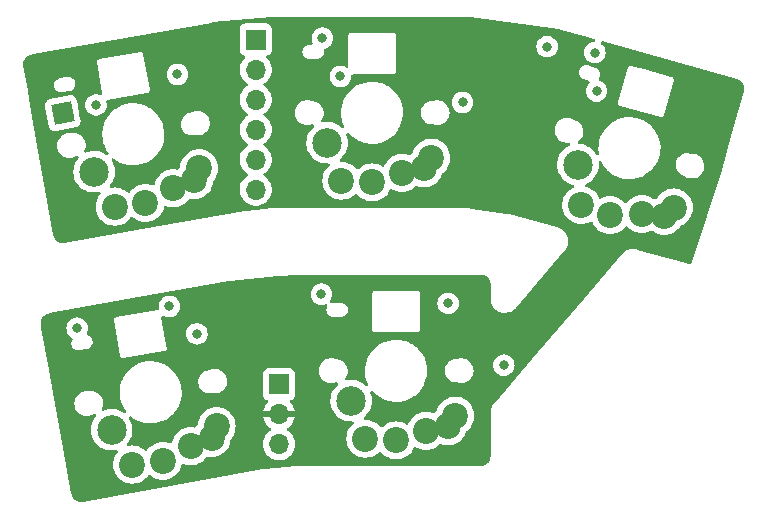
<source format=gbr>
%TF.GenerationSoftware,KiCad,Pcbnew,(6.99.0-4085-g6c752680d7)*%
%TF.CreationDate,2022-11-14T17:07:19+08:00*%
%TF.ProjectId,flex,666c6578-2e6b-4696-9361-645f70636258,rev?*%
%TF.SameCoordinates,Original*%
%TF.FileFunction,Copper,L2,Inr*%
%TF.FilePolarity,Positive*%
%FSLAX46Y46*%
G04 Gerber Fmt 4.6, Leading zero omitted, Abs format (unit mm)*
G04 Created by KiCad (PCBNEW (6.99.0-4085-g6c752680d7)) date 2022-11-14 17:07:19*
%MOMM*%
%LPD*%
G01*
G04 APERTURE LIST*
G04 Aperture macros list*
%AMRotRect*
0 Rectangle, with rotation*
0 The origin of the aperture is its center*
0 $1 length*
0 $2 width*
0 $3 Rotation angle, in degrees counterclockwise*
0 Add horizontal line*
21,1,$1,$2,0,0,$3*%
G04 Aperture macros list end*
%TA.AperFunction,ComponentPad*%
%ADD10R,1.700000X1.700000*%
%TD*%
%TA.AperFunction,ComponentPad*%
%ADD11O,1.700000X1.700000*%
%TD*%
%TA.AperFunction,ComponentPad*%
%ADD12C,2.500000*%
%TD*%
%TA.AperFunction,ComponentPad*%
%ADD13C,2.200000*%
%TD*%
%TA.AperFunction,ComponentPad*%
%ADD14RotRect,1.700000X1.700000X11.000000*%
%TD*%
%TA.AperFunction,ViaPad*%
%ADD15C,0.800000*%
%TD*%
G04 APERTURE END LIST*
D10*
%TO.N,Vcc*%
%TO.C,J2*%
X84959213Y-98494082D03*
D11*
%TO.N,Gnd*%
X84959213Y-101034082D03*
%TO.N,Din*%
X84959213Y-103574082D03*
%TD*%
D12*
%TO.N,row1*%
%TO.C,SW9*%
X70777774Y-102344288D03*
D13*
X72526802Y-105295407D03*
X75113349Y-104991643D03*
%TO.N,Net-(D9-A)*%
X77472369Y-103743034D03*
X79238126Y-103045821D03*
X79672727Y-102055306D03*
%TD*%
D12*
%TO.N,row1*%
%TO.C,SW19*%
X89024019Y-78048476D03*
D13*
X90234019Y-81258476D03*
X92834019Y-81408476D03*
%TO.N,Net-(D19-A)*%
X95374019Y-80588476D03*
X97234019Y-80208476D03*
X97834019Y-79308476D03*
%TD*%
D12*
%TO.N,row1*%
%TO.C,SW14*%
X110264700Y-79897101D03*
D13*
X110543031Y-83316273D03*
X113000966Y-84177119D03*
%TO.N,Net-(D14-A)*%
X115668593Y-84089003D03*
X117561282Y-84236409D03*
X118386113Y-83536656D03*
%TD*%
D10*
%TO.N,col5*%
%TO.C,J1*%
X82978828Y-69310873D03*
D11*
%TO.N,col6*%
X82978828Y-71850873D03*
%TO.N,col4*%
X82978828Y-74390873D03*
%TO.N,row1*%
X82978828Y-76930873D03*
%TO.N,col2*%
X82978828Y-79470873D03*
%TO.N,col3*%
X82978828Y-82010873D03*
%TD*%
D12*
%TO.N,row1*%
%TO.C,SW1*%
X91056022Y-99892476D03*
D13*
X92266022Y-103102476D03*
X94866022Y-103252476D03*
%TO.N,Net-(D1-A)*%
X97406022Y-102432476D03*
X99266022Y-102052476D03*
X99866022Y-101152476D03*
%TD*%
D12*
%TO.N,row1*%
%TO.C,SW5*%
X69304578Y-80500284D03*
D13*
X71053606Y-83451403D03*
X73640153Y-83147639D03*
%TO.N,Net-(D5-A)*%
X75999173Y-81899030D03*
X77764930Y-81201817D03*
X78199531Y-80211302D03*
%TD*%
D14*
%TO.N,Net-(D12-DOUT)*%
%TO.C,J3*%
X66648412Y-75536199D03*
%TD*%
D15*
%TO.N,col4*%
X107650118Y-69909034D03*
%TO.N,row1*%
X103986371Y-96874827D03*
%TO.N,Vcc*%
X111841702Y-73675039D03*
X75663355Y-91909264D03*
X99273532Y-91645160D03*
X69461515Y-74847243D03*
X90143532Y-72435160D03*
%TO.N,Din*%
X67855711Y-93753350D03*
%TO.N,Gnd*%
X74146281Y-70030564D03*
X69348895Y-96149265D03*
X97003530Y-69855161D03*
X120331445Y-74216088D03*
X90773530Y-93785160D03*
%TO.N,Net-(D2-DOUT)*%
X88546371Y-90874828D03*
X77996370Y-94224828D03*
%TO.N,Net-(D10-DIN)*%
X100496371Y-74624828D03*
X111696370Y-70424827D03*
%TO.N,Net-(D10-DOUT)*%
X88620977Y-69194356D03*
X76347249Y-72262275D03*
%TD*%
%TA.AperFunction,Conductor*%
%TO.N,Gnd*%
G36*
X91188212Y-67408053D02*
G01*
X100993782Y-67408060D01*
X100996633Y-67408092D01*
X101000539Y-67408180D01*
X101028455Y-67408813D01*
X101034140Y-67409071D01*
X101057772Y-67410682D01*
X101064612Y-67411149D01*
X101070312Y-67411668D01*
X101102024Y-67415284D01*
X101104862Y-67415641D01*
X101143012Y-67420871D01*
X101142360Y-67425630D01*
X101142371Y-67425632D01*
X101143024Y-67420868D01*
X108700024Y-68456041D01*
X108700074Y-68456063D01*
X108700076Y-68456048D01*
X108701335Y-68456221D01*
X108704083Y-68456630D01*
X108735693Y-68461694D01*
X108741287Y-68462721D01*
X108771235Y-68468923D01*
X108776791Y-68470205D01*
X108807747Y-68478093D01*
X108810409Y-68478804D01*
X108810975Y-68478962D01*
X108811034Y-68478978D01*
X108811034Y-68478979D01*
X111099449Y-69117916D01*
X111519080Y-69235079D01*
X111640460Y-69268969D01*
X111700692Y-69306553D01*
X111731043Y-69370735D01*
X111721877Y-69441137D01*
X111676103Y-69495408D01*
X111613893Y-69514125D01*
X111614052Y-69515637D01*
X111607485Y-69516327D01*
X111600883Y-69516327D01*
X111594431Y-69517699D01*
X111594426Y-69517699D01*
X111528300Y-69531755D01*
X111414082Y-69556033D01*
X111408052Y-69558718D01*
X111408051Y-69558718D01*
X111245648Y-69631024D01*
X111245646Y-69631025D01*
X111239618Y-69633709D01*
X111085117Y-69745961D01*
X111080696Y-69750871D01*
X111080695Y-69750872D01*
X110967035Y-69877105D01*
X110957330Y-69887883D01*
X110861843Y-70053271D01*
X110802828Y-70234899D01*
X110782866Y-70424827D01*
X110783556Y-70431392D01*
X110800414Y-70591783D01*
X110802828Y-70614755D01*
X110861843Y-70796383D01*
X110865146Y-70802105D01*
X110865147Y-70802106D01*
X110875841Y-70820629D01*
X110957330Y-70961771D01*
X110961748Y-70966678D01*
X110961749Y-70966679D01*
X111063458Y-71079638D01*
X111085117Y-71103693D01*
X111171957Y-71166786D01*
X111234066Y-71211911D01*
X111239618Y-71215945D01*
X111245646Y-71218629D01*
X111245648Y-71218630D01*
X111267617Y-71228411D01*
X111414082Y-71293621D01*
X111507483Y-71313474D01*
X111594426Y-71331955D01*
X111594431Y-71331955D01*
X111600883Y-71333327D01*
X111791857Y-71333327D01*
X111798309Y-71331955D01*
X111798314Y-71331955D01*
X111885257Y-71313474D01*
X111978658Y-71293621D01*
X112125123Y-71228411D01*
X112147092Y-71218630D01*
X112147094Y-71218629D01*
X112153122Y-71215945D01*
X112158675Y-71211911D01*
X112220783Y-71166786D01*
X112307623Y-71103693D01*
X112329282Y-71079638D01*
X112430991Y-70966679D01*
X112430992Y-70966678D01*
X112435410Y-70961771D01*
X112516899Y-70820629D01*
X112527593Y-70802106D01*
X112527594Y-70802105D01*
X112530897Y-70796383D01*
X112589912Y-70614755D01*
X112592327Y-70591783D01*
X112609184Y-70431392D01*
X112609874Y-70424827D01*
X112589912Y-70234899D01*
X112530897Y-70053271D01*
X112435410Y-69887883D01*
X112425706Y-69877105D01*
X112312045Y-69750872D01*
X112312044Y-69750871D01*
X112307623Y-69745961D01*
X112224278Y-69685407D01*
X112180924Y-69629184D01*
X112174849Y-69558448D01*
X112207981Y-69495657D01*
X112269801Y-69460745D01*
X112332223Y-69462113D01*
X123730439Y-72644555D01*
X123730443Y-72644557D01*
X123730448Y-72644558D01*
X123730447Y-72644558D01*
X123762892Y-72653616D01*
X123774621Y-72657520D01*
X123903387Y-72707524D01*
X123925426Y-72718680D01*
X124036711Y-72789503D01*
X124056150Y-72804745D01*
X124151473Y-72895914D01*
X124167565Y-72914654D01*
X124243276Y-73022678D01*
X124255402Y-73044198D01*
X124308580Y-73164913D01*
X124316272Y-73188375D01*
X124341842Y-73303483D01*
X124344879Y-73317153D01*
X124347846Y-73341675D01*
X124350779Y-73473548D01*
X124348905Y-73498179D01*
X124324974Y-73634222D01*
X124322237Y-73646275D01*
X124313177Y-73678715D01*
X124313176Y-73678721D01*
X124313174Y-73678728D01*
X124313174Y-73678732D01*
X123262294Y-77442492D01*
X123257390Y-77441123D01*
X123257389Y-77441125D01*
X123262294Y-77442495D01*
X122455609Y-80331741D01*
X122454255Y-80336589D01*
X122452934Y-80341005D01*
X119955949Y-88165441D01*
X119916184Y-88224254D01*
X119863240Y-88250133D01*
X119825791Y-88258452D01*
X119735775Y-88278449D01*
X119711255Y-88281417D01*
X119652396Y-88282728D01*
X119579376Y-88284354D01*
X119554753Y-88282481D01*
X119418098Y-88258451D01*
X119406048Y-88255715D01*
X115265089Y-87099533D01*
X115265085Y-87099530D01*
X115232658Y-87090478D01*
X115226784Y-87088838D01*
X115226675Y-87088795D01*
X115226682Y-87088770D01*
X115132727Y-87062595D01*
X114938843Y-87041165D01*
X114933737Y-87041431D01*
X114933735Y-87041431D01*
X114877240Y-87044374D01*
X114744042Y-87051314D01*
X114739047Y-87052400D01*
X114739043Y-87052401D01*
X114600778Y-87082476D01*
X114553434Y-87092774D01*
X114500603Y-87113650D01*
X114376770Y-87162582D01*
X114376763Y-87162585D01*
X114372019Y-87164460D01*
X114204554Y-87264490D01*
X114055433Y-87390241D01*
X114006694Y-87447106D01*
X114004851Y-87445527D01*
X114004826Y-87445565D01*
X114006658Y-87447133D01*
X114006657Y-87447134D01*
X113993078Y-87462993D01*
X113991962Y-87464295D01*
X113989137Y-87461873D01*
X113989135Y-87461876D01*
X113991961Y-87464295D01*
X113966023Y-87494589D01*
X113966022Y-87494591D01*
X110751997Y-91248253D01*
X110751995Y-91248256D01*
X106391252Y-96341232D01*
X103207892Y-100059109D01*
X103151420Y-100125063D01*
X103151289Y-100125185D01*
X103151287Y-100125183D01*
X103095861Y-100189834D01*
X103093461Y-100193607D01*
X103093459Y-100193610D01*
X103085194Y-100206604D01*
X103004455Y-100333543D01*
X103002616Y-100337609D01*
X103002615Y-100337610D01*
X102967263Y-100415754D01*
X102934254Y-100488717D01*
X102933006Y-100493005D01*
X102933005Y-100493008D01*
X102931042Y-100499755D01*
X102886663Y-100652248D01*
X102886034Y-100656663D01*
X102886033Y-100656667D01*
X102877508Y-100716493D01*
X102862635Y-100820860D01*
X102862677Y-100882752D01*
X102862692Y-100905825D01*
X102862692Y-100905910D01*
X102862680Y-104601343D01*
X102862073Y-104613697D01*
X102848529Y-104751163D01*
X102843711Y-104775385D01*
X102807003Y-104896385D01*
X102805413Y-104901625D01*
X102795962Y-104924440D01*
X102791610Y-104932583D01*
X102733776Y-105040781D01*
X102720058Y-105061311D01*
X102636364Y-105163293D01*
X102618907Y-105180750D01*
X102516939Y-105264437D01*
X102496404Y-105278160D01*
X102380061Y-105340353D01*
X102357244Y-105349805D01*
X102241854Y-105384815D01*
X102231014Y-105388104D01*
X102206790Y-105392924D01*
X102069595Y-105406446D01*
X102057236Y-105407054D01*
X86508249Y-105407051D01*
X86508191Y-105407051D01*
X86490276Y-105407050D01*
X86490199Y-105407050D01*
X86490174Y-105407051D01*
X86485586Y-105407051D01*
X86485586Y-105405068D01*
X86484826Y-105404935D01*
X86484894Y-105407209D01*
X86454230Y-105408127D01*
X86453289Y-105408183D01*
X86453277Y-105408184D01*
X86423615Y-105409964D01*
X86423498Y-105408019D01*
X86422750Y-105408196D01*
X86422901Y-105409867D01*
X83724324Y-105653088D01*
X83724302Y-105653087D01*
X83724302Y-105653089D01*
X83706378Y-105654702D01*
X83706306Y-105654711D01*
X83706191Y-105654722D01*
X83701761Y-105655121D01*
X83701583Y-105653141D01*
X83700829Y-105653078D01*
X83701101Y-105655337D01*
X83670645Y-105659001D01*
X83669704Y-105659143D01*
X83669682Y-105659146D01*
X83640300Y-105663581D01*
X83640009Y-105661651D01*
X83639282Y-105661894D01*
X83639583Y-105663550D01*
X83635091Y-105664366D01*
X83635057Y-105664372D01*
X83617352Y-105667590D01*
X83612865Y-105668406D01*
X83612865Y-105668404D01*
X83612852Y-105668408D01*
X68352239Y-108441744D01*
X68352232Y-108441742D01*
X68319074Y-108447770D01*
X68306823Y-108449381D01*
X68285982Y-108451086D01*
X68169160Y-108460647D01*
X68144462Y-108460239D01*
X68035991Y-108447742D01*
X68013426Y-108445142D01*
X67989282Y-108439923D01*
X67863705Y-108399545D01*
X67841043Y-108389714D01*
X67725766Y-108325616D01*
X67705456Y-108311552D01*
X67604899Y-108226191D01*
X67587724Y-108208435D01*
X67505755Y-108105095D01*
X67492377Y-108084334D01*
X67432144Y-107966978D01*
X67423075Y-107944008D01*
X67385030Y-107810608D01*
X67382227Y-107798565D01*
X67376312Y-107765994D01*
X67380832Y-107765173D01*
X67380830Y-107765158D01*
X67376304Y-107765981D01*
X66677606Y-103921227D01*
X66677606Y-103921226D01*
X65989775Y-100136342D01*
X67616799Y-100136342D01*
X67637082Y-100342276D01*
X67638878Y-100348196D01*
X67638879Y-100348202D01*
X67673658Y-100462852D01*
X67697150Y-100540296D01*
X67794697Y-100722792D01*
X67925972Y-100882752D01*
X68085932Y-101014027D01*
X68268428Y-101111574D01*
X68311257Y-101124566D01*
X68460522Y-101169845D01*
X68460528Y-101169846D01*
X68466448Y-101171642D01*
X68539562Y-101178843D01*
X68617694Y-101186539D01*
X68617701Y-101186539D01*
X68620774Y-101186842D01*
X68723990Y-101186842D01*
X68727063Y-101186539D01*
X68727070Y-101186539D01*
X68805202Y-101178843D01*
X68878316Y-101171642D01*
X68884236Y-101169846D01*
X68884242Y-101169845D01*
X69023290Y-101127665D01*
X69076336Y-101111574D01*
X69081794Y-101108657D01*
X69081798Y-101108655D01*
X69208403Y-101040982D01*
X69255055Y-101026749D01*
X69262063Y-101026037D01*
X69277023Y-101024516D01*
X69277028Y-101024515D01*
X69283381Y-101023869D01*
X69289477Y-101021956D01*
X69295736Y-101020670D01*
X69296067Y-101022282D01*
X69358951Y-101021128D01*
X69419372Y-101058409D01*
X69450045Y-101122437D01*
X69441233Y-101192885D01*
X69424189Y-101221215D01*
X69323694Y-101347231D01*
X69323691Y-101347235D01*
X69320759Y-101350912D01*
X69318406Y-101354988D01*
X69318403Y-101354992D01*
X69277492Y-101425853D01*
X69188978Y-101579164D01*
X69187254Y-101583557D01*
X69096474Y-101814860D01*
X69092687Y-101824508D01*
X69091637Y-101829107D01*
X69091637Y-101829108D01*
X69043544Y-102039820D01*
X69034039Y-102081462D01*
X69033687Y-102086162D01*
X69033686Y-102086167D01*
X69015733Y-102325741D01*
X69014343Y-102344288D01*
X69014695Y-102348985D01*
X69033426Y-102598928D01*
X69034039Y-102607114D01*
X69035089Y-102611713D01*
X69035089Y-102611715D01*
X69063642Y-102736815D01*
X69092687Y-102864068D01*
X69188978Y-103109412D01*
X69320759Y-103337664D01*
X69323691Y-103341341D01*
X69323694Y-103341345D01*
X69482153Y-103540046D01*
X69485088Y-103543726D01*
X69678293Y-103722994D01*
X69752737Y-103773749D01*
X69890254Y-103867506D01*
X69896059Y-103871464D01*
X69900308Y-103873510D01*
X69900311Y-103873512D01*
X69999390Y-103921226D01*
X70133520Y-103985820D01*
X70138022Y-103987209D01*
X70138028Y-103987211D01*
X70264057Y-104026085D01*
X70385374Y-104063506D01*
X70390024Y-104064207D01*
X70390029Y-104064208D01*
X70501351Y-104080987D01*
X70645993Y-104102788D01*
X70909555Y-104102788D01*
X71170174Y-104063506D01*
X71170387Y-104064917D01*
X71234962Y-104068875D01*
X71292228Y-104110840D01*
X71317715Y-104177104D01*
X71303331Y-104246629D01*
X71287945Y-104269204D01*
X71224684Y-104343272D01*
X71224681Y-104343276D01*
X71221474Y-104347031D01*
X71089186Y-104562905D01*
X71087293Y-104567475D01*
X71087291Y-104567479D01*
X71011207Y-104751163D01*
X70992297Y-104796816D01*
X70980746Y-104844930D01*
X70959703Y-104932583D01*
X70933193Y-105043004D01*
X70913328Y-105295407D01*
X70933193Y-105547810D01*
X70934347Y-105552617D01*
X70934348Y-105552623D01*
X70960582Y-105661894D01*
X70992297Y-105793998D01*
X70994190Y-105798569D01*
X70994191Y-105798571D01*
X71052781Y-105940019D01*
X71089186Y-106027909D01*
X71221474Y-106243783D01*
X71385904Y-106436305D01*
X71578426Y-106600735D01*
X71794300Y-106733023D01*
X71798870Y-106734916D01*
X71798874Y-106734918D01*
X72023638Y-106828018D01*
X72028211Y-106829912D01*
X72112834Y-106850228D01*
X72269586Y-106887861D01*
X72269592Y-106887862D01*
X72274399Y-106889016D01*
X72526802Y-106908881D01*
X72779205Y-106889016D01*
X72784012Y-106887862D01*
X72784018Y-106887861D01*
X72940770Y-106850228D01*
X73025393Y-106829912D01*
X73029966Y-106828018D01*
X73254730Y-106734918D01*
X73254734Y-106734916D01*
X73259304Y-106733023D01*
X73475178Y-106600735D01*
X73667700Y-106436305D01*
X73832130Y-106243783D01*
X73834712Y-106239569D01*
X73834716Y-106239564D01*
X73848005Y-106217878D01*
X73900652Y-106170246D01*
X73970694Y-106158639D01*
X74037269Y-106187901D01*
X74164973Y-106296971D01*
X74380847Y-106429259D01*
X74385417Y-106431152D01*
X74385421Y-106431154D01*
X74610185Y-106524254D01*
X74614758Y-106526148D01*
X74699381Y-106546464D01*
X74856133Y-106584097D01*
X74856139Y-106584098D01*
X74860946Y-106585252D01*
X75113349Y-106605117D01*
X75365752Y-106585252D01*
X75370559Y-106584098D01*
X75370565Y-106584097D01*
X75527317Y-106546464D01*
X75611940Y-106526148D01*
X75616513Y-106524254D01*
X75841277Y-106431154D01*
X75841281Y-106431152D01*
X75845851Y-106429259D01*
X76061725Y-106296971D01*
X76254247Y-106132541D01*
X76418677Y-105940019D01*
X76550965Y-105724145D01*
X76575726Y-105664368D01*
X76645960Y-105494807D01*
X76645961Y-105494805D01*
X76647854Y-105490234D01*
X76672373Y-105388104D01*
X76689339Y-105317437D01*
X76724691Y-105255868D01*
X76787718Y-105223185D01*
X76860076Y-105230442D01*
X76961159Y-105272312D01*
X76973778Y-105277539D01*
X77048204Y-105295407D01*
X77215153Y-105335488D01*
X77215159Y-105335489D01*
X77219966Y-105336643D01*
X77472369Y-105356508D01*
X77724772Y-105336643D01*
X77729579Y-105335489D01*
X77729585Y-105335488D01*
X77896534Y-105295407D01*
X77970960Y-105277539D01*
X77975533Y-105275645D01*
X78200297Y-105182545D01*
X78200301Y-105182543D01*
X78204871Y-105180650D01*
X78420745Y-105048362D01*
X78592551Y-104901625D01*
X78609511Y-104887140D01*
X78613267Y-104883932D01*
X78777697Y-104691410D01*
X78780282Y-104687192D01*
X78784314Y-104680613D01*
X78836962Y-104632982D01*
X78907004Y-104621376D01*
X78921160Y-104623930D01*
X78980910Y-104638275D01*
X78980916Y-104638276D01*
X78985723Y-104639430D01*
X79238126Y-104659295D01*
X79490529Y-104639430D01*
X79495336Y-104638276D01*
X79495342Y-104638275D01*
X79652094Y-104600642D01*
X79736717Y-104580326D01*
X79741290Y-104578432D01*
X79966054Y-104485332D01*
X79966058Y-104485330D01*
X79970628Y-104483437D01*
X80186502Y-104351149D01*
X80379024Y-104186719D01*
X80543454Y-103994197D01*
X80675742Y-103778323D01*
X80682174Y-103762796D01*
X80760341Y-103574083D01*
X83596058Y-103574083D01*
X83596488Y-103579272D01*
X83613332Y-103782543D01*
X83614650Y-103798451D01*
X83615931Y-103803509D01*
X83615931Y-103803510D01*
X83665172Y-103997956D01*
X83669918Y-104016699D01*
X83682749Y-104045950D01*
X83753819Y-104207975D01*
X83760354Y-104222874D01*
X83883492Y-104411351D01*
X83887017Y-104415180D01*
X83887020Y-104415184D01*
X83947472Y-104480851D01*
X84035974Y-104576989D01*
X84040093Y-104580195D01*
X84188987Y-104696085D01*
X84213638Y-104715272D01*
X84218219Y-104717751D01*
X84364319Y-104796816D01*
X84411640Y-104822425D01*
X84624579Y-104895527D01*
X84629713Y-104896384D01*
X84629718Y-104896385D01*
X84841508Y-104931726D01*
X84841510Y-104931726D01*
X84846645Y-104932583D01*
X85071783Y-104932583D01*
X85076918Y-104931726D01*
X85076920Y-104931726D01*
X85288710Y-104896385D01*
X85288715Y-104896384D01*
X85293849Y-104895527D01*
X85506788Y-104822425D01*
X85554110Y-104796816D01*
X85700209Y-104717751D01*
X85704790Y-104715272D01*
X85729442Y-104696085D01*
X85878335Y-104580195D01*
X85882454Y-104576989D01*
X85970956Y-104480851D01*
X86031408Y-104415184D01*
X86031411Y-104415180D01*
X86034936Y-104411351D01*
X86158074Y-104222874D01*
X86164610Y-104207975D01*
X86235679Y-104045950D01*
X86248510Y-104016699D01*
X86253257Y-103997956D01*
X86302497Y-103803510D01*
X86302497Y-103803509D01*
X86303778Y-103798451D01*
X86305097Y-103782543D01*
X86321940Y-103579272D01*
X86322370Y-103574083D01*
X86317317Y-103513106D01*
X86304209Y-103354911D01*
X86304208Y-103354906D01*
X86303778Y-103349715D01*
X86302497Y-103344656D01*
X86249792Y-103136529D01*
X86249792Y-103136528D01*
X86248510Y-103131467D01*
X86197470Y-103015106D01*
X86160168Y-102930065D01*
X86160166Y-102930061D01*
X86158074Y-102925292D01*
X86118075Y-102864068D01*
X86037787Y-102741179D01*
X86034936Y-102736815D01*
X86031411Y-102732986D01*
X86031408Y-102732982D01*
X85885986Y-102575014D01*
X85882454Y-102571177D01*
X85776179Y-102488459D01*
X85708903Y-102436095D01*
X85708901Y-102436093D01*
X85704790Y-102432894D01*
X85671006Y-102414611D01*
X85620617Y-102364598D01*
X85605265Y-102295281D01*
X85629826Y-102228668D01*
X85671008Y-102192984D01*
X85699933Y-102177331D01*
X85708625Y-102171652D01*
X85878003Y-102039820D01*
X85885646Y-102032783D01*
X86031004Y-101874882D01*
X86037391Y-101866676D01*
X86154783Y-101686996D01*
X86159726Y-101677861D01*
X86245944Y-101481306D01*
X86249314Y-101471491D01*
X86291311Y-101305644D01*
X86290781Y-101291553D01*
X86282359Y-101288083D01*
X83640785Y-101288083D01*
X83627254Y-101292056D01*
X83625958Y-101301069D01*
X83669114Y-101471491D01*
X83672484Y-101481306D01*
X83758702Y-101677861D01*
X83763645Y-101686996D01*
X83881037Y-101866676D01*
X83887424Y-101874882D01*
X84032782Y-102032783D01*
X84040425Y-102039820D01*
X84209803Y-102171652D01*
X84218495Y-102177331D01*
X84247420Y-102192984D01*
X84297811Y-102242997D01*
X84313163Y-102312314D01*
X84288602Y-102378927D01*
X84247422Y-102414611D01*
X84213638Y-102432894D01*
X84209527Y-102436093D01*
X84209525Y-102436095D01*
X84142249Y-102488459D01*
X84035974Y-102571177D01*
X84032442Y-102575014D01*
X83887020Y-102732982D01*
X83887017Y-102732986D01*
X83883492Y-102736815D01*
X83880641Y-102741179D01*
X83800354Y-102864068D01*
X83760354Y-102925292D01*
X83758262Y-102930061D01*
X83758260Y-102930065D01*
X83720958Y-103015106D01*
X83669918Y-103131467D01*
X83668636Y-103136528D01*
X83668636Y-103136529D01*
X83615931Y-103344656D01*
X83614650Y-103349715D01*
X83614220Y-103354906D01*
X83614219Y-103354911D01*
X83601111Y-103513106D01*
X83596058Y-103574083D01*
X80760341Y-103574083D01*
X80770737Y-103548985D01*
X80770738Y-103548983D01*
X80772631Y-103544412D01*
X80812542Y-103378169D01*
X80830580Y-103303037D01*
X80830581Y-103303031D01*
X80831735Y-103298224D01*
X80839206Y-103203305D01*
X80869007Y-103131362D01*
X80974839Y-103007448D01*
X80974842Y-103007444D01*
X80978055Y-103003682D01*
X81110343Y-102787808D01*
X81129658Y-102741179D01*
X81205338Y-102558470D01*
X81205339Y-102558468D01*
X81207232Y-102553897D01*
X81236282Y-102432894D01*
X81265181Y-102312522D01*
X81265182Y-102312516D01*
X81266336Y-102307709D01*
X81286201Y-102055306D01*
X81266336Y-101802903D01*
X81264955Y-101797148D01*
X81208387Y-101561527D01*
X81207232Y-101556715D01*
X81198403Y-101535399D01*
X81112238Y-101327378D01*
X81112236Y-101327374D01*
X81110343Y-101322804D01*
X80978055Y-101106930D01*
X80813625Y-100914408D01*
X80793028Y-100896816D01*
X80761514Y-100869901D01*
X80621103Y-100749978D01*
X80417272Y-100625070D01*
X80409449Y-100620276D01*
X80405229Y-100617690D01*
X80400659Y-100615797D01*
X80400655Y-100615795D01*
X80175891Y-100522695D01*
X80175889Y-100522694D01*
X80171318Y-100520801D01*
X80070188Y-100496522D01*
X79929943Y-100462852D01*
X79929937Y-100462851D01*
X79925130Y-100461697D01*
X79672727Y-100441832D01*
X79420324Y-100461697D01*
X79415517Y-100462851D01*
X79415511Y-100462852D01*
X79275266Y-100496522D01*
X79174136Y-100520801D01*
X79169565Y-100522694D01*
X79169563Y-100522695D01*
X78944799Y-100615795D01*
X78944795Y-100615797D01*
X78940225Y-100617690D01*
X78936005Y-100620276D01*
X78928182Y-100625070D01*
X78724351Y-100749978D01*
X78583940Y-100869901D01*
X78552427Y-100896816D01*
X78531829Y-100914408D01*
X78367399Y-101106930D01*
X78235111Y-101322804D01*
X78233218Y-101327374D01*
X78233216Y-101327378D01*
X78147051Y-101535399D01*
X78138222Y-101556715D01*
X78137067Y-101561527D01*
X78080500Y-101797148D01*
X78079118Y-101802903D01*
X78076507Y-101836082D01*
X78071647Y-101897822D01*
X78041846Y-101969765D01*
X77942430Y-102086167D01*
X77932798Y-102097445D01*
X77930214Y-102101661D01*
X77930213Y-102101663D01*
X77926181Y-102108242D01*
X77873533Y-102155873D01*
X77803491Y-102167479D01*
X77789335Y-102164925D01*
X77729585Y-102150580D01*
X77729579Y-102150579D01*
X77724772Y-102149425D01*
X77472369Y-102129560D01*
X77219966Y-102149425D01*
X77215159Y-102150579D01*
X77215153Y-102150580D01*
X77103728Y-102177331D01*
X76973778Y-102208529D01*
X76969207Y-102210422D01*
X76969205Y-102210423D01*
X76744441Y-102303523D01*
X76744437Y-102303525D01*
X76739867Y-102305418D01*
X76523993Y-102437706D01*
X76331471Y-102602136D01*
X76167041Y-102794658D01*
X76034753Y-103010532D01*
X76032860Y-103015102D01*
X76032858Y-103015106D01*
X75954904Y-103203305D01*
X75937864Y-103244443D01*
X75936709Y-103249255D01*
X75896379Y-103417240D01*
X75861027Y-103478809D01*
X75798000Y-103511492D01*
X75725642Y-103504235D01*
X75616513Y-103459032D01*
X75616511Y-103459031D01*
X75611940Y-103457138D01*
X75527317Y-103436822D01*
X75370565Y-103399189D01*
X75370559Y-103399188D01*
X75365752Y-103398034D01*
X75113349Y-103378169D01*
X74860946Y-103398034D01*
X74856139Y-103399188D01*
X74856133Y-103399189D01*
X74699381Y-103436822D01*
X74614758Y-103457138D01*
X74610187Y-103459031D01*
X74610185Y-103459032D01*
X74385421Y-103552132D01*
X74385417Y-103552134D01*
X74380847Y-103554027D01*
X74164973Y-103686315D01*
X73972451Y-103850745D01*
X73808021Y-104043267D01*
X73805439Y-104047481D01*
X73805435Y-104047486D01*
X73792146Y-104069172D01*
X73739499Y-104116804D01*
X73669457Y-104128411D01*
X73602882Y-104099149D01*
X73475178Y-103990079D01*
X73259304Y-103857791D01*
X73254734Y-103855898D01*
X73254730Y-103855896D01*
X73029966Y-103762796D01*
X73029964Y-103762795D01*
X73025393Y-103760902D01*
X72929182Y-103737804D01*
X72784018Y-103702953D01*
X72784012Y-103702952D01*
X72779205Y-103701798D01*
X72526802Y-103681933D01*
X72274399Y-103701798D01*
X72269592Y-103702952D01*
X72269586Y-103702953D01*
X72238341Y-103710455D01*
X72222803Y-103714185D01*
X72151896Y-103710638D01*
X72094162Y-103669318D01*
X72067932Y-103603345D01*
X72081534Y-103533663D01*
X72094879Y-103513106D01*
X72231854Y-103341345D01*
X72231857Y-103341341D01*
X72234789Y-103337664D01*
X72366570Y-103109412D01*
X72462861Y-102864068D01*
X72491906Y-102736815D01*
X72520459Y-102611715D01*
X72520459Y-102611713D01*
X72521509Y-102607114D01*
X72522123Y-102598928D01*
X72540853Y-102348985D01*
X72541205Y-102344288D01*
X72539815Y-102325741D01*
X72521862Y-102086167D01*
X72521861Y-102086162D01*
X72521509Y-102081462D01*
X72512005Y-102039820D01*
X72463911Y-101829108D01*
X72463911Y-101829107D01*
X72462861Y-101824508D01*
X72459075Y-101814860D01*
X72368294Y-101583557D01*
X72366570Y-101579164D01*
X72278056Y-101425853D01*
X72263385Y-101400441D01*
X72246647Y-101331445D01*
X72269868Y-101264353D01*
X72325675Y-101220466D01*
X72396350Y-101213718D01*
X72445302Y-101234599D01*
X72704051Y-101417764D01*
X72707461Y-101419595D01*
X72707464Y-101419597D01*
X72985978Y-101569156D01*
X72985985Y-101569159D01*
X72989385Y-101570985D01*
X73148213Y-101632515D01*
X73265265Y-101677861D01*
X73291385Y-101687980D01*
X73339073Y-101699974D01*
X73601703Y-101766029D01*
X73601710Y-101766030D01*
X73605474Y-101766977D01*
X73926890Y-101806777D01*
X74169712Y-101806777D01*
X74183149Y-101805948D01*
X74408213Y-101792067D01*
X74408220Y-101792066D01*
X74412081Y-101791828D01*
X74730437Y-101732317D01*
X75039067Y-101634135D01*
X75149002Y-101583557D01*
X75329770Y-101500391D01*
X75329778Y-101500387D01*
X75333292Y-101498770D01*
X75356985Y-101484100D01*
X75605344Y-101330323D01*
X75605346Y-101330322D01*
X75608653Y-101328274D01*
X75658242Y-101288370D01*
X75857951Y-101127665D01*
X75857955Y-101127662D01*
X75860974Y-101125232D01*
X76086431Y-100892721D01*
X76090998Y-100886674D01*
X76144051Y-100816420D01*
X76281607Y-100634267D01*
X76308978Y-100586860D01*
X76405329Y-100419974D01*
X76443542Y-100353787D01*
X76504371Y-100210073D01*
X76568269Y-100059109D01*
X76568272Y-100059101D01*
X76569782Y-100055533D01*
X76658414Y-99744026D01*
X76661068Y-99726933D01*
X76707497Y-99427827D01*
X76708093Y-99423988D01*
X76708213Y-99420102D01*
X76709057Y-99392721D01*
X83600714Y-99392721D01*
X83607225Y-99453284D01*
X83658325Y-99590287D01*
X83663724Y-99597499D01*
X83663725Y-99597501D01*
X83685182Y-99626164D01*
X83745953Y-99707344D01*
X83863010Y-99794972D01*
X83923777Y-99817637D01*
X83978527Y-99838058D01*
X84035363Y-99880605D01*
X84060174Y-99947125D01*
X84045083Y-100016499D01*
X84027196Y-100041451D01*
X83887424Y-100193284D01*
X83881037Y-100201490D01*
X83763645Y-100381170D01*
X83758702Y-100390305D01*
X83672484Y-100586860D01*
X83669114Y-100596675D01*
X83627117Y-100762522D01*
X83627647Y-100776613D01*
X83636069Y-100780083D01*
X86277643Y-100780083D01*
X86291174Y-100776110D01*
X86292470Y-100767097D01*
X86249314Y-100596675D01*
X86245944Y-100586860D01*
X86159726Y-100390305D01*
X86154783Y-100381170D01*
X86037391Y-100201490D01*
X86031004Y-100193284D01*
X85891232Y-100041451D01*
X85859811Y-99977786D01*
X85867798Y-99907240D01*
X85912657Y-99852212D01*
X85939901Y-99838058D01*
X85994651Y-99817637D01*
X86055418Y-99794972D01*
X86172475Y-99707344D01*
X86233246Y-99626164D01*
X86254703Y-99597501D01*
X86254704Y-99597499D01*
X86260103Y-99590287D01*
X86311203Y-99453284D01*
X86317714Y-99392721D01*
X86317714Y-97595445D01*
X86317269Y-97591301D01*
X86315171Y-97571788D01*
X86311203Y-97534882D01*
X86260103Y-97397879D01*
X86226115Y-97352476D01*
X88310439Y-97352476D01*
X88330722Y-97558410D01*
X88332518Y-97564330D01*
X88332519Y-97564336D01*
X88362165Y-97662064D01*
X88390790Y-97756430D01*
X88488337Y-97938926D01*
X88619612Y-98098886D01*
X88779572Y-98230161D01*
X88962068Y-98327708D01*
X88968302Y-98329599D01*
X89154162Y-98385979D01*
X89154168Y-98385980D01*
X89160088Y-98387776D01*
X89233202Y-98394977D01*
X89311334Y-98402673D01*
X89311341Y-98402673D01*
X89314414Y-98402976D01*
X89417630Y-98402976D01*
X89420703Y-98402673D01*
X89420710Y-98402673D01*
X89498842Y-98394977D01*
X89571956Y-98387776D01*
X89577876Y-98385980D01*
X89577882Y-98385979D01*
X89751209Y-98333401D01*
X89787784Y-98327976D01*
X89835495Y-98327976D01*
X89835495Y-98329599D01*
X89898386Y-98344634D01*
X89947550Y-98395853D01*
X89961219Y-98465522D01*
X89935052Y-98531520D01*
X89921453Y-98546327D01*
X89763336Y-98693038D01*
X89760403Y-98696716D01*
X89760401Y-98696718D01*
X89601942Y-98895419D01*
X89601939Y-98895423D01*
X89599007Y-98899100D01*
X89596654Y-98903176D01*
X89596651Y-98903180D01*
X89576721Y-98937700D01*
X89467226Y-99127352D01*
X89370935Y-99372696D01*
X89369885Y-99377295D01*
X89369885Y-99377296D01*
X89321574Y-99588963D01*
X89312287Y-99629650D01*
X89311935Y-99634350D01*
X89311934Y-99634355D01*
X89299898Y-99794972D01*
X89292591Y-99892476D01*
X89292943Y-99897173D01*
X89304531Y-100051800D01*
X89312287Y-100155302D01*
X89313337Y-100159901D01*
X89313337Y-100159903D01*
X89356315Y-100348202D01*
X89370935Y-100412256D01*
X89372659Y-100416647D01*
X89372659Y-100416649D01*
X89400944Y-100488717D01*
X89467226Y-100657600D01*
X89492494Y-100701365D01*
X89589798Y-100869901D01*
X89599007Y-100885852D01*
X89601939Y-100889529D01*
X89601942Y-100889533D01*
X89760401Y-101088234D01*
X89763336Y-101091914D01*
X89956541Y-101271182D01*
X90038966Y-101327378D01*
X90168254Y-101415525D01*
X90174307Y-101419652D01*
X90178556Y-101421698D01*
X90178559Y-101421700D01*
X90300328Y-101480341D01*
X90411768Y-101534008D01*
X90416270Y-101535397D01*
X90416276Y-101535399D01*
X90558161Y-101579164D01*
X90663622Y-101611694D01*
X90668272Y-101612395D01*
X90668277Y-101612396D01*
X90779599Y-101629175D01*
X90924241Y-101650976D01*
X91147253Y-101650976D01*
X91215374Y-101670978D01*
X91261867Y-101724634D01*
X91271971Y-101794908D01*
X91242477Y-101859488D01*
X91229084Y-101872787D01*
X91202730Y-101895296D01*
X91125124Y-101961578D01*
X90960694Y-102154100D01*
X90828406Y-102369974D01*
X90826513Y-102374544D01*
X90826511Y-102374548D01*
X90750328Y-102558470D01*
X90731517Y-102603885D01*
X90730362Y-102608697D01*
X90687028Y-102789198D01*
X90672413Y-102850073D01*
X90652548Y-103102476D01*
X90672413Y-103354879D01*
X90673567Y-103359686D01*
X90673568Y-103359692D01*
X90687384Y-103417240D01*
X90731517Y-103601067D01*
X90733410Y-103605638D01*
X90733411Y-103605640D01*
X90815372Y-103803510D01*
X90828406Y-103834978D01*
X90960694Y-104050852D01*
X91125124Y-104243374D01*
X91317646Y-104407804D01*
X91533520Y-104540092D01*
X91538090Y-104541985D01*
X91538094Y-104541987D01*
X91762858Y-104635087D01*
X91767431Y-104636981D01*
X91852054Y-104657297D01*
X92008806Y-104694930D01*
X92008812Y-104694931D01*
X92013619Y-104696085D01*
X92266022Y-104715950D01*
X92518425Y-104696085D01*
X92523232Y-104694931D01*
X92523238Y-104694930D01*
X92679990Y-104657297D01*
X92764613Y-104636981D01*
X92769186Y-104635087D01*
X92993950Y-104541987D01*
X92993954Y-104541985D01*
X92998524Y-104540092D01*
X93214398Y-104407804D01*
X93406920Y-104243374D01*
X93410128Y-104239618D01*
X93412810Y-104236936D01*
X93475122Y-104202910D01*
X93545937Y-104207975D01*
X93597716Y-104244200D01*
X93721916Y-104389618D01*
X93725124Y-104393374D01*
X93917646Y-104557804D01*
X94133520Y-104690092D01*
X94138090Y-104691985D01*
X94138094Y-104691987D01*
X94362858Y-104785087D01*
X94367431Y-104786981D01*
X94428441Y-104801628D01*
X94608806Y-104844930D01*
X94608812Y-104844931D01*
X94613619Y-104846085D01*
X94866022Y-104865950D01*
X95118425Y-104846085D01*
X95123232Y-104844931D01*
X95123238Y-104844930D01*
X95303603Y-104801628D01*
X95364613Y-104786981D01*
X95369186Y-104785087D01*
X95593950Y-104691987D01*
X95593954Y-104691985D01*
X95598524Y-104690092D01*
X95814398Y-104557804D01*
X96006920Y-104393374D01*
X96171350Y-104200852D01*
X96303638Y-103984978D01*
X96310615Y-103968136D01*
X96360016Y-103848870D01*
X96404564Y-103793589D01*
X96471928Y-103771168D01*
X96542260Y-103789656D01*
X96669290Y-103867501D01*
X96669300Y-103867506D01*
X96673520Y-103870092D01*
X96678090Y-103871985D01*
X96678094Y-103871987D01*
X96902858Y-103965087D01*
X96907431Y-103966981D01*
X96982395Y-103984978D01*
X97148806Y-104024930D01*
X97148812Y-104024931D01*
X97153619Y-104026085D01*
X97406022Y-104045950D01*
X97658425Y-104026085D01*
X97663232Y-104024931D01*
X97663238Y-104024930D01*
X97829649Y-103984978D01*
X97904613Y-103966981D01*
X97909186Y-103965087D01*
X98133950Y-103871987D01*
X98133954Y-103871985D01*
X98138524Y-103870092D01*
X98354398Y-103737804D01*
X98546920Y-103573374D01*
X98547911Y-103574534D01*
X98604277Y-103543755D01*
X98679278Y-103550467D01*
X98694116Y-103556613D01*
X98748820Y-103579272D01*
X98767431Y-103586981D01*
X98826104Y-103601067D01*
X99008806Y-103644930D01*
X99008812Y-103644931D01*
X99013619Y-103646085D01*
X99266022Y-103665950D01*
X99518425Y-103646085D01*
X99523232Y-103644931D01*
X99523238Y-103644930D01*
X99705940Y-103601067D01*
X99764613Y-103586981D01*
X99769186Y-103585087D01*
X99993950Y-103491987D01*
X99993954Y-103491985D01*
X99998524Y-103490092D01*
X100214398Y-103357804D01*
X100406920Y-103193374D01*
X100571350Y-103000852D01*
X100703638Y-102784978D01*
X100725176Y-102732982D01*
X100798633Y-102555640D01*
X100798634Y-102555638D01*
X100800527Y-102551067D01*
X100801683Y-102546253D01*
X100801685Y-102546246D01*
X100815559Y-102488459D01*
X100856246Y-102422063D01*
X101003164Y-102296582D01*
X101006920Y-102293374D01*
X101171350Y-102100852D01*
X101303638Y-101884978D01*
X101314197Y-101859488D01*
X101398633Y-101655640D01*
X101398634Y-101655638D01*
X101400527Y-101651067D01*
X101437581Y-101496725D01*
X101458476Y-101409692D01*
X101458477Y-101409686D01*
X101459631Y-101404879D01*
X101479496Y-101152476D01*
X101459631Y-100900073D01*
X101456415Y-100886674D01*
X101401682Y-100658697D01*
X101400527Y-100653885D01*
X101395711Y-100642257D01*
X101305533Y-100424548D01*
X101305531Y-100424544D01*
X101303638Y-100419974D01*
X101171350Y-100204100D01*
X101006920Y-100011578D01*
X100814398Y-99847148D01*
X100598524Y-99714860D01*
X100593954Y-99712967D01*
X100593950Y-99712965D01*
X100369186Y-99619865D01*
X100369184Y-99619864D01*
X100364613Y-99617971D01*
X100234459Y-99586724D01*
X100123238Y-99560022D01*
X100123232Y-99560021D01*
X100118425Y-99558867D01*
X99866022Y-99539002D01*
X99613619Y-99558867D01*
X99608812Y-99560021D01*
X99608806Y-99560022D01*
X99497585Y-99586724D01*
X99367431Y-99617971D01*
X99362860Y-99619864D01*
X99362858Y-99619865D01*
X99138094Y-99712965D01*
X99138090Y-99712967D01*
X99133520Y-99714860D01*
X98917646Y-99847148D01*
X98725124Y-100011578D01*
X98560694Y-100204100D01*
X98428406Y-100419974D01*
X98426513Y-100424544D01*
X98426511Y-100424548D01*
X98336333Y-100642257D01*
X98331517Y-100653885D01*
X98330362Y-100658697D01*
X98330359Y-100658706D01*
X98316485Y-100716493D01*
X98275798Y-100782889D01*
X98125124Y-100911578D01*
X98124133Y-100910418D01*
X98067767Y-100941197D01*
X97992766Y-100934485D01*
X97909186Y-100899865D01*
X97909184Y-100899864D01*
X97904613Y-100897971D01*
X97780582Y-100868194D01*
X97663238Y-100840022D01*
X97663232Y-100840021D01*
X97658425Y-100838867D01*
X97406022Y-100819002D01*
X97153619Y-100838867D01*
X97148812Y-100840021D01*
X97148806Y-100840022D01*
X97031462Y-100868194D01*
X96907431Y-100897971D01*
X96902860Y-100899864D01*
X96902858Y-100899865D01*
X96678094Y-100992965D01*
X96678090Y-100992967D01*
X96673520Y-100994860D01*
X96457646Y-101127148D01*
X96265124Y-101291578D01*
X96100694Y-101484100D01*
X95968406Y-101699974D01*
X95966513Y-101704544D01*
X95966511Y-101704548D01*
X95912028Y-101836082D01*
X95867480Y-101891363D01*
X95800116Y-101913784D01*
X95729784Y-101895296D01*
X95602754Y-101817451D01*
X95602743Y-101817445D01*
X95598524Y-101814860D01*
X95593954Y-101812967D01*
X95593950Y-101812965D01*
X95369186Y-101719865D01*
X95369184Y-101719864D01*
X95364613Y-101717971D01*
X95272072Y-101695754D01*
X95123238Y-101660022D01*
X95123232Y-101660021D01*
X95118425Y-101658867D01*
X94866022Y-101639002D01*
X94613619Y-101658867D01*
X94608812Y-101660021D01*
X94608806Y-101660022D01*
X94459972Y-101695754D01*
X94367431Y-101717971D01*
X94362860Y-101719864D01*
X94362858Y-101719865D01*
X94138094Y-101812965D01*
X94138090Y-101812967D01*
X94133520Y-101814860D01*
X93917646Y-101947148D01*
X93725124Y-102111578D01*
X93721916Y-102115334D01*
X93719234Y-102118016D01*
X93656922Y-102152042D01*
X93586107Y-102146977D01*
X93534328Y-102110752D01*
X93410128Y-101965334D01*
X93406920Y-101961578D01*
X93214398Y-101797148D01*
X92998524Y-101664860D01*
X92993954Y-101662967D01*
X92993950Y-101662965D01*
X92769186Y-101569865D01*
X92769184Y-101569864D01*
X92764613Y-101567971D01*
X92623146Y-101534008D01*
X92523238Y-101510022D01*
X92523232Y-101510021D01*
X92518425Y-101508867D01*
X92266022Y-101489002D01*
X92261092Y-101489390D01*
X92261084Y-101489390D01*
X92249677Y-101490288D01*
X92180196Y-101475694D01*
X92129636Y-101425853D01*
X92114048Y-101356589D01*
X92138381Y-101289893D01*
X92155943Y-101271656D01*
X92155503Y-101271182D01*
X92288751Y-101147546D01*
X92348708Y-101091914D01*
X92351643Y-101088234D01*
X92510102Y-100889533D01*
X92510105Y-100889529D01*
X92513037Y-100885852D01*
X92522247Y-100869901D01*
X92619550Y-100701365D01*
X92644818Y-100657600D01*
X92711100Y-100488717D01*
X92739385Y-100416649D01*
X92739385Y-100416647D01*
X92741109Y-100412256D01*
X92755729Y-100348202D01*
X92798707Y-100159903D01*
X92798707Y-100159901D01*
X92799757Y-100155302D01*
X92807514Y-100051800D01*
X92819101Y-99897173D01*
X92819453Y-99892476D01*
X92812146Y-99794972D01*
X92800110Y-99634355D01*
X92800109Y-99634350D01*
X92799757Y-99629650D01*
X92790471Y-99588963D01*
X92742159Y-99377296D01*
X92742159Y-99377295D01*
X92741109Y-99372696D01*
X92677056Y-99209492D01*
X92670788Y-99138774D01*
X92703749Y-99075892D01*
X92765473Y-99040813D01*
X92836365Y-99044673D01*
X92890031Y-99081482D01*
X92958253Y-99161110D01*
X92977563Y-99183649D01*
X92980427Y-99186260D01*
X92980432Y-99186265D01*
X93064147Y-99262581D01*
X93216906Y-99401839D01*
X93481248Y-99588963D01*
X93484658Y-99590794D01*
X93484661Y-99590796D01*
X93763175Y-99740355D01*
X93763182Y-99740358D01*
X93766582Y-99742184D01*
X93780981Y-99747762D01*
X94051556Y-99852583D01*
X94068582Y-99859179D01*
X94153771Y-99880605D01*
X94378900Y-99937228D01*
X94378907Y-99937229D01*
X94382671Y-99938176D01*
X94704087Y-99977976D01*
X94946909Y-99977976D01*
X94960346Y-99977147D01*
X95185410Y-99963266D01*
X95185417Y-99963265D01*
X95189278Y-99963027D01*
X95507634Y-99903516D01*
X95816264Y-99805334D01*
X95941401Y-99747762D01*
X96106967Y-99671590D01*
X96106975Y-99671586D01*
X96110489Y-99669969D01*
X96168008Y-99634355D01*
X96382541Y-99501522D01*
X96382543Y-99501521D01*
X96385850Y-99499473D01*
X96424155Y-99468649D01*
X96635148Y-99298864D01*
X96635152Y-99298861D01*
X96638171Y-99296431D01*
X96863628Y-99063920D01*
X97058804Y-98805466D01*
X97074788Y-98777782D01*
X97164517Y-98622366D01*
X97220739Y-98524986D01*
X97262644Y-98425981D01*
X97345466Y-98230308D01*
X97345469Y-98230300D01*
X97346979Y-98226732D01*
X97435611Y-97915225D01*
X97449124Y-97828176D01*
X97484694Y-97599026D01*
X97485290Y-97595187D01*
X97485410Y-97591301D01*
X97491238Y-97402139D01*
X98966750Y-97402139D01*
X98967717Y-97408451D01*
X98967717Y-97408453D01*
X98985954Y-97527502D01*
X98996792Y-97598249D01*
X99065697Y-97784296D01*
X99170642Y-97952665D01*
X99307331Y-98096462D01*
X99312570Y-98100109D01*
X99312573Y-98100111D01*
X99419662Y-98174647D01*
X99470168Y-98209800D01*
X99652487Y-98288039D01*
X99658745Y-98289325D01*
X99658748Y-98289326D01*
X99744855Y-98307021D01*
X99846823Y-98327976D01*
X99944260Y-98327976D01*
X99980835Y-98333401D01*
X100154162Y-98385979D01*
X100154168Y-98385980D01*
X100160088Y-98387776D01*
X100233202Y-98394977D01*
X100311334Y-98402673D01*
X100311341Y-98402673D01*
X100314414Y-98402976D01*
X100417630Y-98402976D01*
X100420703Y-98402673D01*
X100420710Y-98402673D01*
X100498842Y-98394977D01*
X100571956Y-98387776D01*
X100577876Y-98385980D01*
X100577882Y-98385979D01*
X100763742Y-98329599D01*
X100769976Y-98327708D01*
X100952472Y-98230161D01*
X101112432Y-98098886D01*
X101243707Y-97938926D01*
X101341254Y-97756430D01*
X101369879Y-97662064D01*
X101399525Y-97564336D01*
X101399526Y-97564330D01*
X101401322Y-97558410D01*
X101421605Y-97352476D01*
X101401322Y-97146542D01*
X101399526Y-97140622D01*
X101399525Y-97140616D01*
X101343049Y-96954440D01*
X101341254Y-96948522D01*
X101301863Y-96874827D01*
X103072867Y-96874827D01*
X103073557Y-96881392D01*
X103089411Y-97032231D01*
X103092829Y-97064755D01*
X103151844Y-97246383D01*
X103155147Y-97252105D01*
X103155148Y-97252106D01*
X103171255Y-97280004D01*
X103247331Y-97411771D01*
X103251749Y-97416678D01*
X103251750Y-97416679D01*
X103365234Y-97542716D01*
X103375118Y-97553693D01*
X103529619Y-97665945D01*
X103535647Y-97668629D01*
X103535649Y-97668630D01*
X103603314Y-97698756D01*
X103704083Y-97743621D01*
X103779992Y-97759756D01*
X103884427Y-97781955D01*
X103884432Y-97781955D01*
X103890884Y-97783327D01*
X104081858Y-97783327D01*
X104088310Y-97781955D01*
X104088315Y-97781955D01*
X104192750Y-97759756D01*
X104268659Y-97743621D01*
X104369428Y-97698756D01*
X104437093Y-97668630D01*
X104437095Y-97668629D01*
X104443123Y-97665945D01*
X104597624Y-97553693D01*
X104607508Y-97542716D01*
X104720992Y-97416679D01*
X104720993Y-97416678D01*
X104725411Y-97411771D01*
X104801487Y-97280004D01*
X104817594Y-97252106D01*
X104817595Y-97252105D01*
X104820898Y-97246383D01*
X104879913Y-97064755D01*
X104883332Y-97032231D01*
X104899185Y-96881392D01*
X104899875Y-96874827D01*
X104886509Y-96747653D01*
X104880603Y-96691462D01*
X104880603Y-96691460D01*
X104879913Y-96684899D01*
X104820898Y-96503271D01*
X104816211Y-96495152D01*
X104728712Y-96343601D01*
X104725411Y-96337883D01*
X104708385Y-96318973D01*
X104602046Y-96200872D01*
X104602045Y-96200871D01*
X104597624Y-96195961D01*
X104443123Y-96083709D01*
X104437095Y-96081025D01*
X104437093Y-96081024D01*
X104274690Y-96008718D01*
X104274689Y-96008718D01*
X104268659Y-96006033D01*
X104175259Y-95986180D01*
X104088315Y-95967699D01*
X104088310Y-95967699D01*
X104081858Y-95966327D01*
X103890884Y-95966327D01*
X103884432Y-95967699D01*
X103884427Y-95967699D01*
X103797483Y-95986180D01*
X103704083Y-96006033D01*
X103698053Y-96008718D01*
X103698052Y-96008718D01*
X103535649Y-96081024D01*
X103535647Y-96081025D01*
X103529619Y-96083709D01*
X103375118Y-96195961D01*
X103370697Y-96200871D01*
X103370696Y-96200872D01*
X103264358Y-96318973D01*
X103247331Y-96337883D01*
X103244030Y-96343601D01*
X103156532Y-96495152D01*
X103151844Y-96503271D01*
X103092829Y-96684899D01*
X103092139Y-96691460D01*
X103092139Y-96691462D01*
X103086233Y-96747653D01*
X103072867Y-96874827D01*
X101301863Y-96874827D01*
X101243707Y-96766026D01*
X101112432Y-96606066D01*
X100952472Y-96474791D01*
X100769976Y-96377244D01*
X100659069Y-96343601D01*
X100577882Y-96318973D01*
X100577876Y-96318972D01*
X100571956Y-96317176D01*
X100498842Y-96309975D01*
X100420710Y-96302279D01*
X100420703Y-96302279D01*
X100417630Y-96301976D01*
X100314414Y-96301976D01*
X100311341Y-96302279D01*
X100311334Y-96302279D01*
X100233202Y-96309975D01*
X100160088Y-96317176D01*
X100154168Y-96318972D01*
X100154162Y-96318973D01*
X99980835Y-96371551D01*
X99944260Y-96376976D01*
X99896549Y-96376976D01*
X99748643Y-96392017D01*
X99559344Y-96451409D01*
X99385876Y-96547692D01*
X99235340Y-96676923D01*
X99231431Y-96681973D01*
X99231430Y-96681974D01*
X99117810Y-96828758D01*
X99117808Y-96828762D01*
X99113900Y-96833810D01*
X99026527Y-97011932D01*
X99024926Y-97018114D01*
X99024926Y-97018115D01*
X98979595Y-97193194D01*
X98976798Y-97203996D01*
X98976475Y-97210370D01*
X98976474Y-97210375D01*
X98972902Y-97280822D01*
X98966750Y-97402139D01*
X97491238Y-97402139D01*
X97495144Y-97275344D01*
X97495144Y-97275338D01*
X97495263Y-97271470D01*
X97465380Y-96948981D01*
X97429685Y-96785991D01*
X97396924Y-96636398D01*
X97396923Y-96636395D01*
X97396094Y-96632609D01*
X97385359Y-96602144D01*
X97289744Y-96330809D01*
X97289742Y-96330805D01*
X97288454Y-96327149D01*
X97276071Y-96302279D01*
X97145820Y-96040701D01*
X97145819Y-96040699D01*
X97144092Y-96037231D01*
X97029296Y-95863986D01*
X96967341Y-95770485D01*
X96967335Y-95770477D01*
X96965198Y-95767252D01*
X96842819Y-95624411D01*
X96757008Y-95524252D01*
X96757004Y-95524248D01*
X96754481Y-95521303D01*
X96751617Y-95518692D01*
X96751612Y-95518687D01*
X96598632Y-95379228D01*
X96515138Y-95303113D01*
X96250796Y-95115989D01*
X96247383Y-95114156D01*
X95968869Y-94964597D01*
X95968862Y-94964594D01*
X95965462Y-94962768D01*
X95663462Y-94845773D01*
X95487180Y-94801436D01*
X95353144Y-94767724D01*
X95353137Y-94767723D01*
X95349373Y-94766776D01*
X95027957Y-94726976D01*
X94785135Y-94726976D01*
X94771698Y-94727805D01*
X94546634Y-94741686D01*
X94546627Y-94741687D01*
X94542766Y-94741925D01*
X94224410Y-94801436D01*
X93915780Y-94899618D01*
X93912258Y-94901238D01*
X93912259Y-94901238D01*
X93625077Y-95033362D01*
X93625069Y-95033366D01*
X93621555Y-95034983D01*
X93618254Y-95037027D01*
X93618252Y-95037028D01*
X93463543Y-95132820D01*
X93346194Y-95205479D01*
X93343163Y-95207918D01*
X93117332Y-95389644D01*
X93093873Y-95408521D01*
X92868416Y-95641032D01*
X92673240Y-95899486D01*
X92511305Y-96179966D01*
X92506007Y-96192484D01*
X92386578Y-96474644D01*
X92386575Y-96474652D01*
X92385065Y-96478220D01*
X92296433Y-96789727D01*
X92246754Y-97109765D01*
X92246634Y-97113646D01*
X92246634Y-97113651D01*
X92237299Y-97416679D01*
X92236781Y-97433482D01*
X92266664Y-97755971D01*
X92267493Y-97759756D01*
X92333306Y-98060268D01*
X92335950Y-98072343D01*
X92337240Y-98076003D01*
X92337240Y-98076004D01*
X92431902Y-98344634D01*
X92443590Y-98377803D01*
X92445315Y-98381267D01*
X92445317Y-98381272D01*
X92508908Y-98508979D01*
X92521367Y-98578874D01*
X92494060Y-98644409D01*
X92435657Y-98684777D01*
X92364700Y-98687162D01*
X92310415Y-98657507D01*
X92158958Y-98516976D01*
X92155503Y-98513770D01*
X92035783Y-98432146D01*
X91941634Y-98367956D01*
X91941632Y-98367955D01*
X91937738Y-98365300D01*
X91779977Y-98289326D01*
X91704525Y-98252990D01*
X91704523Y-98252989D01*
X91700276Y-98250944D01*
X91448422Y-98173258D01*
X91443772Y-98172557D01*
X91443767Y-98172556D01*
X91332445Y-98155777D01*
X91187803Y-98133976D01*
X90924241Y-98133976D01*
X90769762Y-98157260D01*
X90668285Y-98172555D01*
X90668283Y-98172555D01*
X90666654Y-98172801D01*
X90666653Y-98172801D01*
X90663622Y-98173258D01*
X90663524Y-98172610D01*
X90596226Y-98168491D01*
X90538956Y-98126530D01*
X90513464Y-98060268D01*
X90527842Y-97990742D01*
X90539406Y-97972864D01*
X90614230Y-97876199D01*
X90614232Y-97876196D01*
X90618144Y-97871142D01*
X90705517Y-97693020D01*
X90719307Y-97639762D01*
X90753646Y-97507137D01*
X90753647Y-97507133D01*
X90755246Y-97500956D01*
X90755569Y-97494582D01*
X90755570Y-97494577D01*
X90762746Y-97353053D01*
X90765294Y-97302813D01*
X90761099Y-97275424D01*
X90736219Y-97113015D01*
X90736219Y-97113014D01*
X90735252Y-97106703D01*
X90666347Y-96920656D01*
X90561402Y-96752287D01*
X90424713Y-96608490D01*
X90419474Y-96604843D01*
X90419471Y-96604841D01*
X90267123Y-96498804D01*
X90261876Y-96495152D01*
X90079557Y-96416913D01*
X90073299Y-96415627D01*
X90073296Y-96415626D01*
X89982389Y-96396944D01*
X89885221Y-96376976D01*
X89787784Y-96376976D01*
X89751209Y-96371551D01*
X89577882Y-96318973D01*
X89577876Y-96318972D01*
X89571956Y-96317176D01*
X89498842Y-96309975D01*
X89420710Y-96302279D01*
X89420703Y-96302279D01*
X89417630Y-96301976D01*
X89314414Y-96301976D01*
X89311341Y-96302279D01*
X89311334Y-96302279D01*
X89233202Y-96309975D01*
X89160088Y-96317176D01*
X89154168Y-96318972D01*
X89154162Y-96318973D01*
X89072975Y-96343601D01*
X88962068Y-96377244D01*
X88779572Y-96474791D01*
X88619612Y-96606066D01*
X88488337Y-96766026D01*
X88390790Y-96948522D01*
X88388995Y-96954440D01*
X88332519Y-97140616D01*
X88332518Y-97140622D01*
X88330722Y-97146542D01*
X88310439Y-97352476D01*
X86226115Y-97352476D01*
X86223159Y-97348527D01*
X86177873Y-97288033D01*
X86172475Y-97280822D01*
X86055418Y-97193194D01*
X85918415Y-97142094D01*
X85881509Y-97138126D01*
X85861202Y-97135943D01*
X85861199Y-97135943D01*
X85857852Y-97135583D01*
X84060576Y-97135583D01*
X84057229Y-97135943D01*
X84057226Y-97135943D01*
X84036919Y-97138126D01*
X84000013Y-97142094D01*
X83863010Y-97193194D01*
X83745953Y-97280822D01*
X83740555Y-97288033D01*
X83695270Y-97348527D01*
X83658325Y-97397879D01*
X83607225Y-97534882D01*
X83603257Y-97571788D01*
X83601160Y-97591301D01*
X83600714Y-97595445D01*
X83600714Y-99392721D01*
X76709057Y-99392721D01*
X76717947Y-99104145D01*
X76717947Y-99104139D01*
X76718066Y-99100271D01*
X76688183Y-98777782D01*
X76618897Y-98461410D01*
X76592316Y-98385979D01*
X76579217Y-98348807D01*
X78112376Y-98348807D01*
X78113343Y-98355119D01*
X78113343Y-98355121D01*
X78136913Y-98508979D01*
X78142418Y-98544917D01*
X78211323Y-98730964D01*
X78316268Y-98899333D01*
X78452957Y-99043130D01*
X78458196Y-99046777D01*
X78458199Y-99046779D01*
X78590372Y-99138774D01*
X78615794Y-99156468D01*
X78798113Y-99234707D01*
X78804371Y-99235993D01*
X78804374Y-99235994D01*
X78895281Y-99254675D01*
X78992449Y-99274644D01*
X79141121Y-99274644D01*
X79272761Y-99261257D01*
X79299235Y-99262513D01*
X79299334Y-99261512D01*
X79450580Y-99276409D01*
X79450587Y-99276409D01*
X79453660Y-99276712D01*
X79556876Y-99276712D01*
X79559949Y-99276409D01*
X79559956Y-99276409D01*
X79638088Y-99268713D01*
X79711202Y-99261512D01*
X79717122Y-99259716D01*
X79717128Y-99259715D01*
X79881880Y-99209738D01*
X79909222Y-99201444D01*
X80091718Y-99103897D01*
X80251678Y-98972622D01*
X80382953Y-98812662D01*
X80480500Y-98630166D01*
X80506360Y-98544917D01*
X80538771Y-98438072D01*
X80538772Y-98438066D01*
X80540568Y-98432146D01*
X80560851Y-98226212D01*
X80540568Y-98020278D01*
X80538772Y-98014358D01*
X80538771Y-98014352D01*
X80482295Y-97828176D01*
X80480500Y-97822258D01*
X80382953Y-97639762D01*
X80251678Y-97479802D01*
X80091718Y-97348527D01*
X79909222Y-97250980D01*
X79860144Y-97236093D01*
X79717128Y-97192709D01*
X79717122Y-97192708D01*
X79711202Y-97190912D01*
X79638088Y-97183711D01*
X79559956Y-97176015D01*
X79559949Y-97176015D01*
X79556876Y-97175712D01*
X79453660Y-97175712D01*
X79450587Y-97176015D01*
X79450580Y-97176015D01*
X79372448Y-97183711D01*
X79299334Y-97190912D01*
X79293414Y-97192708D01*
X79293408Y-97192709D01*
X79189868Y-97224118D01*
X79101314Y-97250980D01*
X79095859Y-97253896D01*
X79095852Y-97253899D01*
X78969247Y-97321572D01*
X78922595Y-97335805D01*
X78915587Y-97336517D01*
X78900627Y-97338038D01*
X78900622Y-97338039D01*
X78894269Y-97338685D01*
X78704970Y-97398077D01*
X78531502Y-97494360D01*
X78526657Y-97498519D01*
X78526656Y-97498520D01*
X78497067Y-97523921D01*
X78380966Y-97623591D01*
X78377057Y-97628641D01*
X78377056Y-97628642D01*
X78263436Y-97775426D01*
X78263434Y-97775430D01*
X78259526Y-97780478D01*
X78172153Y-97958600D01*
X78170552Y-97964782D01*
X78170552Y-97964783D01*
X78126563Y-98134679D01*
X78122424Y-98150664D01*
X78122101Y-98157038D01*
X78122100Y-98157043D01*
X78118385Y-98230308D01*
X78112376Y-98348807D01*
X76579217Y-98348807D01*
X76512547Y-98159610D01*
X76512545Y-98159606D01*
X76511257Y-98155950D01*
X76500666Y-98134679D01*
X76368623Y-97869502D01*
X76368622Y-97869500D01*
X76366895Y-97866032D01*
X76256054Y-97698756D01*
X76190144Y-97599286D01*
X76190138Y-97599278D01*
X76188001Y-97596053D01*
X76151709Y-97553693D01*
X75979811Y-97353053D01*
X75979807Y-97353049D01*
X75977284Y-97350104D01*
X75974420Y-97347493D01*
X75974415Y-97347488D01*
X75748184Y-97141252D01*
X75737941Y-97131914D01*
X75473599Y-96944790D01*
X75470186Y-96942957D01*
X75191672Y-96793398D01*
X75191665Y-96793395D01*
X75188265Y-96791569D01*
X74896712Y-96678621D01*
X74889887Y-96675977D01*
X74889885Y-96675976D01*
X74886265Y-96674574D01*
X74709983Y-96630237D01*
X74575947Y-96596525D01*
X74575940Y-96596524D01*
X74572176Y-96595577D01*
X74250760Y-96555777D01*
X74007938Y-96555777D01*
X73994501Y-96556606D01*
X73769437Y-96570487D01*
X73769430Y-96570488D01*
X73765569Y-96570726D01*
X73447213Y-96630237D01*
X73138583Y-96728419D01*
X73135061Y-96730039D01*
X73135062Y-96730039D01*
X72847880Y-96862163D01*
X72847872Y-96862167D01*
X72844358Y-96863784D01*
X72841057Y-96865828D01*
X72841055Y-96865829D01*
X72713529Y-96944790D01*
X72568997Y-97034280D01*
X72565966Y-97036719D01*
X72372117Y-97192709D01*
X72316676Y-97237322D01*
X72091219Y-97469833D01*
X72088884Y-97472925D01*
X72083691Y-97479802D01*
X71896043Y-97728287D01*
X71894102Y-97731649D01*
X71894100Y-97731652D01*
X71844938Y-97816803D01*
X71734108Y-98008767D01*
X71725955Y-98028029D01*
X71609381Y-98303445D01*
X71609378Y-98303453D01*
X71607868Y-98307021D01*
X71519236Y-98618528D01*
X71518641Y-98622362D01*
X71518640Y-98622366D01*
X71489101Y-98812662D01*
X71469557Y-98938566D01*
X71469437Y-98942447D01*
X71469437Y-98942452D01*
X71459786Y-99255741D01*
X71459584Y-99262283D01*
X71489467Y-99584772D01*
X71507677Y-99667924D01*
X71556855Y-99892476D01*
X71558753Y-99901144D01*
X71560043Y-99904804D01*
X71560043Y-99904805D01*
X71659286Y-100186435D01*
X71666393Y-100206604D01*
X71668118Y-100210068D01*
X71668120Y-100210073D01*
X71809005Y-100493008D01*
X71810755Y-100496522D01*
X71967897Y-100733675D01*
X71988851Y-100801507D01*
X71969804Y-100869901D01*
X71916805Y-100917141D01*
X71846679Y-100928227D01*
X71791885Y-100907377D01*
X71663386Y-100819768D01*
X71663384Y-100819767D01*
X71659490Y-100817112D01*
X71514724Y-100747396D01*
X71426277Y-100704802D01*
X71426275Y-100704801D01*
X71422028Y-100702756D01*
X71170174Y-100625070D01*
X71165524Y-100624369D01*
X71165519Y-100624368D01*
X71054197Y-100607589D01*
X70909555Y-100585788D01*
X70645993Y-100585788D01*
X70501351Y-100607589D01*
X70390029Y-100624368D01*
X70390024Y-100624369D01*
X70385374Y-100625070D01*
X70345505Y-100637368D01*
X70138028Y-100701365D01*
X70138022Y-100701367D01*
X70133520Y-100702756D01*
X70129273Y-100704801D01*
X70129266Y-100704804D01*
X70102234Y-100717822D01*
X70032181Y-100729357D01*
X69967012Y-100701188D01*
X69927418Y-100642257D01*
X69925970Y-100571275D01*
X69934442Y-100548811D01*
X70002682Y-100409695D01*
X70002685Y-100409686D01*
X70005497Y-100403954D01*
X70010092Y-100386209D01*
X70053626Y-100218071D01*
X70053627Y-100218067D01*
X70055226Y-100211890D01*
X70055549Y-100205516D01*
X70055550Y-100205511D01*
X70060763Y-100102706D01*
X70065274Y-100013747D01*
X70053771Y-99938653D01*
X70036199Y-99823949D01*
X70036199Y-99823948D01*
X70035232Y-99817637D01*
X69966327Y-99631590D01*
X69861382Y-99463221D01*
X69724693Y-99319424D01*
X69719454Y-99315777D01*
X69719451Y-99315775D01*
X69567103Y-99209738D01*
X69561856Y-99206086D01*
X69379537Y-99127847D01*
X69373279Y-99126561D01*
X69373276Y-99126560D01*
X69277184Y-99106813D01*
X69185201Y-99087910D01*
X69036529Y-99087910D01*
X68904889Y-99101297D01*
X68878415Y-99100041D01*
X68878316Y-99101042D01*
X68727070Y-99086145D01*
X68727063Y-99086145D01*
X68723990Y-99085842D01*
X68620774Y-99085842D01*
X68617701Y-99086145D01*
X68617694Y-99086145D01*
X68539562Y-99093841D01*
X68466448Y-99101042D01*
X68460528Y-99102838D01*
X68460522Y-99102839D01*
X68317506Y-99146223D01*
X68268428Y-99161110D01*
X68085932Y-99258657D01*
X67925972Y-99389932D01*
X67794697Y-99549892D01*
X67697150Y-99732388D01*
X67682263Y-99781466D01*
X67638879Y-99924482D01*
X67638878Y-99924488D01*
X67637082Y-99930408D01*
X67616799Y-100136342D01*
X65989775Y-100136342D01*
X65470689Y-97280004D01*
X65470689Y-97280003D01*
X64829796Y-93753350D01*
X66942207Y-93753350D01*
X66942897Y-93759915D01*
X66961199Y-93934045D01*
X66962169Y-93943278D01*
X67021184Y-94124906D01*
X67116671Y-94290294D01*
X67121089Y-94295201D01*
X67121090Y-94295202D01*
X67228737Y-94414756D01*
X67244458Y-94432216D01*
X67343554Y-94504214D01*
X67380092Y-94530760D01*
X67398959Y-94544468D01*
X67404989Y-94547153D01*
X67410712Y-94550457D01*
X67409297Y-94552908D01*
X67453912Y-94590830D01*
X67474562Y-94658757D01*
X67460331Y-94718137D01*
X67405901Y-94822696D01*
X67400785Y-94845773D01*
X67374443Y-94964597D01*
X67371679Y-94977063D01*
X67372039Y-94985310D01*
X67372039Y-94985311D01*
X67373207Y-95012065D01*
X67378576Y-95135027D01*
X67381057Y-95142897D01*
X67381058Y-95142901D01*
X67400143Y-95203430D01*
X67426121Y-95285824D01*
X67438800Y-95305726D01*
X67506640Y-95412214D01*
X67506643Y-95412217D01*
X67511076Y-95419176D01*
X67517161Y-95424752D01*
X67621561Y-95520418D01*
X67621564Y-95520420D01*
X67627650Y-95525997D01*
X67767900Y-95599007D01*
X67804861Y-95607201D01*
X67914205Y-95631442D01*
X67914207Y-95631442D01*
X67922267Y-95633229D01*
X67930515Y-95632869D01*
X67930516Y-95632869D01*
X68036452Y-95628244D01*
X68036456Y-95628244D01*
X68040568Y-95628064D01*
X68708978Y-95510206D01*
X68821911Y-95474599D01*
X68955264Y-95389644D01*
X69062085Y-95273070D01*
X69135094Y-95132820D01*
X69138826Y-95115989D01*
X69167530Y-94986513D01*
X69169317Y-94978453D01*
X69162420Y-94820489D01*
X69159939Y-94812619D01*
X69159938Y-94812615D01*
X69117357Y-94677565D01*
X69114875Y-94669692D01*
X69029920Y-94536340D01*
X68913345Y-94429519D01*
X68906021Y-94425706D01*
X68906019Y-94425705D01*
X68780423Y-94360323D01*
X68780421Y-94360322D01*
X68773096Y-94356509D01*
X68748864Y-94351137D01*
X68686688Y-94316864D01*
X68652911Y-94254417D01*
X68658258Y-94183622D01*
X68667018Y-94165124D01*
X68686934Y-94130629D01*
X68686935Y-94130628D01*
X68690238Y-94124906D01*
X68749253Y-93943278D01*
X68750224Y-93934045D01*
X68768525Y-93759915D01*
X68769215Y-93753350D01*
X68762334Y-93687884D01*
X68749943Y-93569985D01*
X68749943Y-93569983D01*
X68749253Y-93563422D01*
X68690238Y-93381794D01*
X68675366Y-93356034D01*
X68598052Y-93222124D01*
X68594751Y-93216406D01*
X68585373Y-93205990D01*
X68471386Y-93079395D01*
X68471385Y-93079394D01*
X68466964Y-93074484D01*
X68410006Y-93033101D01*
X70973365Y-93033101D01*
X70977389Y-93055921D01*
X70977389Y-93055922D01*
X71511675Y-96086003D01*
X71511675Y-96086005D01*
X71527569Y-96176140D01*
X71535858Y-96187669D01*
X71537888Y-96192484D01*
X71541534Y-96198986D01*
X71544582Y-96203225D01*
X71550096Y-96216307D01*
X71560741Y-96225701D01*
X71563791Y-96229943D01*
X71568789Y-96235467D01*
X71572711Y-96238928D01*
X71580997Y-96250453D01*
X71593465Y-96257243D01*
X71597372Y-96260691D01*
X71603497Y-96264980D01*
X71608077Y-96267474D01*
X71618721Y-96276867D01*
X71632385Y-96280711D01*
X71636969Y-96283208D01*
X71643886Y-96286022D01*
X71648904Y-96287434D01*
X71661376Y-96294226D01*
X71675557Y-96294934D01*
X71680587Y-96296349D01*
X71687943Y-96297552D01*
X71693161Y-96297812D01*
X71706825Y-96301657D01*
X71720804Y-96299192D01*
X71729645Y-96297633D01*
X71729646Y-96297633D01*
X75252128Y-95676524D01*
X75252133Y-95676523D01*
X75328291Y-95663094D01*
X75328292Y-95663093D01*
X75342268Y-95660629D01*
X75353793Y-95652343D01*
X75358597Y-95650318D01*
X75365120Y-95646660D01*
X75369354Y-95643616D01*
X75382434Y-95638102D01*
X75391829Y-95627457D01*
X75396065Y-95624411D01*
X75401603Y-95619400D01*
X75405055Y-95615488D01*
X75416581Y-95607201D01*
X75423371Y-95594732D01*
X75426826Y-95590817D01*
X75431103Y-95584709D01*
X75433602Y-95580121D01*
X75442995Y-95569477D01*
X75446840Y-95555814D01*
X75449338Y-95551226D01*
X75452151Y-95544313D01*
X75453564Y-95539291D01*
X75460354Y-95526822D01*
X75461062Y-95512640D01*
X75462475Y-95507616D01*
X75463678Y-95500258D01*
X75463939Y-95495040D01*
X75467784Y-95481373D01*
X75463761Y-95458556D01*
X75463761Y-95458552D01*
X75406415Y-95133328D01*
X75246222Y-94224828D01*
X77082866Y-94224828D01*
X77083556Y-94231393D01*
X77090263Y-94295202D01*
X77102828Y-94414756D01*
X77161843Y-94596384D01*
X77257330Y-94761772D01*
X77261748Y-94766679D01*
X77261749Y-94766680D01*
X77303109Y-94812615D01*
X77385117Y-94903694D01*
X77475004Y-94969001D01*
X77488014Y-94978453D01*
X77539618Y-95015946D01*
X77545646Y-95018630D01*
X77545648Y-95018631D01*
X77586969Y-95037028D01*
X77714082Y-95093622D01*
X77807482Y-95113475D01*
X77894426Y-95131956D01*
X77894431Y-95131956D01*
X77900883Y-95133328D01*
X78091857Y-95133328D01*
X78098309Y-95131956D01*
X78098314Y-95131956D01*
X78185258Y-95113475D01*
X78278658Y-95093622D01*
X78405771Y-95037028D01*
X78447092Y-95018631D01*
X78447094Y-95018630D01*
X78453122Y-95015946D01*
X78504727Y-94978453D01*
X78517736Y-94969001D01*
X78607623Y-94903694D01*
X78689631Y-94812615D01*
X78730991Y-94766680D01*
X78730992Y-94766679D01*
X78735410Y-94761772D01*
X78830897Y-94596384D01*
X78889912Y-94414756D01*
X78902478Y-94295202D01*
X78909184Y-94231393D01*
X78909874Y-94224828D01*
X78903599Y-94165124D01*
X78890602Y-94041463D01*
X78890602Y-94041461D01*
X78889912Y-94034900D01*
X78861756Y-93948244D01*
X92865515Y-93948244D01*
X92871676Y-93961036D01*
X92872839Y-93966132D01*
X92875299Y-93973162D01*
X92877566Y-93977869D01*
X92880725Y-93991712D01*
X92889577Y-94002812D01*
X92891843Y-94007517D01*
X92895810Y-94013831D01*
X92899069Y-94017917D01*
X92905227Y-94030705D01*
X92916324Y-94039555D01*
X92919572Y-94043628D01*
X92924868Y-94048924D01*
X92928941Y-94052172D01*
X92937791Y-94063269D01*
X92950579Y-94069427D01*
X92954665Y-94072686D01*
X92960979Y-94076653D01*
X92965684Y-94078919D01*
X92976784Y-94087771D01*
X92990627Y-94090930D01*
X92995334Y-94093197D01*
X93002364Y-94095657D01*
X93007460Y-94096820D01*
X93020252Y-94102981D01*
X96711778Y-94102981D01*
X96724570Y-94096820D01*
X96729666Y-94095657D01*
X96736696Y-94093197D01*
X96741403Y-94090930D01*
X96755246Y-94087771D01*
X96766346Y-94078919D01*
X96771051Y-94076653D01*
X96777365Y-94072686D01*
X96781451Y-94069427D01*
X96794239Y-94063269D01*
X96803089Y-94052172D01*
X96807162Y-94048924D01*
X96812458Y-94043628D01*
X96815706Y-94039555D01*
X96826803Y-94030705D01*
X96832961Y-94017917D01*
X96836220Y-94013831D01*
X96840187Y-94007517D01*
X96842453Y-94002812D01*
X96851305Y-93991712D01*
X96854464Y-93977869D01*
X96856731Y-93973162D01*
X96859191Y-93966132D01*
X96860354Y-93961036D01*
X96866515Y-93948244D01*
X96866515Y-91645160D01*
X98360028Y-91645160D01*
X98360718Y-91651725D01*
X98366849Y-91710054D01*
X98379990Y-91835088D01*
X98439005Y-92016716D01*
X98534492Y-92182104D01*
X98538910Y-92187011D01*
X98538911Y-92187012D01*
X98562146Y-92212817D01*
X98662279Y-92324026D01*
X98761375Y-92396024D01*
X98794852Y-92420346D01*
X98816780Y-92436278D01*
X98822808Y-92438962D01*
X98822810Y-92438963D01*
X98978857Y-92508439D01*
X98991244Y-92513954D01*
X99084644Y-92533807D01*
X99171588Y-92552288D01*
X99171593Y-92552288D01*
X99178045Y-92553660D01*
X99369019Y-92553660D01*
X99375471Y-92552288D01*
X99375476Y-92552288D01*
X99462420Y-92533807D01*
X99555820Y-92513954D01*
X99568207Y-92508439D01*
X99724254Y-92438963D01*
X99724256Y-92438962D01*
X99730284Y-92436278D01*
X99752213Y-92420346D01*
X99785689Y-92396024D01*
X99884785Y-92324026D01*
X99984918Y-92212817D01*
X100008153Y-92187012D01*
X100008154Y-92187011D01*
X100012572Y-92182104D01*
X100108059Y-92016716D01*
X100167074Y-91835088D01*
X100180216Y-91710054D01*
X100186346Y-91651725D01*
X100187036Y-91645160D01*
X100177423Y-91553694D01*
X100167764Y-91461795D01*
X100167764Y-91461793D01*
X100167074Y-91455232D01*
X100108059Y-91273604D01*
X100092344Y-91246384D01*
X100015873Y-91113934D01*
X100012572Y-91108216D01*
X99973441Y-91064756D01*
X99889207Y-90971205D01*
X99889206Y-90971204D01*
X99884785Y-90966294D01*
X99767929Y-90881393D01*
X99735626Y-90857923D01*
X99735625Y-90857922D01*
X99730284Y-90854042D01*
X99724256Y-90851358D01*
X99724254Y-90851357D01*
X99561851Y-90779051D01*
X99561850Y-90779051D01*
X99555820Y-90776366D01*
X99462419Y-90756513D01*
X99375476Y-90738032D01*
X99375471Y-90738032D01*
X99369019Y-90736660D01*
X99178045Y-90736660D01*
X99171593Y-90738032D01*
X99171588Y-90738032D01*
X99084645Y-90756513D01*
X98991244Y-90776366D01*
X98985214Y-90779051D01*
X98985213Y-90779051D01*
X98822810Y-90851357D01*
X98822808Y-90851358D01*
X98816780Y-90854042D01*
X98811439Y-90857922D01*
X98811438Y-90857923D01*
X98779135Y-90881393D01*
X98662279Y-90966294D01*
X98657858Y-90971204D01*
X98657857Y-90971205D01*
X98573624Y-91064756D01*
X98534492Y-91108216D01*
X98531191Y-91113934D01*
X98454721Y-91246384D01*
X98439005Y-91273604D01*
X98379990Y-91455232D01*
X98379300Y-91461793D01*
X98379300Y-91461795D01*
X98369641Y-91553694D01*
X98360028Y-91645160D01*
X96866515Y-91645160D01*
X96866515Y-90756718D01*
X96860354Y-90743926D01*
X96859191Y-90738830D01*
X96856731Y-90731800D01*
X96854464Y-90727093D01*
X96851305Y-90713250D01*
X96842453Y-90702150D01*
X96840187Y-90697445D01*
X96836220Y-90691131D01*
X96832961Y-90687045D01*
X96826803Y-90674257D01*
X96815706Y-90665407D01*
X96812458Y-90661334D01*
X96807162Y-90656038D01*
X96803089Y-90652790D01*
X96794239Y-90641693D01*
X96781451Y-90635535D01*
X96777365Y-90632276D01*
X96771051Y-90628309D01*
X96766346Y-90626043D01*
X96755246Y-90617191D01*
X96741403Y-90614032D01*
X96736696Y-90611765D01*
X96729666Y-90609305D01*
X96724570Y-90608142D01*
X96711778Y-90601981D01*
X93020252Y-90601981D01*
X93007460Y-90608142D01*
X93002364Y-90609305D01*
X92995334Y-90611765D01*
X92990627Y-90614032D01*
X92976784Y-90617191D01*
X92965684Y-90626043D01*
X92960979Y-90628309D01*
X92954665Y-90632276D01*
X92950579Y-90635535D01*
X92937791Y-90641693D01*
X92928941Y-90652790D01*
X92924868Y-90656038D01*
X92919572Y-90661334D01*
X92916324Y-90665407D01*
X92905227Y-90674257D01*
X92899069Y-90687045D01*
X92895810Y-90691131D01*
X92891843Y-90697445D01*
X92889577Y-90702150D01*
X92880725Y-90713250D01*
X92877566Y-90727093D01*
X92875299Y-90731800D01*
X92872839Y-90738830D01*
X92871676Y-90743926D01*
X92865515Y-90756718D01*
X92865515Y-93948244D01*
X78861756Y-93948244D01*
X78830897Y-93853272D01*
X78735410Y-93687884D01*
X78629254Y-93569985D01*
X78612045Y-93550873D01*
X78612044Y-93550872D01*
X78607623Y-93545962D01*
X78453122Y-93433710D01*
X78447094Y-93431026D01*
X78447092Y-93431025D01*
X78284689Y-93358719D01*
X78284688Y-93358719D01*
X78278658Y-93356034D01*
X78185257Y-93336181D01*
X78098314Y-93317700D01*
X78098309Y-93317700D01*
X78091857Y-93316328D01*
X77900883Y-93316328D01*
X77894431Y-93317700D01*
X77894426Y-93317700D01*
X77807483Y-93336181D01*
X77714082Y-93356034D01*
X77708052Y-93358719D01*
X77708051Y-93358719D01*
X77545648Y-93431025D01*
X77545646Y-93431026D01*
X77539618Y-93433710D01*
X77385117Y-93545962D01*
X77380696Y-93550872D01*
X77380695Y-93550873D01*
X77363487Y-93569985D01*
X77257330Y-93687884D01*
X77161843Y-93853272D01*
X77102828Y-94034900D01*
X77102138Y-94041461D01*
X77102138Y-94041463D01*
X77089141Y-94165124D01*
X77082866Y-94224828D01*
X75246222Y-94224828D01*
X74997900Y-92816528D01*
X75005769Y-92745969D01*
X75050536Y-92690865D01*
X75117988Y-92668711D01*
X75186709Y-92686542D01*
X75196044Y-92692710D01*
X75206603Y-92700382D01*
X75212631Y-92703066D01*
X75212633Y-92703067D01*
X75375036Y-92775373D01*
X75381067Y-92778058D01*
X75474468Y-92797911D01*
X75561411Y-92816392D01*
X75561416Y-92816392D01*
X75567868Y-92817764D01*
X75758842Y-92817764D01*
X75765294Y-92816392D01*
X75765299Y-92816392D01*
X75852242Y-92797911D01*
X75945643Y-92778058D01*
X75951674Y-92775373D01*
X76114077Y-92703067D01*
X76114079Y-92703066D01*
X76120107Y-92700382D01*
X76131976Y-92691759D01*
X76209022Y-92635781D01*
X76274608Y-92588130D01*
X76350547Y-92503791D01*
X76397976Y-92451116D01*
X76397977Y-92451115D01*
X76402395Y-92446208D01*
X76497882Y-92280820D01*
X76556897Y-92099192D01*
X76558100Y-92087752D01*
X76576169Y-91915829D01*
X76576169Y-91915828D01*
X76576859Y-91909264D01*
X76559450Y-91743622D01*
X76557587Y-91725899D01*
X76557587Y-91725897D01*
X76556897Y-91719336D01*
X76497882Y-91537708D01*
X76402395Y-91372320D01*
X76315431Y-91275736D01*
X76279030Y-91235309D01*
X76279029Y-91235308D01*
X76274608Y-91230398D01*
X76120107Y-91118146D01*
X76114079Y-91115462D01*
X76114077Y-91115461D01*
X75951674Y-91043155D01*
X75951673Y-91043155D01*
X75945643Y-91040470D01*
X75852243Y-91020617D01*
X75765299Y-91002136D01*
X75765294Y-91002136D01*
X75758842Y-91000764D01*
X75567868Y-91000764D01*
X75561416Y-91002136D01*
X75561411Y-91002136D01*
X75474467Y-91020617D01*
X75381067Y-91040470D01*
X75375037Y-91043155D01*
X75375036Y-91043155D01*
X75212633Y-91115461D01*
X75212631Y-91115462D01*
X75206603Y-91118146D01*
X75052102Y-91230398D01*
X75047681Y-91235308D01*
X75047680Y-91235309D01*
X75011280Y-91275736D01*
X74924315Y-91372320D01*
X74828828Y-91537708D01*
X74769813Y-91719336D01*
X74769123Y-91725897D01*
X74769123Y-91725899D01*
X74767260Y-91743622D01*
X74749851Y-91909264D01*
X74764193Y-92045714D01*
X74768611Y-92087752D01*
X74755839Y-92157591D01*
X74707337Y-92209437D01*
X74665181Y-92225009D01*
X71189022Y-92837950D01*
X71189017Y-92837951D01*
X71098882Y-92853845D01*
X71087353Y-92862134D01*
X71082538Y-92864164D01*
X71076036Y-92867810D01*
X71071797Y-92870858D01*
X71058715Y-92876372D01*
X71049321Y-92887017D01*
X71045079Y-92890067D01*
X71039555Y-92895065D01*
X71036094Y-92898987D01*
X71024569Y-92907273D01*
X71017779Y-92919741D01*
X71014331Y-92923648D01*
X71010042Y-92929773D01*
X71007548Y-92934353D01*
X70998155Y-92944997D01*
X70994311Y-92958661D01*
X70991814Y-92963245D01*
X70989000Y-92970162D01*
X70987588Y-92975180D01*
X70980796Y-92987652D01*
X70980088Y-93001833D01*
X70978673Y-93006863D01*
X70977470Y-93014219D01*
X70977210Y-93019437D01*
X70973365Y-93033101D01*
X68410006Y-93033101D01*
X68352268Y-92991152D01*
X68317805Y-92966113D01*
X68317804Y-92966112D01*
X68312463Y-92962232D01*
X68306435Y-92959548D01*
X68306433Y-92959547D01*
X68144030Y-92887241D01*
X68144029Y-92887241D01*
X68137999Y-92884556D01*
X68042063Y-92864164D01*
X67957655Y-92846222D01*
X67957650Y-92846222D01*
X67951198Y-92844850D01*
X67760224Y-92844850D01*
X67753772Y-92846222D01*
X67753767Y-92846222D01*
X67669359Y-92864164D01*
X67573423Y-92884556D01*
X67567393Y-92887241D01*
X67567392Y-92887241D01*
X67404989Y-92959547D01*
X67404987Y-92959548D01*
X67398959Y-92962232D01*
X67393618Y-92966112D01*
X67393617Y-92966113D01*
X67359154Y-92991152D01*
X67244458Y-93074484D01*
X67240037Y-93079394D01*
X67240036Y-93079395D01*
X67126050Y-93205990D01*
X67116671Y-93216406D01*
X67113370Y-93222124D01*
X67036057Y-93356034D01*
X67021184Y-93381794D01*
X66962169Y-93563422D01*
X66961479Y-93569983D01*
X66961479Y-93569985D01*
X66949088Y-93687884D01*
X66942207Y-93753350D01*
X64829796Y-93753350D01*
X64780068Y-93479712D01*
X64782829Y-93479210D01*
X64782825Y-93479196D01*
X64780071Y-93479697D01*
X64780071Y-93479696D01*
X64774040Y-93446537D01*
X64772428Y-93434285D01*
X64761151Y-93296621D01*
X64761557Y-93271921D01*
X64776646Y-93140876D01*
X64781865Y-93116727D01*
X64822234Y-92991152D01*
X64832063Y-92968489D01*
X64896162Y-92853195D01*
X64910227Y-92832882D01*
X64995583Y-92732323D01*
X65013338Y-92715148D01*
X65116687Y-92633166D01*
X65137454Y-92619784D01*
X65199122Y-92588130D01*
X65254802Y-92559550D01*
X65277776Y-92550479D01*
X65410384Y-92512657D01*
X65422428Y-92509853D01*
X65455811Y-92503791D01*
X65456655Y-92508439D01*
X65456667Y-92508437D01*
X65455821Y-92503784D01*
X74419392Y-90874828D01*
X87632867Y-90874828D01*
X87633557Y-90881393D01*
X87650559Y-91043155D01*
X87652829Y-91064756D01*
X87711844Y-91246384D01*
X87715147Y-91252106D01*
X87715148Y-91252107D01*
X87731188Y-91279889D01*
X87807331Y-91411772D01*
X87811749Y-91416679D01*
X87811750Y-91416680D01*
X87852372Y-91461795D01*
X87935118Y-91553694D01*
X88023549Y-91617943D01*
X88070046Y-91651725D01*
X88089619Y-91665946D01*
X88095647Y-91668630D01*
X88095649Y-91668631D01*
X88208969Y-91719084D01*
X88264083Y-91743622D01*
X88343356Y-91760472D01*
X88444427Y-91781956D01*
X88444432Y-91781956D01*
X88450884Y-91783328D01*
X88641858Y-91783328D01*
X88648310Y-91781956D01*
X88648315Y-91781956D01*
X88749386Y-91760472D01*
X88828659Y-91743622D01*
X88834686Y-91740939D01*
X88834694Y-91740936D01*
X88883774Y-91719084D01*
X88954141Y-91709650D01*
X89018438Y-91739757D01*
X89056251Y-91799846D01*
X89055575Y-91870839D01*
X89045156Y-91894852D01*
X89041486Y-91899635D01*
X89038328Y-91907260D01*
X89038327Y-91907261D01*
X89012121Y-91970529D01*
X88980978Y-92045714D01*
X88960340Y-92202476D01*
X88980978Y-92359238D01*
X89041486Y-92505317D01*
X89137740Y-92630758D01*
X89263181Y-92727012D01*
X89409260Y-92787520D01*
X89526661Y-92802976D01*
X90205383Y-92802976D01*
X90322784Y-92787520D01*
X90468863Y-92727012D01*
X90594304Y-92630758D01*
X90690558Y-92505317D01*
X90751066Y-92359238D01*
X90771704Y-92202476D01*
X90751066Y-92045714D01*
X90690558Y-91899635D01*
X90594304Y-91774194D01*
X90468863Y-91677940D01*
X90322784Y-91617432D01*
X90205383Y-91601976D01*
X89526661Y-91601976D01*
X89409260Y-91617432D01*
X89408216Y-91617864D01*
X89340542Y-91616253D01*
X89281746Y-91576458D01*
X89253799Y-91511194D01*
X89265573Y-91441180D01*
X89278038Y-91422693D01*
X89277112Y-91422020D01*
X89280991Y-91416680D01*
X89285411Y-91411772D01*
X89361554Y-91279889D01*
X89377594Y-91252107D01*
X89377595Y-91252106D01*
X89380898Y-91246384D01*
X89439913Y-91064756D01*
X89442184Y-91043155D01*
X89459185Y-90881393D01*
X89459875Y-90874828D01*
X89441232Y-90697445D01*
X89440603Y-90691463D01*
X89440603Y-90691461D01*
X89439913Y-90684900D01*
X89380898Y-90503272D01*
X89285411Y-90337884D01*
X89157624Y-90195962D01*
X89003123Y-90083710D01*
X88997095Y-90081026D01*
X88997093Y-90081025D01*
X88834690Y-90008719D01*
X88834689Y-90008719D01*
X88828659Y-90006034D01*
X88729524Y-89984962D01*
X88648315Y-89967700D01*
X88648310Y-89967700D01*
X88641858Y-89966328D01*
X88450884Y-89966328D01*
X88444432Y-89967700D01*
X88444427Y-89967700D01*
X88363218Y-89984962D01*
X88264083Y-90006034D01*
X88258053Y-90008719D01*
X88258052Y-90008719D01*
X88095649Y-90081025D01*
X88095647Y-90081026D01*
X88089619Y-90083710D01*
X87935118Y-90195962D01*
X87807331Y-90337884D01*
X87711844Y-90503272D01*
X87652829Y-90684900D01*
X87652139Y-90691461D01*
X87652139Y-90691463D01*
X87651510Y-90697445D01*
X87632867Y-90874828D01*
X74419392Y-90874828D01*
X80716903Y-89730377D01*
X80720005Y-89729813D01*
X80721815Y-89729498D01*
X80742738Y-89726020D01*
X80746379Y-89725470D01*
X80761234Y-89723456D01*
X80766444Y-89722750D01*
X80770188Y-89722300D01*
X80791595Y-89720049D01*
X80793470Y-89719866D01*
X80816759Y-89717768D01*
X80831844Y-89716410D01*
X80831851Y-89716406D01*
X80831853Y-89716406D01*
X84890188Y-89350638D01*
X86435460Y-89211366D01*
X86437339Y-89211211D01*
X86458393Y-89209632D01*
X86462153Y-89209406D01*
X86482337Y-89208498D01*
X86486109Y-89208385D01*
X86505315Y-89208097D01*
X86507306Y-89208067D01*
X86509192Y-89208053D01*
X102023325Y-89208054D01*
X102023335Y-89208058D01*
X102023371Y-89208058D01*
X102057032Y-89208055D01*
X102069382Y-89208661D01*
X102168535Y-89218418D01*
X102206833Y-89222186D01*
X102231062Y-89227003D01*
X102357293Y-89265287D01*
X102380112Y-89274738D01*
X102469720Y-89322632D01*
X102496441Y-89336914D01*
X102516981Y-89350638D01*
X102618943Y-89434317D01*
X102636410Y-89451785D01*
X102714320Y-89546725D01*
X102720082Y-89553747D01*
X102733807Y-89574290D01*
X102795977Y-89690624D01*
X102805428Y-89713446D01*
X102810340Y-89729644D01*
X102843704Y-89839670D01*
X102848521Y-89863902D01*
X102862080Y-90001768D01*
X102862685Y-90014119D01*
X102862680Y-90047403D01*
X102857939Y-90047402D01*
X102857938Y-90047417D01*
X102862686Y-90047417D01*
X102862685Y-91213256D01*
X102862684Y-91213259D01*
X102862685Y-91238962D01*
X102862685Y-91275724D01*
X102862684Y-91275724D01*
X102862688Y-91275790D01*
X102862661Y-91357741D01*
X102898847Y-91563788D01*
X102970123Y-91760472D01*
X103074339Y-91941866D01*
X103077843Y-91946066D01*
X103165842Y-92051544D01*
X103208356Y-92102503D01*
X103212535Y-92106035D01*
X103212538Y-92106038D01*
X103346304Y-92219093D01*
X103368134Y-92237543D01*
X103548858Y-92342915D01*
X103554000Y-92344816D01*
X103554003Y-92344817D01*
X103631401Y-92373425D01*
X103745083Y-92415445D01*
X103750473Y-92416427D01*
X103750476Y-92416428D01*
X103826134Y-92430214D01*
X103950895Y-92452947D01*
X104066066Y-92453686D01*
X104154614Y-92454255D01*
X104154616Y-92454255D01*
X104160091Y-92454290D01*
X104207920Y-92446208D01*
X104360973Y-92420346D01*
X104360979Y-92420344D01*
X104366367Y-92419434D01*
X104371521Y-92417604D01*
X104371524Y-92417603D01*
X104558345Y-92351262D01*
X104563507Y-92349429D01*
X104745570Y-92246385D01*
X104907068Y-92113408D01*
X104975074Y-92033932D01*
X104975083Y-92033940D01*
X104975102Y-92033899D01*
X105001014Y-92003639D01*
X105001015Y-92003635D01*
X109119384Y-87193758D01*
X109119393Y-87193753D01*
X109119412Y-87193731D01*
X109119416Y-87193727D01*
X109145321Y-87163466D01*
X109145329Y-87163456D01*
X109159714Y-87146656D01*
X109159717Y-87146652D01*
X109160009Y-87146311D01*
X109160082Y-87146173D01*
X109160113Y-87146132D01*
X109207263Y-87090952D01*
X109207265Y-87090950D01*
X109210666Y-87086969D01*
X109284773Y-86963564D01*
X109311525Y-86919017D01*
X109311527Y-86919012D01*
X109314243Y-86914490D01*
X109316171Y-86909572D01*
X109385749Y-86732084D01*
X109385750Y-86732079D01*
X109387671Y-86727180D01*
X109428902Y-86530261D01*
X109436787Y-86329227D01*
X109433953Y-86307204D01*
X109420406Y-86201956D01*
X109411104Y-86129684D01*
X109352571Y-85937198D01*
X109337639Y-85907240D01*
X109269787Y-85771116D01*
X109262820Y-85757138D01*
X109229663Y-85711624D01*
X109147457Y-85598784D01*
X109147455Y-85598782D01*
X109144354Y-85594525D01*
X109000478Y-85453896D01*
X108835204Y-85339172D01*
X108790220Y-85318017D01*
X108657885Y-85255784D01*
X108653143Y-85253554D01*
X108578110Y-85232521D01*
X108578566Y-85230896D01*
X108578464Y-85230874D01*
X108578018Y-85232471D01*
X108556483Y-85226458D01*
X108556282Y-85226402D01*
X108556203Y-85226380D01*
X108517870Y-85215673D01*
X108519078Y-85211348D01*
X108519068Y-85211344D01*
X108517859Y-85215674D01*
X104438335Y-84076656D01*
X104426766Y-84073420D01*
X104400350Y-84067314D01*
X104375054Y-84061467D01*
X104375036Y-84061463D01*
X104373646Y-84061142D01*
X104349386Y-84056687D01*
X104321436Y-84051555D01*
X104321417Y-84051552D01*
X104320023Y-84051296D01*
X104296918Y-84048133D01*
X104296918Y-84048130D01*
X104296909Y-84048132D01*
X101197443Y-83623561D01*
X101197476Y-83623322D01*
X101197454Y-83623325D01*
X101197423Y-83623550D01*
X101196636Y-83623442D01*
X101196635Y-83623442D01*
X101157909Y-83618146D01*
X101135570Y-83615086D01*
X101135542Y-83615089D01*
X101135539Y-83615089D01*
X101130923Y-83614457D01*
X101129484Y-83614326D01*
X101129473Y-83614325D01*
X101084070Y-83610200D01*
X101076674Y-83609528D01*
X101075293Y-83609465D01*
X101075273Y-83609464D01*
X101023677Y-83607124D01*
X101023659Y-83607124D01*
X101022257Y-83607060D01*
X101017621Y-83607060D01*
X101017612Y-83607059D01*
X101017607Y-83607058D01*
X100994965Y-83607058D01*
X100955146Y-83607057D01*
X100955138Y-83607057D01*
X100955136Y-83607058D01*
X84507348Y-83607057D01*
X84507313Y-83607053D01*
X84507313Y-83607054D01*
X84490112Y-83607051D01*
X84489667Y-83607051D01*
X84489522Y-83607055D01*
X84489276Y-83607057D01*
X84484687Y-83607057D01*
X84484687Y-83605052D01*
X84483916Y-83604917D01*
X84483983Y-83607218D01*
X84454390Y-83608085D01*
X84453496Y-83608138D01*
X84453488Y-83608138D01*
X84424823Y-83609826D01*
X84424706Y-83607846D01*
X84423960Y-83608023D01*
X84424111Y-83609728D01*
X84419609Y-83610126D01*
X84419310Y-83610150D01*
X84419159Y-83610159D01*
X84418694Y-83610200D01*
X84418696Y-83610200D01*
X84401581Y-83611715D01*
X84377759Y-83613824D01*
X84377738Y-83613826D01*
X82209674Y-83805412D01*
X82195216Y-83806689D01*
X82195195Y-83806689D01*
X82195194Y-83806687D01*
X82195160Y-83806690D01*
X82177914Y-83808214D01*
X82177878Y-83808217D01*
X82177623Y-83808240D01*
X82177533Y-83808251D01*
X82177360Y-83808267D01*
X82172693Y-83808680D01*
X82172518Y-83806701D01*
X82171726Y-83806633D01*
X82171994Y-83808904D01*
X82142588Y-83812376D01*
X82141700Y-83812507D01*
X82141673Y-83812511D01*
X82113323Y-83816707D01*
X82113036Y-83814766D01*
X82112275Y-83815017D01*
X82112570Y-83816671D01*
X82090323Y-83820634D01*
X82090323Y-83820633D01*
X82075340Y-83823303D01*
X82075340Y-83823302D01*
X82075334Y-83823304D01*
X74787522Y-85121456D01*
X66781622Y-86547518D01*
X66769343Y-86549088D01*
X66631642Y-86559849D01*
X66606950Y-86559351D01*
X66475966Y-86543779D01*
X66451844Y-86538473D01*
X66326413Y-86497648D01*
X66303793Y-86487741D01*
X66188732Y-86423234D01*
X66168479Y-86409105D01*
X66068212Y-86323391D01*
X66051103Y-86305581D01*
X65969483Y-86201956D01*
X65956177Y-86181151D01*
X65896339Y-86063599D01*
X65887346Y-86040598D01*
X65859643Y-85942234D01*
X65849784Y-85907226D01*
X65847022Y-85895178D01*
X65842495Y-85869760D01*
X65155909Y-82015305D01*
X64492749Y-78292338D01*
X66143603Y-78292338D01*
X66163886Y-78498272D01*
X66165682Y-78504192D01*
X66165683Y-78504198D01*
X66200462Y-78618848D01*
X66223954Y-78696292D01*
X66321501Y-78878788D01*
X66452776Y-79038748D01*
X66612736Y-79170023D01*
X66795232Y-79267570D01*
X66836370Y-79280049D01*
X66987326Y-79325841D01*
X66987332Y-79325842D01*
X66993252Y-79327638D01*
X67066366Y-79334839D01*
X67144498Y-79342535D01*
X67144505Y-79342535D01*
X67147578Y-79342838D01*
X67250794Y-79342838D01*
X67253867Y-79342535D01*
X67253874Y-79342535D01*
X67332006Y-79334839D01*
X67405120Y-79327638D01*
X67411040Y-79325842D01*
X67411046Y-79325841D01*
X67550094Y-79283661D01*
X67603140Y-79267570D01*
X67608598Y-79264653D01*
X67608602Y-79264651D01*
X67735207Y-79196978D01*
X67781859Y-79182745D01*
X67788867Y-79182033D01*
X67803827Y-79180512D01*
X67803832Y-79180511D01*
X67810185Y-79179865D01*
X67816281Y-79177952D01*
X67822540Y-79176666D01*
X67822871Y-79178278D01*
X67885755Y-79177124D01*
X67946176Y-79214405D01*
X67976849Y-79278433D01*
X67968037Y-79348881D01*
X67950993Y-79377211D01*
X67940319Y-79390596D01*
X67850498Y-79503227D01*
X67850495Y-79503231D01*
X67847563Y-79506908D01*
X67845210Y-79510984D01*
X67845207Y-79510988D01*
X67786732Y-79612271D01*
X67715782Y-79735160D01*
X67681735Y-79821911D01*
X67626797Y-79961890D01*
X67619491Y-79980504D01*
X67618441Y-79985103D01*
X67618441Y-79985104D01*
X67581861Y-80145374D01*
X67560843Y-80237458D01*
X67560491Y-80242158D01*
X67560490Y-80242163D01*
X67543421Y-80469943D01*
X67541147Y-80500284D01*
X67541499Y-80504981D01*
X67560259Y-80755312D01*
X67560843Y-80763110D01*
X67561893Y-80767709D01*
X67561893Y-80767711D01*
X67579023Y-80842762D01*
X67619491Y-81020064D01*
X67621215Y-81024455D01*
X67621215Y-81024457D01*
X67634218Y-81057587D01*
X67715782Y-81265408D01*
X67847563Y-81493660D01*
X67850495Y-81497337D01*
X67850498Y-81497341D01*
X68008957Y-81696042D01*
X68011892Y-81699722D01*
X68205097Y-81878990D01*
X68299052Y-81943047D01*
X68417064Y-82023506D01*
X68422863Y-82027460D01*
X68427112Y-82029506D01*
X68427115Y-82029508D01*
X68543647Y-82085627D01*
X68660324Y-82141816D01*
X68664826Y-82143205D01*
X68664832Y-82143207D01*
X68790874Y-82182085D01*
X68912178Y-82219502D01*
X68916828Y-82220203D01*
X68916833Y-82220204D01*
X68990638Y-82231328D01*
X69172797Y-82258784D01*
X69436359Y-82258784D01*
X69696978Y-82219502D01*
X69697191Y-82220913D01*
X69761766Y-82224871D01*
X69819032Y-82266836D01*
X69844519Y-82333100D01*
X69830135Y-82402625D01*
X69814749Y-82425200D01*
X69751488Y-82499268D01*
X69751485Y-82499272D01*
X69748278Y-82503027D01*
X69615990Y-82718901D01*
X69614097Y-82723471D01*
X69614095Y-82723475D01*
X69523173Y-82942981D01*
X69519101Y-82952812D01*
X69517946Y-82957624D01*
X69492439Y-83063870D01*
X69459997Y-83199000D01*
X69440132Y-83451403D01*
X69459997Y-83703806D01*
X69461151Y-83708613D01*
X69461152Y-83708619D01*
X69486636Y-83814766D01*
X69519101Y-83949994D01*
X69520994Y-83954565D01*
X69520995Y-83954567D01*
X69579585Y-84096015D01*
X69615990Y-84183905D01*
X69748278Y-84399779D01*
X69912708Y-84592301D01*
X70105230Y-84756731D01*
X70321104Y-84889019D01*
X70325674Y-84890912D01*
X70325678Y-84890914D01*
X70526923Y-84974272D01*
X70555015Y-84985908D01*
X70639638Y-85006224D01*
X70796390Y-85043857D01*
X70796396Y-85043858D01*
X70801203Y-85045012D01*
X71053606Y-85064877D01*
X71306009Y-85045012D01*
X71310816Y-85043858D01*
X71310822Y-85043857D01*
X71467574Y-85006224D01*
X71552197Y-84985908D01*
X71580289Y-84974272D01*
X71781534Y-84890914D01*
X71781538Y-84890912D01*
X71786108Y-84889019D01*
X72001982Y-84756731D01*
X72194504Y-84592301D01*
X72358934Y-84399779D01*
X72361516Y-84395565D01*
X72361520Y-84395560D01*
X72374809Y-84373874D01*
X72427456Y-84326242D01*
X72497498Y-84314635D01*
X72564073Y-84343897D01*
X72691777Y-84452967D01*
X72907651Y-84585255D01*
X72912221Y-84587148D01*
X72912225Y-84587150D01*
X73136989Y-84680250D01*
X73141562Y-84682144D01*
X73226185Y-84702460D01*
X73382937Y-84740093D01*
X73382943Y-84740094D01*
X73387750Y-84741248D01*
X73640153Y-84761113D01*
X73892556Y-84741248D01*
X73897363Y-84740094D01*
X73897369Y-84740093D01*
X74054121Y-84702460D01*
X74138744Y-84682144D01*
X74143317Y-84680250D01*
X74368081Y-84587150D01*
X74368085Y-84587148D01*
X74372655Y-84585255D01*
X74588529Y-84452967D01*
X74781051Y-84288537D01*
X74945481Y-84096015D01*
X75077769Y-83880141D01*
X75101312Y-83823305D01*
X75172764Y-83650803D01*
X75172765Y-83650801D01*
X75174658Y-83646230D01*
X75193277Y-83568676D01*
X75216143Y-83473433D01*
X75251495Y-83411864D01*
X75314522Y-83379181D01*
X75386880Y-83386438D01*
X75448264Y-83411864D01*
X75500582Y-83433535D01*
X75575008Y-83451403D01*
X75741957Y-83491484D01*
X75741963Y-83491485D01*
X75746770Y-83492639D01*
X75999173Y-83512504D01*
X76251576Y-83492639D01*
X76256383Y-83491485D01*
X76256389Y-83491484D01*
X76423338Y-83451403D01*
X76497764Y-83433535D01*
X76502337Y-83431641D01*
X76727101Y-83338541D01*
X76727105Y-83338539D01*
X76731675Y-83336646D01*
X76947549Y-83204358D01*
X77140071Y-83039928D01*
X77304501Y-82847406D01*
X77309801Y-82838758D01*
X77311118Y-82836609D01*
X77363766Y-82788978D01*
X77433808Y-82777372D01*
X77447964Y-82779926D01*
X77507714Y-82794271D01*
X77507720Y-82794272D01*
X77512527Y-82795426D01*
X77764930Y-82815291D01*
X78017333Y-82795426D01*
X78022140Y-82794272D01*
X78022146Y-82794271D01*
X78222463Y-82746179D01*
X78263521Y-82736322D01*
X78277548Y-82730512D01*
X78492858Y-82641328D01*
X78492862Y-82641326D01*
X78497432Y-82639433D01*
X78713306Y-82507145D01*
X78905828Y-82342715D01*
X79070258Y-82150193D01*
X79155633Y-82010874D01*
X81615673Y-82010874D01*
X81616103Y-82016063D01*
X81633727Y-82228746D01*
X81634265Y-82235242D01*
X81635546Y-82240300D01*
X81635546Y-82240301D01*
X81674199Y-82392936D01*
X81689533Y-82453490D01*
X81707914Y-82495394D01*
X81775507Y-82649492D01*
X81779969Y-82659665D01*
X81782819Y-82664027D01*
X81782821Y-82664031D01*
X81864453Y-82788978D01*
X81903107Y-82848142D01*
X81906632Y-82851971D01*
X81906635Y-82851975D01*
X81992177Y-82944897D01*
X82055589Y-83013780D01*
X82059708Y-83016986D01*
X82224400Y-83145172D01*
X82233253Y-83152063D01*
X82237834Y-83154542D01*
X82379429Y-83231169D01*
X82431255Y-83259216D01*
X82644194Y-83332318D01*
X82649328Y-83333175D01*
X82649333Y-83333176D01*
X82861123Y-83368517D01*
X82861125Y-83368517D01*
X82866260Y-83369374D01*
X83091398Y-83369374D01*
X83096533Y-83368517D01*
X83096535Y-83368517D01*
X83308325Y-83333176D01*
X83308330Y-83333175D01*
X83313464Y-83332318D01*
X83526403Y-83259216D01*
X83578230Y-83231169D01*
X83719824Y-83154542D01*
X83724405Y-83152063D01*
X83733259Y-83145172D01*
X83897950Y-83016986D01*
X83902069Y-83013780D01*
X83965481Y-82944897D01*
X84051023Y-82851975D01*
X84051026Y-82851971D01*
X84054551Y-82848142D01*
X84093205Y-82788978D01*
X84174837Y-82664031D01*
X84174839Y-82664027D01*
X84177689Y-82659665D01*
X84182152Y-82649492D01*
X84249744Y-82495394D01*
X84268125Y-82453490D01*
X84283460Y-82392936D01*
X84322112Y-82240301D01*
X84322112Y-82240300D01*
X84323393Y-82235242D01*
X84323932Y-82228746D01*
X84341555Y-82016063D01*
X84341985Y-82010874D01*
X84336365Y-81943047D01*
X84323824Y-81791702D01*
X84323823Y-81791697D01*
X84323393Y-81786506D01*
X84315938Y-81757067D01*
X84269407Y-81573320D01*
X84269407Y-81573319D01*
X84268125Y-81568258D01*
X84196624Y-81405251D01*
X84179783Y-81366856D01*
X84179781Y-81366852D01*
X84177689Y-81362083D01*
X84054551Y-81173606D01*
X84051026Y-81169777D01*
X84051023Y-81169773D01*
X83913204Y-81020064D01*
X83902069Y-81007968D01*
X83816001Y-80940978D01*
X83728518Y-80872886D01*
X83728516Y-80872884D01*
X83724405Y-80869685D01*
X83691149Y-80851688D01*
X83640758Y-80801675D01*
X83625406Y-80732358D01*
X83649966Y-80665745D01*
X83691149Y-80630060D01*
X83719824Y-80614542D01*
X83724405Y-80612063D01*
X83751313Y-80591120D01*
X83897950Y-80476986D01*
X83902069Y-80473780D01*
X84000903Y-80366419D01*
X84051023Y-80311975D01*
X84051026Y-80311971D01*
X84054551Y-80308142D01*
X84103737Y-80232857D01*
X84174837Y-80124031D01*
X84174839Y-80124027D01*
X84177689Y-80119665D01*
X84209404Y-80047363D01*
X84248207Y-79958899D01*
X84268125Y-79913490D01*
X84323393Y-79695242D01*
X84323879Y-79689383D01*
X84341555Y-79476063D01*
X84341985Y-79470874D01*
X84335005Y-79386636D01*
X84323824Y-79251702D01*
X84323823Y-79251697D01*
X84323393Y-79246506D01*
X84307883Y-79185260D01*
X84269407Y-79033320D01*
X84269407Y-79033319D01*
X84268125Y-79028258D01*
X84194671Y-78860798D01*
X84179783Y-78826856D01*
X84179781Y-78826852D01*
X84177689Y-78822083D01*
X84172870Y-78814706D01*
X84057402Y-78637970D01*
X84054551Y-78633606D01*
X84051026Y-78629777D01*
X84051023Y-78629773D01*
X83905601Y-78471805D01*
X83902069Y-78467968D01*
X83841489Y-78420816D01*
X83728518Y-78332886D01*
X83728516Y-78332884D01*
X83724405Y-78329685D01*
X83691149Y-78311688D01*
X83640758Y-78261675D01*
X83625406Y-78192358D01*
X83649966Y-78125745D01*
X83691149Y-78090060D01*
X83695191Y-78087873D01*
X83724405Y-78072063D01*
X83732329Y-78065896D01*
X83897950Y-77936986D01*
X83902069Y-77933780D01*
X83963218Y-77867355D01*
X84051023Y-77771975D01*
X84051026Y-77771971D01*
X84054551Y-77768142D01*
X84141438Y-77635152D01*
X84174837Y-77584031D01*
X84174839Y-77584027D01*
X84177689Y-77579665D01*
X84181638Y-77570664D01*
X84260575Y-77390703D01*
X84268125Y-77373490D01*
X84272190Y-77357440D01*
X84322112Y-77160301D01*
X84322112Y-77160300D01*
X84323393Y-77155242D01*
X84325275Y-77132540D01*
X84341555Y-76936063D01*
X84341985Y-76930874D01*
X84335588Y-76853679D01*
X84323824Y-76711702D01*
X84323823Y-76711697D01*
X84323393Y-76706506D01*
X84317351Y-76682647D01*
X84269407Y-76493320D01*
X84269407Y-76493319D01*
X84268125Y-76488258D01*
X84223406Y-76386308D01*
X84179783Y-76286856D01*
X84179781Y-76286852D01*
X84177689Y-76282083D01*
X84170728Y-76271427D01*
X84067417Y-76113299D01*
X84054551Y-76093606D01*
X84051026Y-76089777D01*
X84051023Y-76089773D01*
X83918413Y-75945722D01*
X83902069Y-75927968D01*
X83881516Y-75911971D01*
X83728518Y-75792886D01*
X83728516Y-75792884D01*
X83724405Y-75789685D01*
X83691149Y-75771688D01*
X83640758Y-75721675D01*
X83625406Y-75652358D01*
X83649966Y-75585745D01*
X83691149Y-75550060D01*
X83719824Y-75534542D01*
X83724405Y-75532063D01*
X83738365Y-75521198D01*
X83754710Y-75508476D01*
X86278436Y-75508476D01*
X86298719Y-75714410D01*
X86300515Y-75720330D01*
X86300516Y-75720336D01*
X86336735Y-75839734D01*
X86358787Y-75912430D01*
X86456334Y-76094926D01*
X86587609Y-76254886D01*
X86747569Y-76386161D01*
X86930065Y-76483708D01*
X86945065Y-76488258D01*
X87122159Y-76541979D01*
X87122165Y-76541980D01*
X87128085Y-76543776D01*
X87201199Y-76550977D01*
X87279331Y-76558673D01*
X87279338Y-76558673D01*
X87282411Y-76558976D01*
X87385627Y-76558976D01*
X87388700Y-76558673D01*
X87388707Y-76558673D01*
X87466839Y-76550977D01*
X87539953Y-76543776D01*
X87545873Y-76541980D01*
X87545879Y-76541979D01*
X87719206Y-76489401D01*
X87755781Y-76483976D01*
X87803492Y-76483976D01*
X87803492Y-76485599D01*
X87866383Y-76500634D01*
X87915547Y-76551853D01*
X87929216Y-76621522D01*
X87903049Y-76687520D01*
X87889450Y-76702327D01*
X87731333Y-76849038D01*
X87728400Y-76852716D01*
X87728398Y-76852718D01*
X87569939Y-77051419D01*
X87569936Y-77051423D01*
X87567004Y-77055100D01*
X87564651Y-77059176D01*
X87564648Y-77059180D01*
X87524558Y-77128618D01*
X87435223Y-77283352D01*
X87420831Y-77320022D01*
X87361274Y-77471771D01*
X87338932Y-77528696D01*
X87337882Y-77533295D01*
X87337882Y-77533296D01*
X87281348Y-77780990D01*
X87280284Y-77785650D01*
X87279932Y-77790350D01*
X87279931Y-77790355D01*
X87267030Y-77962509D01*
X87260588Y-78048476D01*
X87260940Y-78053173D01*
X87279325Y-78298501D01*
X87280284Y-78311302D01*
X87281334Y-78315901D01*
X87281334Y-78315903D01*
X87328283Y-78521601D01*
X87338932Y-78568256D01*
X87340656Y-78572647D01*
X87340656Y-78572649D01*
X87358182Y-78617305D01*
X87435223Y-78813600D01*
X87462473Y-78860798D01*
X87562453Y-79033969D01*
X87567004Y-79041852D01*
X87569936Y-79045529D01*
X87569939Y-79045533D01*
X87728398Y-79244234D01*
X87731333Y-79247914D01*
X87924538Y-79427182D01*
X88000248Y-79478800D01*
X88136245Y-79571521D01*
X88142304Y-79575652D01*
X88146553Y-79577698D01*
X88146556Y-79577700D01*
X88264035Y-79634275D01*
X88379765Y-79690008D01*
X88384267Y-79691397D01*
X88384273Y-79691399D01*
X88526145Y-79735160D01*
X88631619Y-79767694D01*
X88636269Y-79768395D01*
X88636274Y-79768396D01*
X88747596Y-79785175D01*
X88892238Y-79806976D01*
X89115250Y-79806976D01*
X89183371Y-79826978D01*
X89229864Y-79880634D01*
X89239968Y-79950908D01*
X89210474Y-80015488D01*
X89197081Y-80028787D01*
X89119988Y-80094631D01*
X89093121Y-80117578D01*
X88928691Y-80310100D01*
X88796403Y-80525974D01*
X88794510Y-80530544D01*
X88794508Y-80530548D01*
X88706855Y-80742162D01*
X88699514Y-80759885D01*
X88697635Y-80767711D01*
X88653715Y-80950654D01*
X88640410Y-81006073D01*
X88620545Y-81258476D01*
X88640410Y-81510879D01*
X88641564Y-81515686D01*
X88641565Y-81515692D01*
X88660156Y-81593128D01*
X88699514Y-81757067D01*
X88701407Y-81761638D01*
X88701408Y-81761640D01*
X88777028Y-81944202D01*
X88796403Y-81990978D01*
X88928691Y-82206852D01*
X89093121Y-82399374D01*
X89285643Y-82563804D01*
X89501517Y-82696092D01*
X89506087Y-82697985D01*
X89506091Y-82697987D01*
X89730855Y-82791087D01*
X89735428Y-82792981D01*
X89800478Y-82808598D01*
X89976803Y-82850930D01*
X89976809Y-82850931D01*
X89981616Y-82852085D01*
X90234019Y-82871950D01*
X90486422Y-82852085D01*
X90491229Y-82850931D01*
X90491235Y-82850930D01*
X90667560Y-82808598D01*
X90732610Y-82792981D01*
X90737183Y-82791087D01*
X90961947Y-82697987D01*
X90961951Y-82697985D01*
X90966521Y-82696092D01*
X91182395Y-82563804D01*
X91374917Y-82399374D01*
X91378125Y-82395618D01*
X91380807Y-82392936D01*
X91443119Y-82358910D01*
X91513934Y-82363975D01*
X91565713Y-82400200D01*
X91654311Y-82503934D01*
X91693121Y-82549374D01*
X91885643Y-82713804D01*
X92101517Y-82846092D01*
X92106087Y-82847985D01*
X92106091Y-82847987D01*
X92330855Y-82941087D01*
X92335428Y-82942981D01*
X92396421Y-82957624D01*
X92576803Y-83000930D01*
X92576809Y-83000931D01*
X92581616Y-83002085D01*
X92834019Y-83021950D01*
X93086422Y-83002085D01*
X93091229Y-83000931D01*
X93091235Y-83000930D01*
X93271617Y-82957624D01*
X93332610Y-82942981D01*
X93337183Y-82941087D01*
X93561947Y-82847987D01*
X93561951Y-82847985D01*
X93566521Y-82846092D01*
X93782395Y-82713804D01*
X93974917Y-82549374D01*
X94139347Y-82356852D01*
X94271635Y-82140978D01*
X94278612Y-82124136D01*
X94328013Y-82004870D01*
X94372561Y-81949589D01*
X94439925Y-81927168D01*
X94510257Y-81945656D01*
X94637287Y-82023501D01*
X94637297Y-82023506D01*
X94641517Y-82026092D01*
X94646087Y-82027985D01*
X94646091Y-82027987D01*
X94785247Y-82085627D01*
X94875428Y-82122981D01*
X94945360Y-82139770D01*
X95116803Y-82180930D01*
X95116809Y-82180931D01*
X95121616Y-82182085D01*
X95374019Y-82201950D01*
X95626422Y-82182085D01*
X95631229Y-82180931D01*
X95631235Y-82180930D01*
X95802678Y-82139770D01*
X95872610Y-82122981D01*
X95962791Y-82085627D01*
X96101947Y-82027987D01*
X96101951Y-82027985D01*
X96106521Y-82026092D01*
X96322395Y-81893804D01*
X96514917Y-81729374D01*
X96515908Y-81730534D01*
X96572274Y-81699755D01*
X96647275Y-81706467D01*
X96702578Y-81729374D01*
X96735428Y-81742981D01*
X96794101Y-81757067D01*
X96976803Y-81800930D01*
X96976809Y-81800931D01*
X96981616Y-81802085D01*
X97234019Y-81821950D01*
X97486422Y-81802085D01*
X97491229Y-81800931D01*
X97491235Y-81800930D01*
X97673937Y-81757067D01*
X97732610Y-81742981D01*
X97762660Y-81730534D01*
X97961947Y-81647987D01*
X97961951Y-81647985D01*
X97966521Y-81646092D01*
X98182395Y-81513804D01*
X98374917Y-81349374D01*
X98539347Y-81156852D01*
X98671635Y-80940978D01*
X98689943Y-80896780D01*
X98766630Y-80711640D01*
X98766631Y-80711638D01*
X98768524Y-80707067D01*
X98769680Y-80702253D01*
X98769682Y-80702246D01*
X98783556Y-80644459D01*
X98824243Y-80578063D01*
X98971161Y-80452582D01*
X98974917Y-80449374D01*
X99139347Y-80256852D01*
X99271635Y-80040978D01*
X99279629Y-80021680D01*
X99366630Y-79811640D01*
X99366631Y-79811638D01*
X99368524Y-79807067D01*
X99405579Y-79652721D01*
X99426473Y-79565692D01*
X99426474Y-79565686D01*
X99427628Y-79560879D01*
X99447493Y-79308476D01*
X99427628Y-79056073D01*
X99426018Y-79049364D01*
X99383555Y-78872493D01*
X99368524Y-78809885D01*
X99361681Y-78793364D01*
X99273530Y-78580548D01*
X99273528Y-78580544D01*
X99271635Y-78575974D01*
X99139347Y-78360100D01*
X98974917Y-78167578D01*
X98782395Y-78003148D01*
X98566521Y-77870860D01*
X98561951Y-77868967D01*
X98561947Y-77868965D01*
X98337183Y-77775865D01*
X98337181Y-77775864D01*
X98332610Y-77773971D01*
X98211782Y-77744963D01*
X98091235Y-77716022D01*
X98091229Y-77716021D01*
X98086422Y-77714867D01*
X97834019Y-77695002D01*
X97581616Y-77714867D01*
X97576809Y-77716021D01*
X97576803Y-77716022D01*
X97456256Y-77744963D01*
X97335428Y-77773971D01*
X97330857Y-77775864D01*
X97330855Y-77775865D01*
X97106091Y-77868965D01*
X97106087Y-77868967D01*
X97101517Y-77870860D01*
X96885643Y-78003148D01*
X96693121Y-78167578D01*
X96528691Y-78360100D01*
X96396403Y-78575974D01*
X96394510Y-78580544D01*
X96394508Y-78580548D01*
X96306357Y-78793364D01*
X96299514Y-78809885D01*
X96298359Y-78814697D01*
X96298356Y-78814706D01*
X96284482Y-78872493D01*
X96243795Y-78938889D01*
X96093121Y-79067578D01*
X96092130Y-79066418D01*
X96035764Y-79097197D01*
X95960763Y-79090485D01*
X95877183Y-79055865D01*
X95877181Y-79055864D01*
X95872610Y-79053971D01*
X95765507Y-79028258D01*
X95631235Y-78996022D01*
X95631229Y-78996021D01*
X95626422Y-78994867D01*
X95374019Y-78975002D01*
X95121616Y-78994867D01*
X95116809Y-78996021D01*
X95116803Y-78996022D01*
X94982531Y-79028258D01*
X94875428Y-79053971D01*
X94870857Y-79055864D01*
X94870855Y-79055865D01*
X94646091Y-79148965D01*
X94646087Y-79148967D01*
X94641517Y-79150860D01*
X94425643Y-79283148D01*
X94233121Y-79447578D01*
X94068691Y-79640100D01*
X93936403Y-79855974D01*
X93934510Y-79860544D01*
X93934508Y-79860548D01*
X93880025Y-79992082D01*
X93835477Y-80047363D01*
X93768113Y-80069784D01*
X93697781Y-80051296D01*
X93570751Y-79973451D01*
X93570740Y-79973445D01*
X93566521Y-79970860D01*
X93561951Y-79968967D01*
X93561947Y-79968965D01*
X93337183Y-79875865D01*
X93337181Y-79875864D01*
X93332610Y-79873971D01*
X93201827Y-79842573D01*
X93091235Y-79816022D01*
X93091229Y-79816021D01*
X93086422Y-79814867D01*
X92834019Y-79795002D01*
X92581616Y-79814867D01*
X92576809Y-79816021D01*
X92576803Y-79816022D01*
X92466211Y-79842573D01*
X92335428Y-79873971D01*
X92330857Y-79875864D01*
X92330855Y-79875865D01*
X92106091Y-79968965D01*
X92106087Y-79968967D01*
X92101517Y-79970860D01*
X91885643Y-80103148D01*
X91693121Y-80267578D01*
X91689913Y-80271334D01*
X91687231Y-80274016D01*
X91624919Y-80308042D01*
X91554104Y-80302977D01*
X91502325Y-80266752D01*
X91378125Y-80121334D01*
X91374917Y-80117578D01*
X91182395Y-79953148D01*
X90966521Y-79820860D01*
X90961951Y-79818967D01*
X90961947Y-79818965D01*
X90737183Y-79725865D01*
X90737181Y-79725864D01*
X90732610Y-79723971D01*
X90634017Y-79700301D01*
X90491235Y-79666022D01*
X90491229Y-79666021D01*
X90486422Y-79664867D01*
X90234019Y-79645002D01*
X90229089Y-79645390D01*
X90229081Y-79645390D01*
X90217674Y-79646288D01*
X90148193Y-79631694D01*
X90097633Y-79581853D01*
X90082045Y-79512589D01*
X90106378Y-79445893D01*
X90123940Y-79427656D01*
X90123500Y-79427182D01*
X90280801Y-79281228D01*
X90316705Y-79247914D01*
X90319640Y-79244234D01*
X90478099Y-79045533D01*
X90478102Y-79045529D01*
X90481034Y-79041852D01*
X90485586Y-79033969D01*
X90585565Y-78860798D01*
X90612815Y-78813600D01*
X90689856Y-78617305D01*
X90707382Y-78572649D01*
X90707382Y-78572647D01*
X90709106Y-78568256D01*
X90719755Y-78521601D01*
X90766704Y-78315903D01*
X90766704Y-78315901D01*
X90767754Y-78311302D01*
X90768714Y-78298501D01*
X90787098Y-78053173D01*
X90787450Y-78048476D01*
X90781008Y-77962509D01*
X90768107Y-77790355D01*
X90768106Y-77790350D01*
X90767754Y-77785650D01*
X90766691Y-77780990D01*
X90710156Y-77533296D01*
X90710156Y-77533295D01*
X90709106Y-77528696D01*
X90645053Y-77365492D01*
X90638785Y-77294774D01*
X90671746Y-77231892D01*
X90733470Y-77196813D01*
X90804362Y-77200673D01*
X90858028Y-77237482D01*
X90940005Y-77333165D01*
X90945560Y-77339649D01*
X90948424Y-77342260D01*
X90948429Y-77342265D01*
X91066223Y-77449648D01*
X91184903Y-77557839D01*
X91449245Y-77744963D01*
X91452655Y-77746794D01*
X91452658Y-77746796D01*
X91731172Y-77896355D01*
X91731179Y-77896358D01*
X91734579Y-77898184D01*
X92036579Y-78015179D01*
X92117899Y-78035632D01*
X92346897Y-78093228D01*
X92346904Y-78093229D01*
X92350668Y-78094176D01*
X92672084Y-78133976D01*
X92914906Y-78133976D01*
X92928343Y-78133147D01*
X93153407Y-78119266D01*
X93153414Y-78119265D01*
X93157275Y-78119027D01*
X93475631Y-78059516D01*
X93784261Y-77961334D01*
X93824272Y-77942926D01*
X94074964Y-77827590D01*
X94074972Y-77827586D01*
X94078486Y-77825969D01*
X94081789Y-77823924D01*
X94350538Y-77657522D01*
X94350540Y-77657521D01*
X94353847Y-77655473D01*
X94383739Y-77631419D01*
X94603145Y-77454864D01*
X94603149Y-77454861D01*
X94606168Y-77452431D01*
X94831625Y-77219920D01*
X95005502Y-76989670D01*
X108284704Y-76989670D01*
X108304987Y-77195604D01*
X108306783Y-77201524D01*
X108306784Y-77201530D01*
X108339328Y-77308812D01*
X108365055Y-77393624D01*
X108462602Y-77576120D01*
X108593877Y-77736080D01*
X108753837Y-77867355D01*
X108936333Y-77964902D01*
X108965116Y-77973633D01*
X109128427Y-78023173D01*
X109128433Y-78023174D01*
X109134353Y-78024970D01*
X109207467Y-78032171D01*
X109285599Y-78039867D01*
X109285606Y-78039867D01*
X109288679Y-78040170D01*
X109391895Y-78040170D01*
X109410557Y-78038332D01*
X109450188Y-78042424D01*
X109450481Y-78041000D01*
X109516505Y-78054568D01*
X109579205Y-78087873D01*
X109613946Y-78149789D01*
X109609697Y-78220659D01*
X109567808Y-78277981D01*
X109545812Y-78291511D01*
X109387237Y-78367877D01*
X109387234Y-78367879D01*
X109382985Y-78369925D01*
X109379086Y-78372583D01*
X109379083Y-78372585D01*
X109308341Y-78420816D01*
X109165219Y-78518395D01*
X108972014Y-78697663D01*
X108969081Y-78701341D01*
X108969079Y-78701343D01*
X108810620Y-78900044D01*
X108810617Y-78900048D01*
X108807685Y-78903725D01*
X108805332Y-78907801D01*
X108805329Y-78907805D01*
X108776636Y-78957503D01*
X108675904Y-79131977D01*
X108674180Y-79136370D01*
X108582599Y-79369714D01*
X108579613Y-79377321D01*
X108578563Y-79381920D01*
X108578563Y-79381921D01*
X108536619Y-79565692D01*
X108520965Y-79634275D01*
X108520613Y-79638975D01*
X108520612Y-79638980D01*
X108507366Y-79815746D01*
X108501269Y-79897101D01*
X108501621Y-79901798D01*
X108519575Y-80141375D01*
X108520965Y-80159927D01*
X108522015Y-80164526D01*
X108522015Y-80164528D01*
X108562786Y-80343159D01*
X108579613Y-80416881D01*
X108581337Y-80421272D01*
X108581337Y-80421274D01*
X108614190Y-80504981D01*
X108675904Y-80662225D01*
X108703425Y-80709893D01*
X108797529Y-80872886D01*
X108807685Y-80890477D01*
X108810617Y-80894154D01*
X108810620Y-80894158D01*
X108952588Y-81072180D01*
X108972014Y-81096539D01*
X109165219Y-81275807D01*
X109227821Y-81318488D01*
X109341314Y-81395866D01*
X109382985Y-81424277D01*
X109387234Y-81426323D01*
X109387237Y-81426325D01*
X109455156Y-81459033D01*
X109620446Y-81538633D01*
X109624948Y-81540022D01*
X109624954Y-81540024D01*
X109865868Y-81614335D01*
X109925067Y-81653527D01*
X109953679Y-81718503D01*
X109942620Y-81788633D01*
X109895402Y-81841651D01*
X109876947Y-81851146D01*
X109815103Y-81876762D01*
X109815099Y-81876764D01*
X109810529Y-81878657D01*
X109594655Y-82010945D01*
X109402133Y-82175375D01*
X109237703Y-82367897D01*
X109105415Y-82583771D01*
X109103522Y-82588341D01*
X109103520Y-82588345D01*
X109019951Y-82790100D01*
X109008526Y-82817682D01*
X108996434Y-82868051D01*
X108954400Y-83043136D01*
X108949422Y-83063870D01*
X108929557Y-83316273D01*
X108949422Y-83568676D01*
X108950576Y-83573483D01*
X108950577Y-83573489D01*
X108983019Y-83708619D01*
X109008526Y-83814864D01*
X109010419Y-83819435D01*
X109010420Y-83819437D01*
X109101706Y-84039820D01*
X109105415Y-84048775D01*
X109237703Y-84264649D01*
X109402133Y-84457171D01*
X109594655Y-84621601D01*
X109810529Y-84753889D01*
X109815099Y-84755782D01*
X109815103Y-84755784D01*
X110039867Y-84848884D01*
X110044440Y-84850778D01*
X110129063Y-84871094D01*
X110285815Y-84908727D01*
X110285821Y-84908728D01*
X110290628Y-84909882D01*
X110543031Y-84929747D01*
X110795434Y-84909882D01*
X110800241Y-84908728D01*
X110800247Y-84908727D01*
X110956999Y-84871094D01*
X111041622Y-84850778D01*
X111046195Y-84848884D01*
X111270959Y-84755784D01*
X111270963Y-84755782D01*
X111275533Y-84753889D01*
X111279753Y-84751303D01*
X111279763Y-84751298D01*
X111327848Y-84721831D01*
X111396381Y-84703292D01*
X111464058Y-84724748D01*
X111510092Y-84781045D01*
X111563350Y-84909621D01*
X111695638Y-85125495D01*
X111860068Y-85318017D01*
X112052590Y-85482447D01*
X112268464Y-85614735D01*
X112273034Y-85616628D01*
X112273038Y-85616630D01*
X112433270Y-85683000D01*
X112502375Y-85711624D01*
X112586998Y-85731940D01*
X112743750Y-85769573D01*
X112743756Y-85769574D01*
X112748563Y-85770728D01*
X113000966Y-85790593D01*
X113253369Y-85770728D01*
X113258176Y-85769574D01*
X113258182Y-85769573D01*
X113414934Y-85731940D01*
X113499557Y-85711624D01*
X113568662Y-85683000D01*
X113728894Y-85616630D01*
X113728898Y-85616628D01*
X113733468Y-85614735D01*
X113949342Y-85482447D01*
X114141864Y-85318017D01*
X114196921Y-85253554D01*
X114276598Y-85160265D01*
X114336049Y-85121456D01*
X114407044Y-85120950D01*
X114468220Y-85160265D01*
X114527695Y-85229901D01*
X114720217Y-85394331D01*
X114936091Y-85526619D01*
X114940661Y-85528512D01*
X114940665Y-85528514D01*
X115143361Y-85612473D01*
X115170002Y-85623508D01*
X115254625Y-85643824D01*
X115411377Y-85681457D01*
X115411383Y-85681458D01*
X115416190Y-85682612D01*
X115668593Y-85702477D01*
X115920996Y-85682612D01*
X115925803Y-85681458D01*
X115925809Y-85681457D01*
X116082561Y-85643824D01*
X116167184Y-85623508D01*
X116193825Y-85612473D01*
X116396521Y-85528514D01*
X116396525Y-85528512D01*
X116401095Y-85526619D01*
X116436059Y-85505193D01*
X116504593Y-85486654D01*
X116572269Y-85508110D01*
X116583715Y-85516806D01*
X116612906Y-85541737D01*
X116828780Y-85674025D01*
X116833350Y-85675918D01*
X116833354Y-85675920D01*
X117058118Y-85769020D01*
X117062691Y-85770914D01*
X117144661Y-85790593D01*
X117304066Y-85828863D01*
X117304072Y-85828864D01*
X117308879Y-85830018D01*
X117561282Y-85849883D01*
X117813685Y-85830018D01*
X117818492Y-85828864D01*
X117818498Y-85828863D01*
X117977903Y-85790593D01*
X118059873Y-85770914D01*
X118064446Y-85769020D01*
X118289210Y-85675920D01*
X118289214Y-85675918D01*
X118293784Y-85674025D01*
X118509658Y-85541737D01*
X118702180Y-85377307D01*
X118866610Y-85184785D01*
X118932379Y-85077460D01*
X118991594Y-85026886D01*
X119114041Y-84976167D01*
X119114045Y-84976165D01*
X119118615Y-84974272D01*
X119334489Y-84841984D01*
X119503428Y-84697696D01*
X119523255Y-84680762D01*
X119527011Y-84677554D01*
X119691441Y-84485032D01*
X119823729Y-84269158D01*
X119827343Y-84260435D01*
X119918724Y-84039820D01*
X119918725Y-84039818D01*
X119920618Y-84035247D01*
X119956842Y-83884361D01*
X119978567Y-83793872D01*
X119978568Y-83793866D01*
X119979722Y-83789059D01*
X119999587Y-83536656D01*
X119979722Y-83284253D01*
X119973712Y-83259216D01*
X119926813Y-83063870D01*
X119920618Y-83038065D01*
X119918724Y-83033492D01*
X119825624Y-82808728D01*
X119825622Y-82808724D01*
X119823729Y-82804154D01*
X119691441Y-82588280D01*
X119527011Y-82395758D01*
X119334489Y-82231328D01*
X119118615Y-82099040D01*
X119114045Y-82097147D01*
X119114041Y-82097145D01*
X118889277Y-82004045D01*
X118889275Y-82004044D01*
X118884704Y-82002151D01*
X118800081Y-81981835D01*
X118643329Y-81944202D01*
X118643323Y-81944201D01*
X118638516Y-81943047D01*
X118386113Y-81923182D01*
X118133710Y-81943047D01*
X118128903Y-81944201D01*
X118128897Y-81944202D01*
X117972145Y-81981835D01*
X117887522Y-82002151D01*
X117882951Y-82004044D01*
X117882949Y-82004045D01*
X117658185Y-82097145D01*
X117658181Y-82097147D01*
X117653611Y-82099040D01*
X117437737Y-82231328D01*
X117245215Y-82395758D01*
X117080785Y-82588280D01*
X117043274Y-82649492D01*
X117015016Y-82695605D01*
X116955801Y-82746179D01*
X116833354Y-82796898D01*
X116833350Y-82796900D01*
X116828780Y-82798793D01*
X116802491Y-82814903D01*
X116793816Y-82820219D01*
X116725282Y-82838758D01*
X116657606Y-82817302D01*
X116646160Y-82808606D01*
X116616969Y-82783675D01*
X116401095Y-82651387D01*
X116396525Y-82649494D01*
X116396521Y-82649492D01*
X116171757Y-82556392D01*
X116171755Y-82556391D01*
X116167184Y-82554498D01*
X116082561Y-82534182D01*
X115925809Y-82496549D01*
X115925803Y-82496548D01*
X115920996Y-82495394D01*
X115668593Y-82475529D01*
X115416190Y-82495394D01*
X115411383Y-82496548D01*
X115411377Y-82496549D01*
X115254625Y-82534182D01*
X115170002Y-82554498D01*
X115165431Y-82556391D01*
X115165429Y-82556392D01*
X114940665Y-82649492D01*
X114940661Y-82649494D01*
X114936091Y-82651387D01*
X114720217Y-82783675D01*
X114527695Y-82948105D01*
X114524487Y-82951861D01*
X114392961Y-83105857D01*
X114333510Y-83144666D01*
X114262515Y-83145172D01*
X114201339Y-83105857D01*
X114145072Y-83039977D01*
X114141864Y-83036221D01*
X113949342Y-82871791D01*
X113733468Y-82739503D01*
X113728898Y-82737610D01*
X113728894Y-82737608D01*
X113504130Y-82644508D01*
X113504128Y-82644507D01*
X113499557Y-82642614D01*
X113414934Y-82622298D01*
X113258182Y-82584665D01*
X113258176Y-82584664D01*
X113253369Y-82583510D01*
X113000966Y-82563645D01*
X112748563Y-82583510D01*
X112743756Y-82584664D01*
X112743750Y-82584665D01*
X112586998Y-82622298D01*
X112502375Y-82642614D01*
X112497804Y-82644507D01*
X112497802Y-82644508D01*
X112273038Y-82737608D01*
X112273034Y-82737610D01*
X112268464Y-82739503D01*
X112264245Y-82742088D01*
X112264234Y-82742094D01*
X112216149Y-82771561D01*
X112147616Y-82790100D01*
X112079939Y-82768644D01*
X112033905Y-82712347D01*
X111982542Y-82588345D01*
X111982540Y-82588341D01*
X111980647Y-82583771D01*
X111848359Y-82367897D01*
X111683929Y-82175375D01*
X111491407Y-82010945D01*
X111275533Y-81878657D01*
X111270963Y-81876764D01*
X111270959Y-81876762D01*
X111046195Y-81783662D01*
X111046193Y-81783661D01*
X111041622Y-81781768D01*
X111036808Y-81780612D01*
X111036801Y-81780610D01*
X110960112Y-81762198D01*
X110898543Y-81726846D01*
X110865861Y-81663819D01*
X110872442Y-81593128D01*
X110916196Y-81537217D01*
X110934856Y-81526159D01*
X111146416Y-81424277D01*
X111150318Y-81421617D01*
X111261787Y-81345618D01*
X111364181Y-81275807D01*
X111557386Y-81096539D01*
X111576812Y-81072180D01*
X111718780Y-80894158D01*
X111718783Y-80894154D01*
X111721715Y-80890477D01*
X111731872Y-80872886D01*
X111825975Y-80709893D01*
X111853496Y-80662225D01*
X111915210Y-80504981D01*
X111948063Y-80421274D01*
X111948063Y-80421272D01*
X111949787Y-80416881D01*
X111966614Y-80343159D01*
X112007385Y-80164528D01*
X112007385Y-80164526D01*
X112008435Y-80159927D01*
X112009826Y-80141375D01*
X112027779Y-79901798D01*
X112028131Y-79897101D01*
X112022034Y-79815746D01*
X112012565Y-79689383D01*
X112027421Y-79619958D01*
X112077452Y-79569585D01*
X112146775Y-79554258D01*
X112213379Y-79578843D01*
X112251004Y-79623804D01*
X112284662Y-79691399D01*
X112336444Y-79795390D01*
X112349156Y-79820920D01*
X112416779Y-79922973D01*
X112525907Y-80087666D01*
X112525913Y-80087674D01*
X112528050Y-80090899D01*
X112530574Y-80093845D01*
X112734392Y-80331741D01*
X112738767Y-80336848D01*
X112741631Y-80339459D01*
X112741636Y-80339464D01*
X112842144Y-80431089D01*
X112978110Y-80555038D01*
X113242452Y-80742162D01*
X113245862Y-80743993D01*
X113245865Y-80743995D01*
X113524379Y-80893554D01*
X113524386Y-80893557D01*
X113527786Y-80895383D01*
X113681335Y-80954868D01*
X113813511Y-81006073D01*
X113829786Y-81012378D01*
X113877812Y-81024457D01*
X114140104Y-81090427D01*
X114140111Y-81090428D01*
X114143875Y-81091375D01*
X114465291Y-81131175D01*
X114708113Y-81131175D01*
X114721550Y-81130346D01*
X114946614Y-81116465D01*
X114946621Y-81116464D01*
X114950482Y-81116226D01*
X115268838Y-81056715D01*
X115577468Y-80958533D01*
X115625567Y-80936404D01*
X115868171Y-80824789D01*
X115868179Y-80824785D01*
X115871693Y-80823168D01*
X115883265Y-80816003D01*
X116143745Y-80654721D01*
X116143747Y-80654720D01*
X116147054Y-80652672D01*
X116150500Y-80649899D01*
X116396352Y-80452063D01*
X116396356Y-80452060D01*
X116399375Y-80449630D01*
X116624832Y-80217119D01*
X116820008Y-79958665D01*
X116821791Y-79955576D01*
X118531163Y-79955576D01*
X118532130Y-79961888D01*
X118532130Y-79961890D01*
X118559625Y-80141375D01*
X118561205Y-80151686D01*
X118630110Y-80337733D01*
X118735055Y-80506102D01*
X118871744Y-80649899D01*
X118876983Y-80653546D01*
X118876986Y-80653548D01*
X118964510Y-80714466D01*
X119034581Y-80763237D01*
X119216900Y-80841476D01*
X119223155Y-80842761D01*
X119223157Y-80842762D01*
X119240131Y-80846250D01*
X119294701Y-80872272D01*
X119322925Y-80895435D01*
X119322932Y-80895440D01*
X119327715Y-80899365D01*
X119510211Y-80996912D01*
X119540411Y-81006073D01*
X119702305Y-81055183D01*
X119702311Y-81055184D01*
X119708231Y-81056980D01*
X119781345Y-81064181D01*
X119859477Y-81071877D01*
X119859484Y-81071877D01*
X119862557Y-81072180D01*
X119965773Y-81072180D01*
X119968846Y-81071877D01*
X119968853Y-81071877D01*
X120046985Y-81064181D01*
X120120099Y-81056980D01*
X120126019Y-81055184D01*
X120126025Y-81055183D01*
X120287919Y-81006073D01*
X120318119Y-80996912D01*
X120500615Y-80899365D01*
X120660575Y-80768090D01*
X120791850Y-80608130D01*
X120889397Y-80425634D01*
X120904284Y-80376556D01*
X120947668Y-80233540D01*
X120947669Y-80233534D01*
X120949465Y-80227614D01*
X120969748Y-80021680D01*
X120949465Y-79815746D01*
X120947669Y-79809826D01*
X120947668Y-79809820D01*
X120891192Y-79623644D01*
X120889397Y-79617726D01*
X120791850Y-79435230D01*
X120660575Y-79275270D01*
X120500615Y-79143995D01*
X120318119Y-79046448D01*
X120250371Y-79025897D01*
X120126025Y-78988177D01*
X120126019Y-78988176D01*
X120120099Y-78986380D01*
X120046985Y-78979179D01*
X119968853Y-78971483D01*
X119968846Y-78971483D01*
X119965773Y-78971180D01*
X119862557Y-78971180D01*
X119843895Y-78973018D01*
X119804263Y-78968926D01*
X119803970Y-78970350D01*
X119609634Y-78930413D01*
X119460962Y-78930413D01*
X119313056Y-78945454D01*
X119123757Y-79004846D01*
X118950289Y-79101129D01*
X118799753Y-79230360D01*
X118795844Y-79235410D01*
X118795843Y-79235411D01*
X118682223Y-79382195D01*
X118682221Y-79382199D01*
X118678313Y-79387247D01*
X118590940Y-79565369D01*
X118589339Y-79571551D01*
X118589339Y-79571552D01*
X118549096Y-79726981D01*
X118541211Y-79757433D01*
X118540888Y-79763807D01*
X118540887Y-79763812D01*
X118537684Y-79826978D01*
X118531163Y-79955576D01*
X116821791Y-79955576D01*
X116840340Y-79923450D01*
X116904893Y-79811640D01*
X116981943Y-79678185D01*
X117024475Y-79577700D01*
X117106670Y-79383507D01*
X117106673Y-79383499D01*
X117108183Y-79379931D01*
X117196815Y-79068424D01*
X117197967Y-79061007D01*
X117240516Y-78786898D01*
X117246494Y-78748386D01*
X117246676Y-78742487D01*
X117256348Y-78428543D01*
X117256348Y-78428537D01*
X117256467Y-78424669D01*
X117226584Y-78102180D01*
X117195881Y-77961986D01*
X117158128Y-77789597D01*
X117158127Y-77789594D01*
X117157298Y-77785808D01*
X117152720Y-77772816D01*
X117050948Y-77484008D01*
X117050946Y-77484004D01*
X117049658Y-77480348D01*
X117047205Y-77475420D01*
X116907024Y-77193900D01*
X116907023Y-77193898D01*
X116905296Y-77190430D01*
X116793925Y-77022354D01*
X116728545Y-76923684D01*
X116728539Y-76923676D01*
X116726402Y-76920451D01*
X116665219Y-76849038D01*
X116518212Y-76677451D01*
X116518208Y-76677447D01*
X116515685Y-76674502D01*
X116512821Y-76671891D01*
X116512816Y-76671886D01*
X116322534Y-76498422D01*
X116276342Y-76456312D01*
X116012000Y-76269188D01*
X115987648Y-76256111D01*
X115730073Y-76117796D01*
X115730066Y-76117793D01*
X115726666Y-76115967D01*
X115510435Y-76032199D01*
X115428288Y-76000375D01*
X115428286Y-76000374D01*
X115424666Y-75998972D01*
X115320603Y-75972799D01*
X115114348Y-75920923D01*
X115114341Y-75920922D01*
X115110577Y-75919975D01*
X114789161Y-75880175D01*
X114546339Y-75880175D01*
X114532902Y-75881004D01*
X114307838Y-75894885D01*
X114307831Y-75894886D01*
X114303970Y-75895124D01*
X113985614Y-75954635D01*
X113676984Y-76052817D01*
X113673462Y-76054437D01*
X113673463Y-76054437D01*
X113386281Y-76186561D01*
X113386273Y-76186565D01*
X113382759Y-76188182D01*
X113379458Y-76190226D01*
X113379456Y-76190227D01*
X113152670Y-76330647D01*
X113107398Y-76358678D01*
X113104367Y-76361117D01*
X112858487Y-76558976D01*
X112855077Y-76561720D01*
X112629620Y-76794231D01*
X112434444Y-77052685D01*
X112272509Y-77333165D01*
X112255441Y-77373490D01*
X112147782Y-77627843D01*
X112147779Y-77627851D01*
X112146269Y-77631419D01*
X112057637Y-77942926D01*
X112057042Y-77946760D01*
X112057041Y-77946764D01*
X112030301Y-78119027D01*
X112007958Y-78262964D01*
X112007838Y-78266845D01*
X112007838Y-78266850D01*
X111998553Y-78568256D01*
X111997985Y-78586681D01*
X112027868Y-78909170D01*
X112028698Y-78912959D01*
X112039401Y-78961835D01*
X112034435Y-79032657D01*
X111991967Y-79089552D01*
X111925481Y-79114455D01*
X111856086Y-79099460D01*
X111807200Y-79051790D01*
X111721715Y-78903725D01*
X111718783Y-78900048D01*
X111718780Y-78900044D01*
X111560321Y-78701343D01*
X111560319Y-78701341D01*
X111557386Y-78697663D01*
X111364181Y-78518395D01*
X111221059Y-78420816D01*
X111150312Y-78372581D01*
X111150310Y-78372580D01*
X111146416Y-78369925D01*
X110998103Y-78298501D01*
X110913203Y-78257615D01*
X110913201Y-78257614D01*
X110908954Y-78255569D01*
X110657100Y-78177883D01*
X110652450Y-78177182D01*
X110652445Y-78177181D01*
X110541123Y-78160402D01*
X110396481Y-78138601D01*
X110376500Y-78138601D01*
X110308379Y-78118599D01*
X110261886Y-78064943D01*
X110251782Y-77994669D01*
X110281276Y-77930089D01*
X110302085Y-77911374D01*
X110304163Y-77910221D01*
X110454699Y-77780990D01*
X110468022Y-77763778D01*
X110572229Y-77629155D01*
X110572231Y-77629151D01*
X110576139Y-77624103D01*
X110663512Y-77445981D01*
X110669687Y-77422132D01*
X110711641Y-77260098D01*
X110711642Y-77260094D01*
X110713241Y-77253917D01*
X110713564Y-77247543D01*
X110713565Y-77247538D01*
X110721322Y-77094562D01*
X110723289Y-77055774D01*
X110721747Y-77045704D01*
X110694214Y-76865976D01*
X110694214Y-76865975D01*
X110693247Y-76859664D01*
X110624342Y-76673617D01*
X110519397Y-76505248D01*
X110382708Y-76361451D01*
X110377469Y-76357804D01*
X110377466Y-76357802D01*
X110225118Y-76251765D01*
X110219871Y-76248113D01*
X110037552Y-76169874D01*
X110031297Y-76168589D01*
X110031295Y-76168588D01*
X110014321Y-76165100D01*
X109959751Y-76139078D01*
X109931527Y-76115915D01*
X109931518Y-76115909D01*
X109926737Y-76111985D01*
X109744241Y-76014438D01*
X109690127Y-75998023D01*
X109552147Y-75956167D01*
X109552141Y-75956166D01*
X109546221Y-75954370D01*
X109458418Y-75945722D01*
X109394975Y-75939473D01*
X109394968Y-75939473D01*
X109391895Y-75939170D01*
X109288679Y-75939170D01*
X109285606Y-75939473D01*
X109285599Y-75939473D01*
X109222156Y-75945722D01*
X109134353Y-75954370D01*
X109128433Y-75956166D01*
X109128427Y-75956167D01*
X108990447Y-75998023D01*
X108936333Y-76014438D01*
X108753837Y-76111985D01*
X108593877Y-76243260D01*
X108462602Y-76403220D01*
X108365055Y-76585716D01*
X108350168Y-76634794D01*
X108306784Y-76777810D01*
X108306783Y-76777816D01*
X108304987Y-76783736D01*
X108284704Y-76989670D01*
X95005502Y-76989670D01*
X95026801Y-76961466D01*
X95041468Y-76936063D01*
X95153237Y-76742472D01*
X95188736Y-76680986D01*
X95226555Y-76591634D01*
X95313463Y-76386308D01*
X95313466Y-76386300D01*
X95314976Y-76382732D01*
X95403608Y-76071225D01*
X95406466Y-76052817D01*
X95448094Y-75784638D01*
X95453287Y-75751187D01*
X95454196Y-75721675D01*
X95459234Y-75558139D01*
X96934747Y-75558139D01*
X96935714Y-75564451D01*
X96935714Y-75564453D01*
X96951789Y-75669390D01*
X96964789Y-75754249D01*
X97033694Y-75940296D01*
X97138639Y-76108665D01*
X97275328Y-76252462D01*
X97280567Y-76256109D01*
X97280570Y-76256111D01*
X97431437Y-76361117D01*
X97438165Y-76365800D01*
X97620484Y-76444039D01*
X97626742Y-76445325D01*
X97626745Y-76445326D01*
X97680205Y-76456312D01*
X97814820Y-76483976D01*
X97912257Y-76483976D01*
X97948832Y-76489401D01*
X98122159Y-76541979D01*
X98122165Y-76541980D01*
X98128085Y-76543776D01*
X98201199Y-76550977D01*
X98279331Y-76558673D01*
X98279338Y-76558673D01*
X98282411Y-76558976D01*
X98385627Y-76558976D01*
X98388700Y-76558673D01*
X98388707Y-76558673D01*
X98466839Y-76550977D01*
X98539953Y-76543776D01*
X98545873Y-76541980D01*
X98545879Y-76541979D01*
X98722973Y-76488258D01*
X98737973Y-76483708D01*
X98920469Y-76386161D01*
X99080429Y-76254886D01*
X99211704Y-76094926D01*
X99309251Y-75912430D01*
X99331303Y-75839734D01*
X99367522Y-75720336D01*
X99367523Y-75720330D01*
X99369319Y-75714410D01*
X99389602Y-75508476D01*
X99369319Y-75302542D01*
X99367523Y-75296622D01*
X99367522Y-75296616D01*
X99311046Y-75110440D01*
X99309251Y-75104522D01*
X99211704Y-74922026D01*
X99080429Y-74762066D01*
X98920469Y-74630791D01*
X98909313Y-74624828D01*
X99582867Y-74624828D01*
X99583557Y-74631393D01*
X99599955Y-74787407D01*
X99602829Y-74814756D01*
X99661844Y-74996384D01*
X99757331Y-75161772D01*
X99761749Y-75166679D01*
X99761750Y-75166680D01*
X99868890Y-75285671D01*
X99885118Y-75303694D01*
X99962611Y-75359996D01*
X100031291Y-75409895D01*
X100039619Y-75415946D01*
X100045647Y-75418630D01*
X100045649Y-75418631D01*
X100135900Y-75458813D01*
X100214083Y-75493622D01*
X100286661Y-75509049D01*
X100394427Y-75531956D01*
X100394432Y-75531956D01*
X100400884Y-75533328D01*
X100591858Y-75533328D01*
X100598310Y-75531956D01*
X100598315Y-75531956D01*
X100706081Y-75509049D01*
X100778659Y-75493622D01*
X100856842Y-75458813D01*
X100947093Y-75418631D01*
X100947095Y-75418630D01*
X100953123Y-75415946D01*
X100961452Y-75409895D01*
X101030131Y-75359996D01*
X101107624Y-75303694D01*
X101123852Y-75285671D01*
X101230992Y-75166680D01*
X101230993Y-75166679D01*
X101235411Y-75161772D01*
X101330898Y-74996384D01*
X101389913Y-74814756D01*
X101392788Y-74787407D01*
X101403844Y-74682212D01*
X113649754Y-74682212D01*
X113652150Y-74696206D01*
X113651863Y-74701430D01*
X113652290Y-74708857D01*
X113653172Y-74714009D01*
X113652393Y-74728188D01*
X113657843Y-74741300D01*
X113658723Y-74746440D01*
X113660798Y-74753610D01*
X113662802Y-74758431D01*
X113665198Y-74772425D01*
X113673429Y-74783995D01*
X113675431Y-74788811D01*
X113679050Y-74795341D01*
X113682076Y-74799595D01*
X113687525Y-74812703D01*
X113698122Y-74822150D01*
X113701149Y-74826405D01*
X113706137Y-74831972D01*
X113710026Y-74835439D01*
X113718254Y-74847004D01*
X113730685Y-74853854D01*
X113734580Y-74857326D01*
X113740676Y-74861640D01*
X113745248Y-74864159D01*
X113755845Y-74873606D01*
X113843826Y-74898834D01*
X113843827Y-74898834D01*
X116040993Y-75528862D01*
X117282089Y-75884741D01*
X117282090Y-75884741D01*
X117282093Y-75884742D01*
X117282094Y-75884742D01*
X117304368Y-75891129D01*
X117318362Y-75888733D01*
X117323586Y-75889020D01*
X117331013Y-75888593D01*
X117336165Y-75887711D01*
X117350344Y-75888490D01*
X117363456Y-75883040D01*
X117368596Y-75882160D01*
X117375766Y-75880085D01*
X117380587Y-75878081D01*
X117394581Y-75875685D01*
X117406151Y-75867454D01*
X117410967Y-75865452D01*
X117417497Y-75861833D01*
X117421751Y-75858807D01*
X117434859Y-75853358D01*
X117444306Y-75842761D01*
X117448561Y-75839734D01*
X117454128Y-75834746D01*
X117457595Y-75830857D01*
X117469160Y-75822629D01*
X117476010Y-75810198D01*
X117479482Y-75806303D01*
X117483796Y-75800207D01*
X117486315Y-75795635D01*
X117495762Y-75785038D01*
X117520990Y-75697057D01*
X117520990Y-75697056D01*
X118369079Y-72739421D01*
X118369079Y-72739420D01*
X118375466Y-72717146D01*
X118373070Y-72703152D01*
X118373357Y-72697927D01*
X118372930Y-72690500D01*
X118372048Y-72685348D01*
X118372827Y-72671169D01*
X118367377Y-72658058D01*
X118366497Y-72652916D01*
X118364423Y-72645751D01*
X118362418Y-72640928D01*
X118360022Y-72626933D01*
X118351791Y-72615363D01*
X118349789Y-72610547D01*
X118346170Y-72604017D01*
X118343144Y-72599763D01*
X118337695Y-72586655D01*
X118327098Y-72577208D01*
X118324071Y-72572953D01*
X118319083Y-72567386D01*
X118315194Y-72563919D01*
X118306966Y-72552354D01*
X118294535Y-72545504D01*
X118290640Y-72542032D01*
X118284544Y-72537718D01*
X118279972Y-72535199D01*
X118269375Y-72525752D01*
X118181394Y-72500524D01*
X118181393Y-72500524D01*
X115856235Y-71833795D01*
X114743131Y-71514617D01*
X114743130Y-71514617D01*
X114743127Y-71514616D01*
X114743126Y-71514616D01*
X114720852Y-71508229D01*
X114706858Y-71510625D01*
X114701634Y-71510338D01*
X114694207Y-71510765D01*
X114689055Y-71511647D01*
X114674876Y-71510868D01*
X114661764Y-71516318D01*
X114656624Y-71517198D01*
X114649454Y-71519273D01*
X114644633Y-71521277D01*
X114630639Y-71523673D01*
X114619069Y-71531904D01*
X114614253Y-71533906D01*
X114607723Y-71537525D01*
X114603469Y-71540551D01*
X114590361Y-71546000D01*
X114580914Y-71556597D01*
X114576659Y-71559624D01*
X114571092Y-71564612D01*
X114567625Y-71568501D01*
X114556060Y-71576729D01*
X114549210Y-71589160D01*
X114545738Y-71593055D01*
X114541422Y-71599153D01*
X114538903Y-71603725D01*
X114529458Y-71614320D01*
X114516759Y-71658608D01*
X113664499Y-74630791D01*
X113649754Y-74682212D01*
X101403844Y-74682212D01*
X101409185Y-74631393D01*
X101409875Y-74624828D01*
X101394984Y-74483149D01*
X101390603Y-74441463D01*
X101390603Y-74441461D01*
X101389913Y-74434900D01*
X101330898Y-74253272D01*
X101307021Y-74211915D01*
X101281884Y-74168377D01*
X101235411Y-74087884D01*
X101184365Y-74031191D01*
X101112046Y-73950873D01*
X101112045Y-73950872D01*
X101107624Y-73945962D01*
X100953123Y-73833710D01*
X100947095Y-73831026D01*
X100947093Y-73831025D01*
X100784690Y-73758719D01*
X100784689Y-73758719D01*
X100778659Y-73756034D01*
X100685258Y-73736181D01*
X100598315Y-73717700D01*
X100598310Y-73717700D01*
X100591858Y-73716328D01*
X100400884Y-73716328D01*
X100394432Y-73717700D01*
X100394427Y-73717700D01*
X100307484Y-73736181D01*
X100214083Y-73756034D01*
X100208053Y-73758719D01*
X100208052Y-73758719D01*
X100045649Y-73831025D01*
X100045647Y-73831026D01*
X100039619Y-73833710D01*
X99885118Y-73945962D01*
X99880697Y-73950872D01*
X99880696Y-73950873D01*
X99808378Y-74031191D01*
X99757331Y-74087884D01*
X99710858Y-74168377D01*
X99685722Y-74211915D01*
X99661844Y-74253272D01*
X99602829Y-74434900D01*
X99602139Y-74441461D01*
X99602139Y-74441463D01*
X99597758Y-74483149D01*
X99582867Y-74624828D01*
X98909313Y-74624828D01*
X98737973Y-74533244D01*
X98678163Y-74515101D01*
X98545879Y-74474973D01*
X98545873Y-74474972D01*
X98539953Y-74473176D01*
X98466839Y-74465975D01*
X98388707Y-74458279D01*
X98388700Y-74458279D01*
X98385627Y-74457976D01*
X98282411Y-74457976D01*
X98279338Y-74458279D01*
X98279331Y-74458279D01*
X98201199Y-74465975D01*
X98128085Y-74473176D01*
X98122165Y-74474972D01*
X98122159Y-74474973D01*
X97948832Y-74527551D01*
X97912257Y-74532976D01*
X97864546Y-74532976D01*
X97716640Y-74548017D01*
X97527341Y-74607409D01*
X97353873Y-74703692D01*
X97349028Y-74707851D01*
X97349027Y-74707852D01*
X97327325Y-74726483D01*
X97203337Y-74832923D01*
X97199428Y-74837973D01*
X97199427Y-74837974D01*
X97085807Y-74984758D01*
X97085805Y-74984762D01*
X97081897Y-74989810D01*
X96994524Y-75167932D01*
X96992923Y-75174114D01*
X96992923Y-75174115D01*
X96948184Y-75346908D01*
X96944795Y-75359996D01*
X96944472Y-75366370D01*
X96944471Y-75366375D01*
X96941373Y-75427470D01*
X96934747Y-75558139D01*
X95459234Y-75558139D01*
X95463141Y-75431344D01*
X95463141Y-75431338D01*
X95463260Y-75427470D01*
X95433377Y-75104981D01*
X95397682Y-74941991D01*
X95364921Y-74792398D01*
X95364920Y-74792395D01*
X95364091Y-74788609D01*
X95349231Y-74746440D01*
X95257741Y-74486809D01*
X95257739Y-74486805D01*
X95256451Y-74483149D01*
X95252736Y-74475687D01*
X95113817Y-74196701D01*
X95113816Y-74196699D01*
X95112089Y-74193231D01*
X95018717Y-74052318D01*
X94935338Y-73926485D01*
X94935332Y-73926477D01*
X94933195Y-73923252D01*
X94883259Y-73864967D01*
X94725005Y-73680252D01*
X94725001Y-73680248D01*
X94722478Y-73677303D01*
X94719614Y-73674692D01*
X94719609Y-73674687D01*
X94494476Y-73469452D01*
X94483135Y-73459113D01*
X94218793Y-73271989D01*
X94177258Y-73249685D01*
X93936866Y-73120597D01*
X93936859Y-73120594D01*
X93933459Y-73118768D01*
X93685421Y-73022678D01*
X93635081Y-73003176D01*
X93635079Y-73003175D01*
X93631459Y-73001773D01*
X93455177Y-72957436D01*
X93321141Y-72923724D01*
X93321134Y-72923723D01*
X93317370Y-72922776D01*
X92995954Y-72882976D01*
X92753132Y-72882976D01*
X92739695Y-72883805D01*
X92514631Y-72897686D01*
X92514624Y-72897687D01*
X92510763Y-72897925D01*
X92192407Y-72957436D01*
X91883777Y-73055618D01*
X91880255Y-73057238D01*
X91880256Y-73057238D01*
X91593074Y-73189362D01*
X91593066Y-73189366D01*
X91589552Y-73190983D01*
X91586251Y-73193027D01*
X91586249Y-73193028D01*
X91342970Y-73343660D01*
X91314191Y-73361479D01*
X91311160Y-73363918D01*
X91070011Y-73557970D01*
X91061870Y-73564521D01*
X90836413Y-73797032D01*
X90641237Y-74055486D01*
X90639296Y-74058848D01*
X90639294Y-74058851D01*
X90622532Y-74087884D01*
X90479302Y-74335966D01*
X90473788Y-74348994D01*
X90354575Y-74630644D01*
X90354572Y-74630652D01*
X90353062Y-74634220D01*
X90264430Y-74945727D01*
X90263835Y-74949561D01*
X90263834Y-74949565D01*
X90255678Y-75002107D01*
X90214751Y-75265765D01*
X90214631Y-75269646D01*
X90214631Y-75269651D01*
X90205744Y-75558139D01*
X90204778Y-75589482D01*
X90234661Y-75911971D01*
X90244262Y-75955809D01*
X90301303Y-76216268D01*
X90303947Y-76228343D01*
X90305237Y-76232003D01*
X90305237Y-76232004D01*
X90401525Y-76505248D01*
X90411587Y-76533803D01*
X90413312Y-76537267D01*
X90413314Y-76537272D01*
X90476905Y-76664979D01*
X90489364Y-76734874D01*
X90462057Y-76800409D01*
X90403654Y-76840777D01*
X90332697Y-76843162D01*
X90278412Y-76813507D01*
X90135344Y-76680760D01*
X90123500Y-76669770D01*
X89961452Y-76559287D01*
X89909631Y-76523956D01*
X89909629Y-76523955D01*
X89905735Y-76521300D01*
X89747974Y-76445326D01*
X89672522Y-76408990D01*
X89672520Y-76408989D01*
X89668273Y-76406944D01*
X89416419Y-76329258D01*
X89411769Y-76328557D01*
X89411764Y-76328556D01*
X89278546Y-76308477D01*
X89155800Y-76289976D01*
X88892238Y-76289976D01*
X88737759Y-76313260D01*
X88636282Y-76328555D01*
X88636280Y-76328555D01*
X88634651Y-76328801D01*
X88634650Y-76328801D01*
X88631619Y-76329258D01*
X88631521Y-76328610D01*
X88564223Y-76324491D01*
X88506953Y-76282530D01*
X88481461Y-76216268D01*
X88495839Y-76146742D01*
X88507403Y-76128864D01*
X88582227Y-76032199D01*
X88582229Y-76032196D01*
X88586141Y-76027142D01*
X88673514Y-75849020D01*
X88688048Y-75792886D01*
X88721643Y-75663137D01*
X88721644Y-75663133D01*
X88723243Y-75656956D01*
X88723566Y-75650582D01*
X88723567Y-75650577D01*
X88730743Y-75509049D01*
X88733291Y-75458813D01*
X88727900Y-75423617D01*
X88704216Y-75269015D01*
X88704216Y-75269014D01*
X88703249Y-75262703D01*
X88634344Y-75076656D01*
X88529399Y-74908287D01*
X88392710Y-74764490D01*
X88387471Y-74760843D01*
X88387468Y-74760841D01*
X88235120Y-74654804D01*
X88229873Y-74651152D01*
X88047554Y-74572913D01*
X88041296Y-74571627D01*
X88041293Y-74571626D01*
X87950386Y-74552945D01*
X87853218Y-74532976D01*
X87755781Y-74532976D01*
X87719206Y-74527551D01*
X87545879Y-74474973D01*
X87545873Y-74474972D01*
X87539953Y-74473176D01*
X87466839Y-74465975D01*
X87388707Y-74458279D01*
X87388700Y-74458279D01*
X87385627Y-74457976D01*
X87282411Y-74457976D01*
X87279338Y-74458279D01*
X87279331Y-74458279D01*
X87201199Y-74465975D01*
X87128085Y-74473176D01*
X87122165Y-74474972D01*
X87122159Y-74474973D01*
X86989875Y-74515101D01*
X86930065Y-74533244D01*
X86747569Y-74630791D01*
X86587609Y-74762066D01*
X86456334Y-74922026D01*
X86358787Y-75104522D01*
X86356992Y-75110440D01*
X86300516Y-75296616D01*
X86300515Y-75296622D01*
X86298719Y-75302542D01*
X86278436Y-75508476D01*
X83754710Y-75508476D01*
X83897950Y-75396986D01*
X83902069Y-75393780D01*
X83985000Y-75303694D01*
X84051023Y-75231975D01*
X84051026Y-75231971D01*
X84054551Y-75228142D01*
X84101648Y-75156054D01*
X84174837Y-75044031D01*
X84174839Y-75044027D01*
X84177689Y-75039665D01*
X84185515Y-75021825D01*
X84266029Y-74838268D01*
X84268125Y-74833490D01*
X84279491Y-74788609D01*
X84322112Y-74620301D01*
X84322112Y-74620300D01*
X84323393Y-74615242D01*
X84324043Y-74607409D01*
X84341555Y-74396063D01*
X84341985Y-74390874D01*
X84337435Y-74335966D01*
X84323824Y-74171702D01*
X84323823Y-74171697D01*
X84323393Y-74166506D01*
X84302240Y-74082976D01*
X84269407Y-73953320D01*
X84269407Y-73953319D01*
X84268125Y-73948258D01*
X84231604Y-73864998D01*
X84179783Y-73746856D01*
X84179781Y-73746852D01*
X84177689Y-73742083D01*
X84166834Y-73725467D01*
X84061682Y-73564521D01*
X84054551Y-73553606D01*
X84051026Y-73549777D01*
X84051023Y-73549773D01*
X83949469Y-73439457D01*
X83902069Y-73387968D01*
X83843380Y-73342288D01*
X83728518Y-73252886D01*
X83728516Y-73252884D01*
X83724405Y-73249685D01*
X83691149Y-73231688D01*
X83640758Y-73181675D01*
X83625406Y-73112358D01*
X83649966Y-73045745D01*
X83691149Y-73010060D01*
X83707734Y-73001085D01*
X83724405Y-72992063D01*
X83743743Y-72977012D01*
X83897950Y-72856986D01*
X83902069Y-72853780D01*
X84026439Y-72718680D01*
X84051023Y-72691975D01*
X84051026Y-72691971D01*
X84054551Y-72688142D01*
X84120856Y-72586655D01*
X84174837Y-72504031D01*
X84174839Y-72504027D01*
X84177689Y-72499665D01*
X84184803Y-72483448D01*
X84205984Y-72435160D01*
X89230028Y-72435160D01*
X89230718Y-72441725D01*
X89248462Y-72610547D01*
X89249990Y-72625088D01*
X89309005Y-72806716D01*
X89312308Y-72812438D01*
X89312309Y-72812439D01*
X89324504Y-72833561D01*
X89404492Y-72972104D01*
X89408910Y-72977011D01*
X89408911Y-72977012D01*
X89515521Y-73095414D01*
X89532279Y-73114026D01*
X89686780Y-73226278D01*
X89692808Y-73228962D01*
X89692810Y-73228963D01*
X89855213Y-73301269D01*
X89861244Y-73303954D01*
X89954645Y-73323807D01*
X90041588Y-73342288D01*
X90041593Y-73342288D01*
X90048045Y-73343660D01*
X90239019Y-73343660D01*
X90245471Y-73342288D01*
X90245476Y-73342288D01*
X90332419Y-73323807D01*
X90425820Y-73303954D01*
X90431851Y-73301269D01*
X90594254Y-73228963D01*
X90594256Y-73228962D01*
X90600284Y-73226278D01*
X90754785Y-73114026D01*
X90771543Y-73095414D01*
X90878153Y-72977012D01*
X90878154Y-72977011D01*
X90882572Y-72972104D01*
X90962560Y-72833561D01*
X90974755Y-72812439D01*
X90974756Y-72812438D01*
X90978059Y-72806716D01*
X91037074Y-72625088D01*
X91038603Y-72610547D01*
X91056346Y-72441725D01*
X91057036Y-72435160D01*
X91053146Y-72398151D01*
X91065918Y-72328314D01*
X91114419Y-72276467D01*
X91178456Y-72258981D01*
X94679784Y-72258981D01*
X94692576Y-72252820D01*
X94697672Y-72251657D01*
X94704702Y-72249197D01*
X94709409Y-72246930D01*
X94723252Y-72243771D01*
X94734352Y-72234919D01*
X94739057Y-72232653D01*
X94745371Y-72228686D01*
X94749457Y-72225427D01*
X94762245Y-72219269D01*
X94771095Y-72208172D01*
X94775168Y-72204924D01*
X94780464Y-72199628D01*
X94783712Y-72195555D01*
X94794809Y-72186705D01*
X94800967Y-72173917D01*
X94804226Y-72169831D01*
X94808193Y-72163517D01*
X94810459Y-72158812D01*
X94819311Y-72147712D01*
X94822470Y-72133869D01*
X94824737Y-72129162D01*
X94827197Y-72122132D01*
X94828360Y-72117036D01*
X94834521Y-72104244D01*
X94834521Y-72083729D01*
X110346481Y-72083729D01*
X110347416Y-72091935D01*
X110347416Y-72091936D01*
X110348958Y-72105466D01*
X110364381Y-72240827D01*
X110367408Y-72248511D01*
X110367408Y-72248512D01*
X110375497Y-72269047D01*
X110422330Y-72387940D01*
X110427242Y-72394578D01*
X110427243Y-72394580D01*
X110505637Y-72500524D01*
X110516380Y-72515042D01*
X110640122Y-72613470D01*
X110647695Y-72616763D01*
X110647697Y-72616764D01*
X110744924Y-72659040D01*
X110744929Y-72659042D01*
X110748715Y-72660688D01*
X110752686Y-72661827D01*
X110752687Y-72661827D01*
X111178967Y-72784060D01*
X111238936Y-72822064D01*
X111268838Y-72886456D01*
X111259181Y-72956793D01*
X111230498Y-72996137D01*
X111230449Y-72996173D01*
X111141092Y-73095414D01*
X111120838Y-73117909D01*
X111102662Y-73138095D01*
X111073063Y-73189362D01*
X111020357Y-73280652D01*
X111007175Y-73303483D01*
X110948160Y-73485111D01*
X110947470Y-73491672D01*
X110947470Y-73491674D01*
X110932869Y-73630595D01*
X110928198Y-73675039D01*
X110928888Y-73681604D01*
X110944593Y-73831025D01*
X110948160Y-73864967D01*
X111007175Y-74046595D01*
X111010478Y-74052317D01*
X111010479Y-74052318D01*
X111012308Y-74055486D01*
X111102662Y-74211983D01*
X111107080Y-74216890D01*
X111107081Y-74216891D01*
X111221694Y-74344182D01*
X111230449Y-74353905D01*
X111384950Y-74466157D01*
X111390978Y-74468841D01*
X111390980Y-74468842D01*
X111535756Y-74533300D01*
X111559414Y-74543833D01*
X111652815Y-74563686D01*
X111739758Y-74582167D01*
X111739763Y-74582167D01*
X111746215Y-74583539D01*
X111937189Y-74583539D01*
X111943641Y-74582167D01*
X111943646Y-74582167D01*
X112030589Y-74563686D01*
X112123990Y-74543833D01*
X112147648Y-74533300D01*
X112292424Y-74468842D01*
X112292426Y-74468841D01*
X112298454Y-74466157D01*
X112452955Y-74353905D01*
X112461710Y-74344182D01*
X112576323Y-74216891D01*
X112576324Y-74216890D01*
X112580742Y-74211983D01*
X112671096Y-74055486D01*
X112672925Y-74052318D01*
X112672926Y-74052317D01*
X112676229Y-74046595D01*
X112735244Y-73864967D01*
X112738812Y-73831025D01*
X112754516Y-73681604D01*
X112755206Y-73675039D01*
X112750535Y-73630595D01*
X112735934Y-73491674D01*
X112735934Y-73491672D01*
X112735244Y-73485111D01*
X112676229Y-73303483D01*
X112663048Y-73280652D01*
X112610341Y-73189362D01*
X112580742Y-73138095D01*
X112562567Y-73117909D01*
X112457377Y-73001084D01*
X112457376Y-73001083D01*
X112452955Y-72996173D01*
X112298454Y-72883921D01*
X112292426Y-72881237D01*
X112292424Y-72881236D01*
X112130021Y-72808930D01*
X112130020Y-72808930D01*
X112123990Y-72806245D01*
X112117535Y-72804873D01*
X112117532Y-72804872D01*
X112098524Y-72800832D01*
X112036050Y-72767104D01*
X112001729Y-72704955D01*
X112006456Y-72634116D01*
X112026109Y-72599152D01*
X112048000Y-72571630D01*
X112086032Y-72484163D01*
X112107757Y-72434199D01*
X112107758Y-72434196D01*
X112111048Y-72426629D01*
X112134419Y-72270251D01*
X112132301Y-72251657D01*
X112117455Y-72121360D01*
X112116520Y-72113153D01*
X112058570Y-71966040D01*
X112053657Y-71959400D01*
X112053655Y-71959397D01*
X111969435Y-71845580D01*
X111969434Y-71845579D01*
X111964520Y-71838938D01*
X111840778Y-71740510D01*
X111732185Y-71693293D01*
X111728226Y-71692158D01*
X111728221Y-71692156D01*
X111083720Y-71507349D01*
X111083717Y-71507348D01*
X111079754Y-71506212D01*
X111075677Y-71505603D01*
X111075674Y-71505602D01*
X111005097Y-71495054D01*
X110962641Y-71488709D01*
X110954435Y-71489644D01*
X110954434Y-71489644D01*
X110906886Y-71495062D01*
X110805543Y-71506609D01*
X110797859Y-71509636D01*
X110797858Y-71509636D01*
X110791504Y-71512139D01*
X110658430Y-71564558D01*
X110651792Y-71569470D01*
X110651790Y-71569471D01*
X110551013Y-71644042D01*
X110531328Y-71658608D01*
X110432900Y-71782350D01*
X110405407Y-71845580D01*
X110373143Y-71919781D01*
X110373142Y-71919784D01*
X110369852Y-71927351D01*
X110346481Y-72083729D01*
X94834521Y-72083729D01*
X94834521Y-69909034D01*
X106736614Y-69909034D01*
X106756576Y-70098962D01*
X106815591Y-70280590D01*
X106911078Y-70445978D01*
X106915496Y-70450885D01*
X106915497Y-70450886D01*
X106973440Y-70515238D01*
X107038865Y-70587900D01*
X107193366Y-70700152D01*
X107199394Y-70702836D01*
X107199396Y-70702837D01*
X107246577Y-70723843D01*
X107367830Y-70777828D01*
X107445743Y-70794389D01*
X107548174Y-70816162D01*
X107548179Y-70816162D01*
X107554631Y-70817534D01*
X107745605Y-70817534D01*
X107752057Y-70816162D01*
X107752062Y-70816162D01*
X107854493Y-70794389D01*
X107932406Y-70777828D01*
X108053659Y-70723843D01*
X108100840Y-70702837D01*
X108100842Y-70702836D01*
X108106870Y-70700152D01*
X108261371Y-70587900D01*
X108326796Y-70515238D01*
X108384739Y-70450886D01*
X108384740Y-70450885D01*
X108389158Y-70445978D01*
X108484645Y-70280590D01*
X108543660Y-70098962D01*
X108563622Y-69909034D01*
X108547802Y-69758514D01*
X108544350Y-69725669D01*
X108544350Y-69725667D01*
X108543660Y-69719106D01*
X108484645Y-69537478D01*
X108472434Y-69516327D01*
X108392459Y-69377808D01*
X108389158Y-69372090D01*
X108261371Y-69230168D01*
X108106870Y-69117916D01*
X108100842Y-69115232D01*
X108100840Y-69115231D01*
X107938437Y-69042925D01*
X107938436Y-69042925D01*
X107932406Y-69040240D01*
X107839005Y-69020387D01*
X107752062Y-69001906D01*
X107752057Y-69001906D01*
X107745605Y-69000534D01*
X107554631Y-69000534D01*
X107548179Y-69001906D01*
X107548174Y-69001906D01*
X107461231Y-69020387D01*
X107367830Y-69040240D01*
X107361800Y-69042925D01*
X107361799Y-69042925D01*
X107199396Y-69115231D01*
X107199394Y-69115232D01*
X107193366Y-69117916D01*
X107038865Y-69230168D01*
X106911078Y-69372090D01*
X106907777Y-69377808D01*
X106827803Y-69516327D01*
X106815591Y-69537478D01*
X106756576Y-69719106D01*
X106755886Y-69725667D01*
X106755886Y-69725669D01*
X106752434Y-69758514D01*
X106736614Y-69909034D01*
X94834521Y-69909034D01*
X94834521Y-68912718D01*
X94828360Y-68899926D01*
X94827197Y-68894830D01*
X94824737Y-68887800D01*
X94822470Y-68883093D01*
X94819311Y-68869250D01*
X94810459Y-68858150D01*
X94808193Y-68853445D01*
X94804226Y-68847131D01*
X94800967Y-68843045D01*
X94794809Y-68830257D01*
X94783712Y-68821407D01*
X94780464Y-68817334D01*
X94775168Y-68812038D01*
X94771095Y-68808790D01*
X94762245Y-68797693D01*
X94749457Y-68791535D01*
X94745371Y-68788276D01*
X94739057Y-68784309D01*
X94734352Y-68782043D01*
X94723252Y-68773191D01*
X94709409Y-68770032D01*
X94704702Y-68767765D01*
X94697672Y-68765305D01*
X94692576Y-68764142D01*
X94679784Y-68757981D01*
X90988258Y-68757981D01*
X90975466Y-68764142D01*
X90970370Y-68765305D01*
X90963340Y-68767765D01*
X90958633Y-68770032D01*
X90944790Y-68773191D01*
X90933690Y-68782043D01*
X90928985Y-68784309D01*
X90922671Y-68788276D01*
X90918585Y-68791535D01*
X90905797Y-68797693D01*
X90896947Y-68808790D01*
X90892874Y-68812038D01*
X90887578Y-68817334D01*
X90884330Y-68821407D01*
X90873233Y-68830257D01*
X90867075Y-68843045D01*
X90863816Y-68847131D01*
X90859849Y-68853445D01*
X90857583Y-68858150D01*
X90848731Y-68869250D01*
X90845572Y-68883093D01*
X90843305Y-68887800D01*
X90840845Y-68894830D01*
X90839682Y-68899926D01*
X90833521Y-68912718D01*
X90833521Y-71566210D01*
X90813519Y-71634331D01*
X90759863Y-71680824D01*
X90689589Y-71690928D01*
X90633460Y-71668146D01*
X90605626Y-71647923D01*
X90605625Y-71647922D01*
X90600284Y-71644042D01*
X90594256Y-71641358D01*
X90594254Y-71641357D01*
X90431851Y-71569051D01*
X90431850Y-71569051D01*
X90425820Y-71566366D01*
X90330006Y-71546000D01*
X90245476Y-71528032D01*
X90245471Y-71528032D01*
X90239019Y-71526660D01*
X90048045Y-71526660D01*
X90041593Y-71528032D01*
X90041588Y-71528032D01*
X89957058Y-71546000D01*
X89861244Y-71566366D01*
X89855214Y-71569051D01*
X89855213Y-71569051D01*
X89692810Y-71641357D01*
X89692808Y-71641358D01*
X89686780Y-71644042D01*
X89681439Y-71647922D01*
X89681438Y-71647923D01*
X89666732Y-71658608D01*
X89532279Y-71756294D01*
X89527858Y-71761204D01*
X89527857Y-71761205D01*
X89451886Y-71845580D01*
X89404492Y-71898216D01*
X89309005Y-72063604D01*
X89249990Y-72245232D01*
X89230028Y-72435160D01*
X84205984Y-72435160D01*
X84266029Y-72298268D01*
X84268125Y-72293490D01*
X84281936Y-72238954D01*
X84322112Y-72080301D01*
X84322112Y-72080300D01*
X84323393Y-72075242D01*
X84324154Y-72066069D01*
X84341555Y-71856063D01*
X84341985Y-71850874D01*
X84331582Y-71725331D01*
X84323824Y-71631702D01*
X84323823Y-71631697D01*
X84323393Y-71626506D01*
X84308950Y-71569471D01*
X84269407Y-71413320D01*
X84269407Y-71413319D01*
X84268125Y-71408258D01*
X84216663Y-71290936D01*
X84179783Y-71206856D01*
X84179781Y-71206852D01*
X84177689Y-71202083D01*
X84154629Y-71166786D01*
X84057402Y-71017970D01*
X84054551Y-71013606D01*
X84051026Y-71009777D01*
X84051023Y-71009773D01*
X83911354Y-70858054D01*
X83879933Y-70794389D01*
X83887920Y-70723843D01*
X83932778Y-70668814D01*
X83960020Y-70654661D01*
X84075033Y-70611763D01*
X84089824Y-70600691D01*
X84184879Y-70529533D01*
X84192090Y-70524135D01*
X84261517Y-70431392D01*
X84274318Y-70414292D01*
X84274319Y-70414290D01*
X84279718Y-70407078D01*
X84297846Y-70358476D01*
X86928337Y-70358476D01*
X86948975Y-70515238D01*
X87009483Y-70661317D01*
X87046597Y-70709685D01*
X87099938Y-70779200D01*
X87105737Y-70786758D01*
X87112283Y-70791781D01*
X87125739Y-70802106D01*
X87231178Y-70883012D01*
X87377257Y-70943520D01*
X87385445Y-70944598D01*
X87414135Y-70948375D01*
X87494658Y-70958976D01*
X88173380Y-70958976D01*
X88253904Y-70948375D01*
X88282593Y-70944598D01*
X88290781Y-70943520D01*
X88436860Y-70883012D01*
X88542299Y-70802106D01*
X88555755Y-70791781D01*
X88562301Y-70786758D01*
X88568101Y-70779200D01*
X88621441Y-70709685D01*
X88658555Y-70661317D01*
X88719063Y-70515238D01*
X88739701Y-70358476D01*
X88721534Y-70220485D01*
X88732473Y-70150338D01*
X88779601Y-70097239D01*
X88820258Y-70080794D01*
X88861667Y-70071992D01*
X88896807Y-70064523D01*
X88896810Y-70064522D01*
X88903265Y-70063150D01*
X88909296Y-70060465D01*
X89071699Y-69988159D01*
X89071701Y-69988158D01*
X89077729Y-69985474D01*
X89232230Y-69873222D01*
X89323052Y-69772354D01*
X89355598Y-69736208D01*
X89355599Y-69736207D01*
X89360017Y-69731300D01*
X89455504Y-69565912D01*
X89514519Y-69384284D01*
X89516317Y-69367182D01*
X89533791Y-69200921D01*
X89534481Y-69194356D01*
X89514519Y-69004428D01*
X89455504Y-68822800D01*
X89441009Y-68797693D01*
X89363318Y-68663130D01*
X89360017Y-68657412D01*
X89232230Y-68515490D01*
X89077729Y-68403238D01*
X89071701Y-68400554D01*
X89071699Y-68400553D01*
X88909296Y-68328247D01*
X88909295Y-68328247D01*
X88903265Y-68325562D01*
X88809865Y-68305709D01*
X88722921Y-68287228D01*
X88722916Y-68287228D01*
X88716464Y-68285856D01*
X88525490Y-68285856D01*
X88519038Y-68287228D01*
X88519033Y-68287228D01*
X88432089Y-68305709D01*
X88338689Y-68325562D01*
X88332659Y-68328247D01*
X88332658Y-68328247D01*
X88170255Y-68400553D01*
X88170253Y-68400554D01*
X88164225Y-68403238D01*
X88009724Y-68515490D01*
X87881937Y-68657412D01*
X87878636Y-68663130D01*
X87800946Y-68797693D01*
X87786450Y-68822800D01*
X87727435Y-69004428D01*
X87707473Y-69194356D01*
X87708163Y-69200921D01*
X87725638Y-69367182D01*
X87727435Y-69384284D01*
X87786450Y-69565912D01*
X87789754Y-69571635D01*
X87792438Y-69577663D01*
X87790532Y-69578511D01*
X87804957Y-69637971D01*
X87781737Y-69705063D01*
X87725929Y-69748950D01*
X87679100Y-69757976D01*
X87494658Y-69757976D01*
X87377257Y-69773432D01*
X87231178Y-69833940D01*
X87105737Y-69930194D01*
X87009483Y-70055635D01*
X86948975Y-70201714D01*
X86947897Y-70209902D01*
X86946248Y-70222424D01*
X86928337Y-70358476D01*
X84297846Y-70358476D01*
X84330818Y-70270075D01*
X84337329Y-70209512D01*
X84337329Y-68412236D01*
X84330818Y-68351673D01*
X84279718Y-68214670D01*
X84192090Y-68097613D01*
X84075033Y-68009985D01*
X83938030Y-67958885D01*
X83901124Y-67954917D01*
X83880817Y-67952734D01*
X83880814Y-67952734D01*
X83877467Y-67952374D01*
X82080191Y-67952374D01*
X82076844Y-67952734D01*
X82076841Y-67952734D01*
X82056534Y-67954917D01*
X82019628Y-67958885D01*
X81882625Y-68009985D01*
X81765568Y-68097613D01*
X81677940Y-68214670D01*
X81626840Y-68351673D01*
X81620329Y-68412236D01*
X81620329Y-70209512D01*
X81626840Y-70270075D01*
X81677940Y-70407078D01*
X81683339Y-70414290D01*
X81683340Y-70414292D01*
X81696141Y-70431392D01*
X81765568Y-70524135D01*
X81772779Y-70529533D01*
X81867835Y-70600691D01*
X81882625Y-70611763D01*
X81997637Y-70654661D01*
X82054471Y-70697207D01*
X82079282Y-70763727D01*
X82064190Y-70833101D01*
X82046304Y-70858054D01*
X81906635Y-71009773D01*
X81906632Y-71009777D01*
X81903107Y-71013606D01*
X81900256Y-71017970D01*
X81803030Y-71166786D01*
X81779969Y-71202083D01*
X81777877Y-71206852D01*
X81777875Y-71206856D01*
X81740995Y-71290936D01*
X81689533Y-71408258D01*
X81688251Y-71413319D01*
X81688251Y-71413320D01*
X81648708Y-71569471D01*
X81634265Y-71626506D01*
X81633835Y-71631697D01*
X81633834Y-71631702D01*
X81626076Y-71725331D01*
X81615673Y-71850874D01*
X81616103Y-71856063D01*
X81633505Y-72066069D01*
X81634265Y-72075242D01*
X81635546Y-72080300D01*
X81635546Y-72080301D01*
X81675723Y-72238954D01*
X81689533Y-72293490D01*
X81691629Y-72298268D01*
X81772856Y-72483448D01*
X81779969Y-72499665D01*
X81782819Y-72504027D01*
X81782821Y-72504031D01*
X81836802Y-72586655D01*
X81903107Y-72688142D01*
X81906632Y-72691971D01*
X81906635Y-72691975D01*
X81931219Y-72718680D01*
X82055589Y-72853780D01*
X82059708Y-72856986D01*
X82213916Y-72977012D01*
X82233253Y-72992063D01*
X82249925Y-73001085D01*
X82266509Y-73010060D01*
X82316900Y-73060073D01*
X82332252Y-73129390D01*
X82307692Y-73196003D01*
X82266510Y-73231687D01*
X82233253Y-73249685D01*
X82229142Y-73252884D01*
X82229140Y-73252886D01*
X82114278Y-73342288D01*
X82055589Y-73387968D01*
X82008189Y-73439457D01*
X81906635Y-73549773D01*
X81906632Y-73549777D01*
X81903107Y-73553606D01*
X81895976Y-73564521D01*
X81790825Y-73725467D01*
X81779969Y-73742083D01*
X81777877Y-73746852D01*
X81777875Y-73746856D01*
X81726054Y-73864998D01*
X81689533Y-73948258D01*
X81688251Y-73953319D01*
X81688251Y-73953320D01*
X81655418Y-74082976D01*
X81634265Y-74166506D01*
X81633835Y-74171697D01*
X81633834Y-74171702D01*
X81620223Y-74335966D01*
X81615673Y-74390874D01*
X81616103Y-74396063D01*
X81633616Y-74607409D01*
X81634265Y-74615242D01*
X81635546Y-74620300D01*
X81635546Y-74620301D01*
X81678168Y-74788609D01*
X81689533Y-74833490D01*
X81691629Y-74838268D01*
X81772144Y-75021825D01*
X81779969Y-75039665D01*
X81782819Y-75044027D01*
X81782821Y-75044031D01*
X81856010Y-75156054D01*
X81903107Y-75228142D01*
X81906632Y-75231971D01*
X81906635Y-75231975D01*
X81972658Y-75303694D01*
X82055589Y-75393780D01*
X82059708Y-75396986D01*
X82219294Y-75521198D01*
X82233253Y-75532063D01*
X82237834Y-75534542D01*
X82266509Y-75550060D01*
X82316900Y-75600073D01*
X82332252Y-75669390D01*
X82307692Y-75736003D01*
X82266510Y-75771687D01*
X82233253Y-75789685D01*
X82229142Y-75792884D01*
X82229140Y-75792886D01*
X82076142Y-75911971D01*
X82055589Y-75927968D01*
X82039245Y-75945722D01*
X81906635Y-76089773D01*
X81906632Y-76089777D01*
X81903107Y-76093606D01*
X81890241Y-76113299D01*
X81786931Y-76271427D01*
X81779969Y-76282083D01*
X81777877Y-76286852D01*
X81777875Y-76286856D01*
X81734252Y-76386308D01*
X81689533Y-76488258D01*
X81688251Y-76493319D01*
X81688251Y-76493320D01*
X81640307Y-76682647D01*
X81634265Y-76706506D01*
X81633835Y-76711697D01*
X81633834Y-76711702D01*
X81622070Y-76853679D01*
X81615673Y-76930874D01*
X81616103Y-76936063D01*
X81632384Y-77132540D01*
X81634265Y-77155242D01*
X81635546Y-77160300D01*
X81635546Y-77160301D01*
X81685469Y-77357440D01*
X81689533Y-77373490D01*
X81697083Y-77390703D01*
X81776021Y-77570664D01*
X81779969Y-77579665D01*
X81782819Y-77584027D01*
X81782821Y-77584031D01*
X81816220Y-77635152D01*
X81903107Y-77768142D01*
X81906632Y-77771971D01*
X81906635Y-77771975D01*
X81994440Y-77867355D01*
X82055589Y-77933780D01*
X82059708Y-77936986D01*
X82225330Y-78065896D01*
X82233253Y-78072063D01*
X82262468Y-78087873D01*
X82266509Y-78090060D01*
X82316900Y-78140073D01*
X82332252Y-78209390D01*
X82307692Y-78276003D01*
X82266510Y-78311687D01*
X82233253Y-78329685D01*
X82229142Y-78332884D01*
X82229140Y-78332886D01*
X82116169Y-78420816D01*
X82055589Y-78467968D01*
X82052057Y-78471805D01*
X81906635Y-78629773D01*
X81906632Y-78629777D01*
X81903107Y-78633606D01*
X81900256Y-78637970D01*
X81784789Y-78814706D01*
X81779969Y-78822083D01*
X81777877Y-78826852D01*
X81777875Y-78826856D01*
X81762987Y-78860798D01*
X81689533Y-79028258D01*
X81688251Y-79033319D01*
X81688251Y-79033320D01*
X81649775Y-79185260D01*
X81634265Y-79246506D01*
X81633835Y-79251697D01*
X81633834Y-79251702D01*
X81622653Y-79386636D01*
X81615673Y-79470874D01*
X81616103Y-79476063D01*
X81633780Y-79689383D01*
X81634265Y-79695242D01*
X81689533Y-79913490D01*
X81709451Y-79958899D01*
X81748255Y-80047363D01*
X81779969Y-80119665D01*
X81782819Y-80124027D01*
X81782821Y-80124031D01*
X81853921Y-80232857D01*
X81903107Y-80308142D01*
X81906632Y-80311971D01*
X81906635Y-80311975D01*
X81956755Y-80366419D01*
X82055589Y-80473780D01*
X82059708Y-80476986D01*
X82206346Y-80591120D01*
X82233253Y-80612063D01*
X82237834Y-80614542D01*
X82266509Y-80630060D01*
X82316900Y-80680073D01*
X82332252Y-80749390D01*
X82307692Y-80816003D01*
X82266510Y-80851687D01*
X82233253Y-80869685D01*
X82229142Y-80872884D01*
X82229140Y-80872886D01*
X82141657Y-80940978D01*
X82055589Y-81007968D01*
X82044454Y-81020064D01*
X81906635Y-81169773D01*
X81906632Y-81169777D01*
X81903107Y-81173606D01*
X81779969Y-81362083D01*
X81777877Y-81366852D01*
X81777875Y-81366856D01*
X81761034Y-81405251D01*
X81689533Y-81568258D01*
X81688251Y-81573319D01*
X81688251Y-81573320D01*
X81641720Y-81757067D01*
X81634265Y-81786506D01*
X81633835Y-81791697D01*
X81633834Y-81791702D01*
X81621293Y-81943047D01*
X81615673Y-82010874D01*
X79155633Y-82010874D01*
X79202546Y-81934319D01*
X79206999Y-81923570D01*
X79297541Y-81704981D01*
X79297542Y-81704979D01*
X79299435Y-81700408D01*
X79334670Y-81553642D01*
X79357384Y-81459033D01*
X79357385Y-81459027D01*
X79358539Y-81454220D01*
X79366010Y-81359301D01*
X79395811Y-81287358D01*
X79501643Y-81163444D01*
X79501646Y-81163440D01*
X79504859Y-81159678D01*
X79637147Y-80943804D01*
X79640213Y-80936404D01*
X79732142Y-80714466D01*
X79732143Y-80714464D01*
X79734036Y-80709893D01*
X79771213Y-80555038D01*
X79791985Y-80468518D01*
X79791986Y-80468512D01*
X79793140Y-80463705D01*
X79813005Y-80211302D01*
X79793140Y-79958899D01*
X79791760Y-79953148D01*
X79735191Y-79717523D01*
X79734036Y-79712711D01*
X79726800Y-79695242D01*
X79639042Y-79483374D01*
X79639040Y-79483370D01*
X79637147Y-79478800D01*
X79504859Y-79262926D01*
X79340429Y-79070404D01*
X79147907Y-78905974D01*
X78944076Y-78781066D01*
X78936253Y-78776272D01*
X78932033Y-78773686D01*
X78927463Y-78771793D01*
X78927459Y-78771791D01*
X78702695Y-78678691D01*
X78702693Y-78678690D01*
X78698122Y-78676797D01*
X78596992Y-78652518D01*
X78456747Y-78618848D01*
X78456741Y-78618847D01*
X78451934Y-78617693D01*
X78199531Y-78597828D01*
X77947128Y-78617693D01*
X77942321Y-78618847D01*
X77942315Y-78618848D01*
X77802070Y-78652518D01*
X77700940Y-78676797D01*
X77696369Y-78678690D01*
X77696367Y-78678691D01*
X77471603Y-78771791D01*
X77471599Y-78771793D01*
X77467029Y-78773686D01*
X77462809Y-78776272D01*
X77454986Y-78781066D01*
X77251155Y-78905974D01*
X77058633Y-79070404D01*
X76894203Y-79262926D01*
X76761915Y-79478800D01*
X76760022Y-79483370D01*
X76760020Y-79483374D01*
X76672262Y-79695242D01*
X76665026Y-79712711D01*
X76663871Y-79717523D01*
X76607303Y-79953148D01*
X76605922Y-79958899D01*
X76603310Y-79992082D01*
X76598451Y-80053818D01*
X76568650Y-80125761D01*
X76469234Y-80242163D01*
X76459602Y-80253441D01*
X76457018Y-80257657D01*
X76457017Y-80257659D01*
X76452985Y-80264238D01*
X76400337Y-80311869D01*
X76330295Y-80323475D01*
X76316139Y-80320921D01*
X76256389Y-80306576D01*
X76256383Y-80306575D01*
X76251576Y-80305421D01*
X75999173Y-80285556D01*
X75746770Y-80305421D01*
X75741963Y-80306575D01*
X75741957Y-80306576D01*
X75604969Y-80339464D01*
X75500582Y-80364525D01*
X75496011Y-80366418D01*
X75496009Y-80366419D01*
X75271245Y-80459519D01*
X75271241Y-80459521D01*
X75266671Y-80461414D01*
X75050797Y-80593702D01*
X74918064Y-80707067D01*
X74868511Y-80749390D01*
X74858275Y-80758132D01*
X74693845Y-80950654D01*
X74561557Y-81166528D01*
X74559664Y-81171098D01*
X74559662Y-81171102D01*
X74466562Y-81395866D01*
X74464668Y-81400439D01*
X74452941Y-81449287D01*
X74423183Y-81573236D01*
X74387831Y-81634805D01*
X74324804Y-81667488D01*
X74252446Y-81660231D01*
X74241269Y-81655601D01*
X74206607Y-81641244D01*
X74143317Y-81615028D01*
X74143315Y-81615027D01*
X74138744Y-81613134D01*
X74054121Y-81592818D01*
X73897369Y-81555185D01*
X73897363Y-81555184D01*
X73892556Y-81554030D01*
X73640153Y-81534165D01*
X73387750Y-81554030D01*
X73382943Y-81555184D01*
X73382937Y-81555185D01*
X73226185Y-81592818D01*
X73141562Y-81613134D01*
X73136991Y-81615027D01*
X73136989Y-81615028D01*
X72912225Y-81708128D01*
X72912221Y-81708130D01*
X72907651Y-81710023D01*
X72691777Y-81842311D01*
X72570776Y-81945656D01*
X72505982Y-82000996D01*
X72499255Y-82006741D01*
X72334825Y-82199263D01*
X72332243Y-82203477D01*
X72332239Y-82203482D01*
X72318950Y-82225168D01*
X72266303Y-82272800D01*
X72196261Y-82284407D01*
X72129686Y-82255145D01*
X72106383Y-82235242D01*
X72001982Y-82146075D01*
X71786108Y-82013787D01*
X71781538Y-82011894D01*
X71781534Y-82011892D01*
X71556770Y-81918792D01*
X71556768Y-81918791D01*
X71552197Y-81916898D01*
X71442628Y-81890593D01*
X71310822Y-81858949D01*
X71310816Y-81858948D01*
X71306009Y-81857794D01*
X71053606Y-81837929D01*
X70801203Y-81857794D01*
X70796396Y-81858948D01*
X70796390Y-81858949D01*
X70765145Y-81866451D01*
X70749607Y-81870181D01*
X70678700Y-81866634D01*
X70620966Y-81825314D01*
X70594736Y-81759341D01*
X70608338Y-81689659D01*
X70621683Y-81669102D01*
X70758658Y-81497341D01*
X70758661Y-81497337D01*
X70761593Y-81493660D01*
X70893374Y-81265408D01*
X70974938Y-81057587D01*
X70987941Y-81024457D01*
X70987941Y-81024455D01*
X70989665Y-81020064D01*
X71030133Y-80842762D01*
X71047263Y-80767711D01*
X71047263Y-80767709D01*
X71048313Y-80763110D01*
X71048898Y-80755312D01*
X71067657Y-80504981D01*
X71068009Y-80500284D01*
X71065735Y-80469943D01*
X71048666Y-80242163D01*
X71048665Y-80242158D01*
X71048313Y-80237458D01*
X71027296Y-80145374D01*
X70990715Y-79985104D01*
X70990715Y-79985103D01*
X70989665Y-79980504D01*
X70982360Y-79961890D01*
X70927421Y-79821911D01*
X70893374Y-79735160D01*
X70829083Y-79623804D01*
X70790189Y-79556437D01*
X70773451Y-79487441D01*
X70796672Y-79420349D01*
X70852479Y-79376462D01*
X70923154Y-79369714D01*
X70972106Y-79390595D01*
X71230855Y-79573760D01*
X71234265Y-79575591D01*
X71234268Y-79575593D01*
X71512782Y-79725152D01*
X71512789Y-79725155D01*
X71516189Y-79726981D01*
X71621282Y-79767694D01*
X71758520Y-79820860D01*
X71818189Y-79843976D01*
X71865893Y-79855974D01*
X72128507Y-79922025D01*
X72128514Y-79922026D01*
X72132278Y-79922973D01*
X72453694Y-79962773D01*
X72696516Y-79962773D01*
X72712843Y-79961766D01*
X72935017Y-79948063D01*
X72935024Y-79948062D01*
X72938885Y-79947824D01*
X73257241Y-79888313D01*
X73565871Y-79790131D01*
X73603067Y-79773018D01*
X73856574Y-79656387D01*
X73856582Y-79656383D01*
X73860096Y-79654766D01*
X73863399Y-79652721D01*
X74132148Y-79486319D01*
X74132150Y-79486318D01*
X74135457Y-79484270D01*
X74202341Y-79430449D01*
X74384755Y-79283661D01*
X74384759Y-79283658D01*
X74387778Y-79281228D01*
X74613235Y-79048717D01*
X74617802Y-79042670D01*
X74671788Y-78971180D01*
X74808411Y-78790263D01*
X74835995Y-78742487D01*
X74925949Y-78586681D01*
X74970346Y-78509783D01*
X75006372Y-78424669D01*
X75095073Y-78215105D01*
X75095076Y-78215097D01*
X75096586Y-78211529D01*
X75185218Y-77900022D01*
X75187872Y-77882929D01*
X75234301Y-77583823D01*
X75234897Y-77579984D01*
X75235184Y-77570664D01*
X75244751Y-77260141D01*
X75244751Y-77260135D01*
X75244870Y-77256267D01*
X75214987Y-76933778D01*
X75159576Y-76680760D01*
X75146531Y-76621195D01*
X75146530Y-76621192D01*
X75145701Y-76617406D01*
X75140985Y-76604022D01*
X75106022Y-76504803D01*
X76639180Y-76504803D01*
X76640147Y-76511115D01*
X76640147Y-76511117D01*
X76667170Y-76687520D01*
X76669222Y-76700913D01*
X76738127Y-76886960D01*
X76843072Y-77055329D01*
X76979761Y-77199126D01*
X76985000Y-77202773D01*
X76985003Y-77202775D01*
X77094900Y-77279265D01*
X77142598Y-77312464D01*
X77324917Y-77390703D01*
X77331175Y-77391989D01*
X77331178Y-77391990D01*
X77422085Y-77410671D01*
X77519253Y-77430640D01*
X77667925Y-77430640D01*
X77799565Y-77417253D01*
X77826039Y-77418509D01*
X77826138Y-77417508D01*
X77977384Y-77432405D01*
X77977391Y-77432405D01*
X77980464Y-77432708D01*
X78083680Y-77432708D01*
X78086753Y-77432405D01*
X78086760Y-77432405D01*
X78164892Y-77424709D01*
X78238006Y-77417508D01*
X78243926Y-77415712D01*
X78243932Y-77415711D01*
X78408684Y-77365734D01*
X78436026Y-77357440D01*
X78618522Y-77259893D01*
X78778482Y-77128618D01*
X78909757Y-76968658D01*
X79007304Y-76786162D01*
X79031467Y-76706506D01*
X79065575Y-76594068D01*
X79065576Y-76594062D01*
X79067372Y-76588142D01*
X79087655Y-76382208D01*
X79067372Y-76176274D01*
X79065576Y-76170354D01*
X79065575Y-76170348D01*
X79009099Y-75984172D01*
X79007304Y-75978254D01*
X78909757Y-75795758D01*
X78778482Y-75635798D01*
X78618522Y-75504523D01*
X78436026Y-75406976D01*
X78386948Y-75392089D01*
X78243932Y-75348705D01*
X78243926Y-75348704D01*
X78238006Y-75346908D01*
X78164892Y-75339707D01*
X78086760Y-75332011D01*
X78086753Y-75332011D01*
X78083680Y-75331708D01*
X77980464Y-75331708D01*
X77977391Y-75332011D01*
X77977384Y-75332011D01*
X77899252Y-75339707D01*
X77826138Y-75346908D01*
X77820218Y-75348704D01*
X77820212Y-75348705D01*
X77750329Y-75369904D01*
X77628118Y-75406976D01*
X77622663Y-75409892D01*
X77622656Y-75409895D01*
X77496051Y-75477568D01*
X77449399Y-75491801D01*
X77442391Y-75492513D01*
X77427431Y-75494034D01*
X77427426Y-75494035D01*
X77421073Y-75494681D01*
X77231774Y-75554073D01*
X77058306Y-75650356D01*
X76907770Y-75779587D01*
X76903861Y-75784637D01*
X76903860Y-75784638D01*
X76790240Y-75931422D01*
X76790238Y-75931426D01*
X76786330Y-75936474D01*
X76698957Y-76114596D01*
X76697356Y-76120778D01*
X76697356Y-76120779D01*
X76653366Y-76290679D01*
X76649228Y-76306660D01*
X76648905Y-76313034D01*
X76648904Y-76313039D01*
X76644055Y-76408676D01*
X76639180Y-76504803D01*
X75106022Y-76504803D01*
X75039351Y-76315606D01*
X75039349Y-76315602D01*
X75038061Y-76311946D01*
X75027472Y-76290679D01*
X74895427Y-76025498D01*
X74895426Y-76025496D01*
X74893699Y-76022028D01*
X74743768Y-75795758D01*
X74716948Y-75755282D01*
X74716942Y-75755274D01*
X74714805Y-75752049D01*
X74627869Y-75650577D01*
X74506615Y-75509049D01*
X74506611Y-75509045D01*
X74504088Y-75506100D01*
X74501224Y-75503489D01*
X74501219Y-75503484D01*
X74287558Y-75308707D01*
X74264745Y-75287910D01*
X74000403Y-75100786D01*
X73966626Y-75082648D01*
X73718476Y-74949394D01*
X73718469Y-74949391D01*
X73715069Y-74947565D01*
X73484357Y-74858187D01*
X73416691Y-74831973D01*
X73416689Y-74831972D01*
X73413069Y-74830570D01*
X73236787Y-74786233D01*
X73102751Y-74752521D01*
X73102744Y-74752520D01*
X73098980Y-74751573D01*
X72777564Y-74711773D01*
X72534742Y-74711773D01*
X72521305Y-74712602D01*
X72296241Y-74726483D01*
X72296234Y-74726484D01*
X72292373Y-74726722D01*
X71974017Y-74786233D01*
X71665387Y-74884415D01*
X71661865Y-74886035D01*
X71661866Y-74886035D01*
X71374684Y-75018159D01*
X71374676Y-75018163D01*
X71371162Y-75019780D01*
X71367861Y-75021824D01*
X71367859Y-75021825D01*
X71141837Y-75161772D01*
X71095801Y-75190276D01*
X71092770Y-75192715D01*
X70848728Y-75389095D01*
X70843480Y-75393318D01*
X70618023Y-75625829D01*
X70615688Y-75628921D01*
X70611490Y-75634480D01*
X70422847Y-75884283D01*
X70420906Y-75887645D01*
X70420904Y-75887648D01*
X70391158Y-75939170D01*
X70260912Y-76164763D01*
X70251686Y-76186561D01*
X70136185Y-76459441D01*
X70136182Y-76459449D01*
X70134672Y-76463017D01*
X70046040Y-76774524D01*
X70045445Y-76778358D01*
X70045444Y-76778362D01*
X70020721Y-76937633D01*
X69996361Y-77094562D01*
X69996241Y-77098443D01*
X69996241Y-77098448D01*
X69986590Y-77411737D01*
X69986388Y-77418279D01*
X70016271Y-77740768D01*
X70034482Y-77823924D01*
X70083660Y-78048476D01*
X70085557Y-78057140D01*
X70086847Y-78060800D01*
X70086847Y-78060801D01*
X70180725Y-78327206D01*
X70193197Y-78362600D01*
X70194922Y-78366064D01*
X70194924Y-78366069D01*
X70310520Y-78598216D01*
X70337559Y-78652518D01*
X70494701Y-78889671D01*
X70515655Y-78957503D01*
X70496608Y-79025897D01*
X70443609Y-79073137D01*
X70373483Y-79084223D01*
X70318689Y-79063373D01*
X70190190Y-78975764D01*
X70190188Y-78975763D01*
X70186294Y-78973108D01*
X70041528Y-78903392D01*
X69953081Y-78860798D01*
X69953079Y-78860797D01*
X69948832Y-78858752D01*
X69696978Y-78781066D01*
X69692328Y-78780365D01*
X69692323Y-78780364D01*
X69581001Y-78763585D01*
X69436359Y-78741784D01*
X69172797Y-78741784D01*
X69028155Y-78763585D01*
X68916833Y-78780364D01*
X68916828Y-78780365D01*
X68912178Y-78781066D01*
X68872309Y-78793364D01*
X68664832Y-78857361D01*
X68664826Y-78857363D01*
X68660324Y-78858752D01*
X68656077Y-78860797D01*
X68656070Y-78860800D01*
X68629038Y-78873818D01*
X68558985Y-78885353D01*
X68493816Y-78857184D01*
X68454222Y-78798253D01*
X68452774Y-78727271D01*
X68461246Y-78704807D01*
X68529486Y-78565691D01*
X68529489Y-78565682D01*
X68532301Y-78559950D01*
X68542230Y-78521601D01*
X68580430Y-78374067D01*
X68580431Y-78374063D01*
X68582030Y-78367886D01*
X68582353Y-78361512D01*
X68582354Y-78361507D01*
X68589496Y-78220659D01*
X68592078Y-78169743D01*
X68587308Y-78138601D01*
X68563003Y-77979945D01*
X68563003Y-77979944D01*
X68562036Y-77973633D01*
X68493131Y-77787586D01*
X68489057Y-77781049D01*
X68435423Y-77695002D01*
X68388186Y-77619217D01*
X68251497Y-77475420D01*
X68246258Y-77471773D01*
X68246255Y-77471771D01*
X68093907Y-77365734D01*
X68088660Y-77362082D01*
X67906341Y-77283843D01*
X67900083Y-77282557D01*
X67900080Y-77282556D01*
X67803988Y-77262809D01*
X67712005Y-77243906D01*
X67563333Y-77243906D01*
X67431693Y-77257293D01*
X67405219Y-77256037D01*
X67405120Y-77257038D01*
X67253874Y-77242141D01*
X67253867Y-77242141D01*
X67250794Y-77241838D01*
X67147578Y-77241838D01*
X67144505Y-77242141D01*
X67144498Y-77242141D01*
X67066366Y-77249837D01*
X66993252Y-77257038D01*
X66987332Y-77258834D01*
X66987326Y-77258835D01*
X66844310Y-77302219D01*
X66795232Y-77317106D01*
X66612736Y-77414653D01*
X66452776Y-77545928D01*
X66321501Y-77705888D01*
X66223954Y-77888384D01*
X66217643Y-77909188D01*
X66165683Y-78080478D01*
X66165682Y-78080484D01*
X66163886Y-78086404D01*
X66143603Y-78292338D01*
X64492749Y-78292338D01*
X63972186Y-75369904D01*
X63880037Y-74852594D01*
X65138240Y-74852594D01*
X65140946Y-74884400D01*
X65142979Y-74908287D01*
X65143404Y-74913287D01*
X65144048Y-74916598D01*
X65144048Y-74916601D01*
X65263661Y-75531956D01*
X65486341Y-76677542D01*
X65487332Y-76680756D01*
X65487333Y-76680760D01*
X65491601Y-76694601D01*
X65504288Y-76735749D01*
X65508398Y-76742468D01*
X65508400Y-76742472D01*
X65575889Y-76852799D01*
X65580591Y-76860485D01*
X65587267Y-76866535D01*
X65587269Y-76866537D01*
X65603195Y-76880968D01*
X65688944Y-76958671D01*
X65697056Y-76962596D01*
X65697058Y-76962597D01*
X65812457Y-77018429D01*
X65812461Y-77018430D01*
X65820571Y-77022354D01*
X65829466Y-77023835D01*
X65829465Y-77023835D01*
X65957028Y-77045078D01*
X65957031Y-77045078D01*
X65964807Y-77046373D01*
X65996613Y-77043667D01*
X66022132Y-77041496D01*
X66022140Y-77041495D01*
X66025500Y-77041209D01*
X66028811Y-77040565D01*
X66028814Y-77040565D01*
X66955243Y-76860485D01*
X67789755Y-76698272D01*
X67792969Y-76697281D01*
X67792973Y-76697280D01*
X67840431Y-76682647D01*
X67847962Y-76680325D01*
X67854681Y-76676215D01*
X67854685Y-76676213D01*
X67965012Y-76608724D01*
X67965014Y-76608723D01*
X67972698Y-76604022D01*
X67978748Y-76597346D01*
X67978750Y-76597344D01*
X68028919Y-76541979D01*
X68070884Y-76495669D01*
X68075756Y-76485599D01*
X68130642Y-76372156D01*
X68130643Y-76372152D01*
X68134567Y-76364042D01*
X68140476Y-76328556D01*
X68157291Y-76227585D01*
X68157291Y-76227582D01*
X68158586Y-76219806D01*
X68154338Y-76169874D01*
X68153709Y-76162481D01*
X68153708Y-76162473D01*
X68153422Y-76159113D01*
X68143695Y-76109069D01*
X67936672Y-75044031D01*
X67898420Y-74847243D01*
X68548011Y-74847243D01*
X68548701Y-74853808D01*
X68564288Y-75002107D01*
X68567973Y-75037171D01*
X68626988Y-75218799D01*
X68722475Y-75384187D01*
X68726893Y-75389094D01*
X68726894Y-75389095D01*
X68828200Y-75501607D01*
X68850262Y-75526109D01*
X69004763Y-75638361D01*
X69010791Y-75641045D01*
X69010793Y-75641046D01*
X69173196Y-75713352D01*
X69179227Y-75716037D01*
X69272627Y-75735890D01*
X69359571Y-75754371D01*
X69359576Y-75754371D01*
X69366028Y-75755743D01*
X69557002Y-75755743D01*
X69563454Y-75754371D01*
X69563459Y-75754371D01*
X69650403Y-75735890D01*
X69743803Y-75716037D01*
X69749834Y-75713352D01*
X69912237Y-75641046D01*
X69912239Y-75641045D01*
X69918267Y-75638361D01*
X70072768Y-75526109D01*
X70094830Y-75501607D01*
X70196136Y-75389095D01*
X70196137Y-75389094D01*
X70200555Y-75384187D01*
X70296042Y-75218799D01*
X70355057Y-75037171D01*
X70358743Y-75002107D01*
X70374329Y-74853808D01*
X70375019Y-74847243D01*
X70373076Y-74828760D01*
X70355747Y-74663878D01*
X70355747Y-74663876D01*
X70355057Y-74657315D01*
X70331907Y-74586067D01*
X70329879Y-74515101D01*
X70366541Y-74454303D01*
X70429860Y-74423046D01*
X73778929Y-73832514D01*
X73778934Y-73832513D01*
X73855092Y-73819084D01*
X73855093Y-73819083D01*
X73869069Y-73816619D01*
X73880594Y-73808333D01*
X73885398Y-73806308D01*
X73891921Y-73802650D01*
X73896155Y-73799606D01*
X73909235Y-73794092D01*
X73918630Y-73783447D01*
X73922866Y-73780401D01*
X73928404Y-73775390D01*
X73931856Y-73771478D01*
X73943382Y-73763191D01*
X73950172Y-73750722D01*
X73953627Y-73746807D01*
X73957904Y-73740699D01*
X73960403Y-73736111D01*
X73969796Y-73725467D01*
X73973641Y-73711804D01*
X73976139Y-73707216D01*
X73978952Y-73700303D01*
X73980365Y-73695281D01*
X73987155Y-73682812D01*
X73987863Y-73668630D01*
X73989276Y-73663606D01*
X73990479Y-73656248D01*
X73990740Y-73651030D01*
X73994585Y-73637363D01*
X73990562Y-73614546D01*
X73990562Y-73614542D01*
X73752120Y-72262275D01*
X75433745Y-72262275D01*
X75453707Y-72452203D01*
X75512722Y-72633831D01*
X75516025Y-72639553D01*
X75516026Y-72639554D01*
X75534279Y-72671169D01*
X75608209Y-72799219D01*
X75612627Y-72804126D01*
X75612628Y-72804127D01*
X75719460Y-72922776D01*
X75735996Y-72941141D01*
X75890497Y-73053393D01*
X75896525Y-73056077D01*
X75896527Y-73056078D01*
X76051323Y-73124997D01*
X76064961Y-73131069D01*
X76158361Y-73150922D01*
X76245305Y-73169403D01*
X76245310Y-73169403D01*
X76251762Y-73170775D01*
X76442736Y-73170775D01*
X76449188Y-73169403D01*
X76449193Y-73169403D01*
X76536137Y-73150922D01*
X76629537Y-73131069D01*
X76643175Y-73124997D01*
X76797971Y-73056078D01*
X76797973Y-73056077D01*
X76804001Y-73053393D01*
X76958502Y-72941141D01*
X76975038Y-72922776D01*
X77081870Y-72804127D01*
X77081871Y-72804126D01*
X77086289Y-72799219D01*
X77160219Y-72671169D01*
X77178472Y-72639554D01*
X77178473Y-72639553D01*
X77181776Y-72633831D01*
X77240791Y-72452203D01*
X77260753Y-72262275D01*
X77248712Y-72147712D01*
X77241481Y-72078910D01*
X77241481Y-72078908D01*
X77240791Y-72072347D01*
X77181776Y-71890719D01*
X77158772Y-71850874D01*
X77144563Y-71826265D01*
X77086289Y-71725331D01*
X77055313Y-71690928D01*
X76962924Y-71588320D01*
X76962923Y-71588319D01*
X76958502Y-71583409D01*
X76804001Y-71471157D01*
X76797973Y-71468473D01*
X76797971Y-71468472D01*
X76635568Y-71396166D01*
X76635567Y-71396166D01*
X76629537Y-71393481D01*
X76527193Y-71371727D01*
X76449193Y-71355147D01*
X76449188Y-71355147D01*
X76442736Y-71353775D01*
X76251762Y-71353775D01*
X76245310Y-71355147D01*
X76245305Y-71355147D01*
X76167305Y-71371727D01*
X76064961Y-71393481D01*
X76058931Y-71396166D01*
X76058930Y-71396166D01*
X75896527Y-71468472D01*
X75896525Y-71468473D01*
X75890497Y-71471157D01*
X75735996Y-71583409D01*
X75731575Y-71588319D01*
X75731574Y-71588320D01*
X75639186Y-71690928D01*
X75608209Y-71725331D01*
X75549935Y-71826265D01*
X75535727Y-71850874D01*
X75512722Y-71890719D01*
X75453707Y-72072347D01*
X75453017Y-72078908D01*
X75453017Y-72078910D01*
X75445786Y-72147712D01*
X75433745Y-72262275D01*
X73752120Y-72262275D01*
X73444406Y-70517145D01*
X73440382Y-70494324D01*
X73432095Y-70482798D01*
X73430065Y-70477982D01*
X73426417Y-70471478D01*
X73423369Y-70467239D01*
X73417855Y-70454157D01*
X73407210Y-70444763D01*
X73404160Y-70440521D01*
X73399162Y-70434997D01*
X73395240Y-70431536D01*
X73386954Y-70420011D01*
X73374486Y-70413221D01*
X73370579Y-70409773D01*
X73364454Y-70405484D01*
X73359874Y-70402990D01*
X73349230Y-70393597D01*
X73335566Y-70389753D01*
X73330982Y-70387256D01*
X73324065Y-70384442D01*
X73319047Y-70383030D01*
X73306575Y-70376238D01*
X73292394Y-70375530D01*
X73287364Y-70374115D01*
X73280008Y-70372912D01*
X73274790Y-70372652D01*
X73261126Y-70368807D01*
X73247147Y-70371272D01*
X73238306Y-70372831D01*
X73238305Y-70372831D01*
X69715823Y-70993940D01*
X69715818Y-70993941D01*
X69625683Y-71009835D01*
X69614154Y-71018124D01*
X69609339Y-71020154D01*
X69602837Y-71023800D01*
X69598598Y-71026848D01*
X69585516Y-71032362D01*
X69576122Y-71043007D01*
X69571880Y-71046057D01*
X69566356Y-71051055D01*
X69562895Y-71054977D01*
X69551370Y-71063263D01*
X69544580Y-71075731D01*
X69541132Y-71079638D01*
X69536843Y-71085763D01*
X69534349Y-71090343D01*
X69524956Y-71100987D01*
X69521112Y-71114651D01*
X69518615Y-71119235D01*
X69515801Y-71126152D01*
X69514389Y-71131170D01*
X69507597Y-71143642D01*
X69506889Y-71157823D01*
X69505474Y-71162853D01*
X69504271Y-71170209D01*
X69504011Y-71175427D01*
X69500166Y-71189091D01*
X69504190Y-71211911D01*
X69504190Y-71211912D01*
X69971997Y-73864967D01*
X69972002Y-73864998D01*
X69964133Y-73935557D01*
X69919366Y-73990661D01*
X69851914Y-74012815D01*
X69796668Y-74001985D01*
X69749838Y-73981135D01*
X69749830Y-73981132D01*
X69743803Y-73978449D01*
X69650403Y-73958596D01*
X69563459Y-73940115D01*
X69563454Y-73940115D01*
X69557002Y-73938743D01*
X69366028Y-73938743D01*
X69359576Y-73940115D01*
X69359571Y-73940115D01*
X69272627Y-73958596D01*
X69179227Y-73978449D01*
X69173197Y-73981134D01*
X69173196Y-73981134D01*
X69010793Y-74053440D01*
X69010791Y-74053441D01*
X69004763Y-74056125D01*
X68850262Y-74168377D01*
X68845841Y-74173287D01*
X68845840Y-74173288D01*
X68816148Y-74206265D01*
X68722475Y-74310299D01*
X68685623Y-74374128D01*
X68633923Y-74463676D01*
X68626988Y-74475687D01*
X68567973Y-74657315D01*
X68567283Y-74663876D01*
X68567283Y-74663878D01*
X68549954Y-74828760D01*
X68548011Y-74847243D01*
X67898420Y-74847243D01*
X67810485Y-74394858D01*
X67792538Y-74336651D01*
X67788428Y-74329932D01*
X67788426Y-74329928D01*
X67720937Y-74219601D01*
X67720936Y-74219599D01*
X67716235Y-74211915D01*
X67709559Y-74205865D01*
X67709557Y-74205863D01*
X67660541Y-74161447D01*
X67607882Y-74113729D01*
X67599770Y-74109804D01*
X67599768Y-74109803D01*
X67484369Y-74053971D01*
X67484365Y-74053970D01*
X67476255Y-74050046D01*
X67417790Y-74040310D01*
X67339798Y-74027322D01*
X67339795Y-74027322D01*
X67332019Y-74026027D01*
X67300213Y-74028733D01*
X67274694Y-74030904D01*
X67274686Y-74030905D01*
X67271326Y-74031191D01*
X67268015Y-74031835D01*
X67268012Y-74031835D01*
X66454336Y-74189998D01*
X65507071Y-74374128D01*
X65503857Y-74375119D01*
X65503853Y-74375120D01*
X65463704Y-74387499D01*
X65448864Y-74392075D01*
X65442145Y-74396185D01*
X65442141Y-74396187D01*
X65331814Y-74463676D01*
X65331812Y-74463677D01*
X65324128Y-74468378D01*
X65318078Y-74475054D01*
X65318076Y-74475056D01*
X65310743Y-74483149D01*
X65225942Y-74576731D01*
X65222017Y-74584843D01*
X65222016Y-74584845D01*
X65166184Y-74700244D01*
X65166183Y-74700248D01*
X65162259Y-74708358D01*
X65160778Y-74717252D01*
X65140626Y-74838268D01*
X65138240Y-74852594D01*
X63880037Y-74852594D01*
X63573735Y-73133059D01*
X65898483Y-73133059D01*
X65898843Y-73141306D01*
X65898843Y-73141307D01*
X65899873Y-73164906D01*
X65905380Y-73291023D01*
X65907861Y-73298893D01*
X65907862Y-73298897D01*
X65917438Y-73329267D01*
X65952925Y-73441820D01*
X65970529Y-73469452D01*
X66033444Y-73568210D01*
X66033447Y-73568213D01*
X66037880Y-73575172D01*
X66043965Y-73580748D01*
X66148365Y-73676414D01*
X66148368Y-73676416D01*
X66154454Y-73681993D01*
X66294704Y-73755003D01*
X66331638Y-73763191D01*
X66441009Y-73787438D01*
X66441011Y-73787438D01*
X66449071Y-73789225D01*
X66457319Y-73788865D01*
X66457320Y-73788865D01*
X66563256Y-73784240D01*
X66563260Y-73784240D01*
X66567372Y-73784060D01*
X67235782Y-73666202D01*
X67348715Y-73630595D01*
X67482068Y-73545640D01*
X67588889Y-73429066D01*
X67661898Y-73288816D01*
X67696121Y-73134449D01*
X67695157Y-73112358D01*
X67692180Y-73044198D01*
X67689224Y-72976485D01*
X67686743Y-72968615D01*
X67686742Y-72968611D01*
X67649326Y-72849943D01*
X67641679Y-72825688D01*
X67556724Y-72692336D01*
X67485349Y-72626933D01*
X67446239Y-72591095D01*
X67446237Y-72591094D01*
X67440149Y-72585515D01*
X67432825Y-72581702D01*
X67432823Y-72581701D01*
X67307227Y-72516319D01*
X67307225Y-72516318D01*
X67299900Y-72512505D01*
X67220452Y-72494892D01*
X67153595Y-72480070D01*
X67153593Y-72480070D01*
X67145533Y-72478283D01*
X67137285Y-72478643D01*
X67137284Y-72478643D01*
X67031348Y-72483268D01*
X67031344Y-72483268D01*
X67027232Y-72483448D01*
X66358822Y-72601306D01*
X66245888Y-72636913D01*
X66219670Y-72653616D01*
X66119498Y-72717432D01*
X66119495Y-72717435D01*
X66112536Y-72721868D01*
X66106960Y-72727953D01*
X66011294Y-72832353D01*
X66011292Y-72832356D01*
X66005715Y-72838442D01*
X65932705Y-72978692D01*
X65929191Y-72994542D01*
X65901246Y-73120597D01*
X65898483Y-73133059D01*
X63573735Y-73133059D01*
X63288903Y-71534054D01*
X63287335Y-71521789D01*
X63286581Y-71512143D01*
X63276565Y-71384101D01*
X63277061Y-71359407D01*
X63292627Y-71228411D01*
X63297931Y-71204289D01*
X63338752Y-71078847D01*
X63348660Y-71056223D01*
X63362037Y-71032362D01*
X63413166Y-70941159D01*
X63427296Y-70920904D01*
X63513013Y-70820629D01*
X63530825Y-70803517D01*
X63532617Y-70802106D01*
X63581342Y-70763727D01*
X63634453Y-70721894D01*
X63655259Y-70708587D01*
X63735254Y-70667868D01*
X63772820Y-70648746D01*
X63795821Y-70639755D01*
X63849383Y-70624671D01*
X63857619Y-70622648D01*
X64088173Y-70574208D01*
X64113966Y-70568789D01*
X64117700Y-70568065D01*
X79248778Y-67872811D01*
X79250434Y-67872528D01*
X79270966Y-67869183D01*
X79274571Y-67868650D01*
X79294247Y-67866033D01*
X79297897Y-67865602D01*
X79318405Y-67863481D01*
X79320214Y-67863307D01*
X84397194Y-67414669D01*
X84397197Y-67414670D01*
X84434820Y-67411344D01*
X84434820Y-67411345D01*
X84435947Y-67411245D01*
X84437807Y-67411094D01*
X84458523Y-67409569D01*
X84462214Y-67409352D01*
X84481981Y-67408479D01*
X84485677Y-67408370D01*
X84504896Y-67408086D01*
X84506438Y-67408063D01*
X84508297Y-67408049D01*
X91188212Y-67408053D01*
G37*
%TD.AperFunction*%
%TD*%
M02*

</source>
